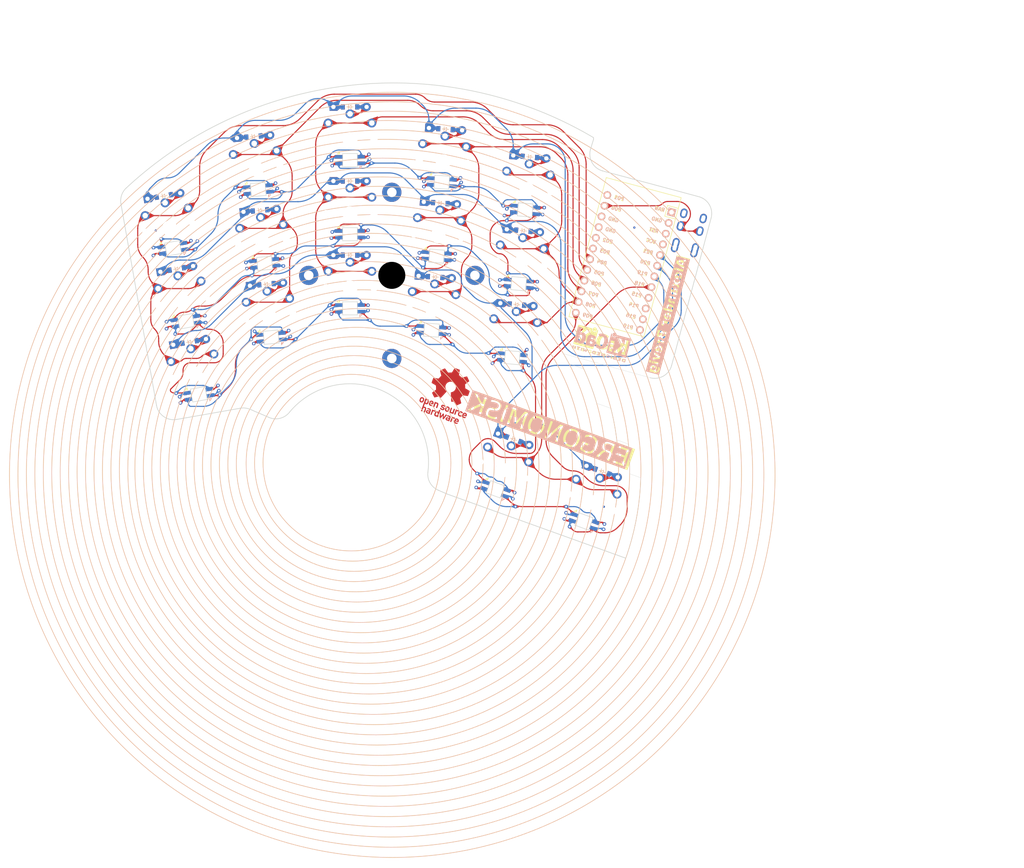
<source format=kicad_pcb>
(kicad_pcb (version 20221018) (generator pcbnew)
  (title_block (title "ergonomisk") (rev "v1.0.0") (company "Unknown"))
  (layers (0 "F.Cu" signal) (1 "In1.Cu" signal) (2 "In2.Cu" signal) (31 "B.Cu" signal) (34 "B.Paste" user) (35 "F.Paste" user) (36 "B.SilkS" user "B.Silkscreen") (37 "F.SilkS" user "F.Silkscreen") (38 "B.Mask" user) (39 "F.Mask" user) (44 "Edge.Cuts" user))
  (net 0 "")
  (net 1 "P4")
  (net 2 "pinky_bottom")
  (net 3 "pinky_home")
  (net 4 "pinky_top")
  (net 5 "P5")
  (net 6 "ring_bottom")
  (net 7 "ring_home")
  (net 8 "ring_top")
  (net 9 "P6")
  (net 10 "middle_bottom")
  (net 11 "middle_home")
  (net 12 "middle_top")
  (net 13 "P7")
  (net 14 "index_bottom")
  (net 15 "index_home")
  (net 16 "index_top")
  (net 17 "P8")
  (net 18 "far_bottom")
  (net 19 "far_home")
  (net 20 "far_top")
  (net 21 "P9")
  (net 22 "inner_keys")
  (net 23 "outer_keys")
  (net 24 "bot_ring_dout")
  (net 25 "bot_pinky_dout")
  (net 26 "VCC")
  (net 27 "GND")
  (net 28 "home_pinky_dout")
  (net 29 "top_ring_dout")
  (net 30 "end_of_leds")
  (net 31 "bot_middle_dout")
  (net 32 "home_ring_dout")
  (net 33 "top_middle_dout")
  (net 34 "bot_index_dout")
  (net 35 "home_middle_dout")
  (net 36 "top_index_dout")
  (net 37 "bot_far_dout")
  (net 38 "home_index_dout")
  (net 39 "top_far_dout")
  (net 40 "thumb_near_dout")
  (net 41 "home_far_dout")
  (net 42 "thumb_outer_dout")
  (net 43 "P18")
  (net 44 "P21")
  (net 45 "P20")
  (net 46 "P19")
  (net 47 "RAW")
  (net 48 "RST")
  (net 49 "P15")
  (net 50 "P14")
  (net 51 "P16")
  (net 52 "P10")
  (net 53 "P1")
  (net 54 "P0")
  (net 55 "P2")
  (net 56 "P3")
  (footprint "PG1350" (layer "F.Cu") (at 135.466786 63.215675)
    (fp_text reference "S8" hide)
    (fp_text value "" hide)
  )
  (footprint "ComboDiode" (layer "F.Cu") (at 175.207036 67.122098 -5)
    (fp_text reference "D14" hide)
    (fp_text value "" hide)
  )
  (footprint "SK6812MINIE" (layer "F.Cu") (at 115.90285 74.599412 5)
    (fp_text reference "LED5" hide)
    (fp_text value "" hide)
    (fp_line (start -1.7 -1.5) (end 1.7 -1.5) (stroke (width 0.12)) (layer "Edge.Cuts"))
    (fp_line (start -1.7 1.5) (end -1.7 -1.5) (stroke (width 0.12)) (layer "Edge.Cuts"))
    (fp_line (start 1.7 -1.5) (end 1.7 1.5) (stroke (width 0.12)) (layer "Edge.Cuts"))
    (fp_line (start 1.7 1.5) (end -1.7 1.5) (stroke (width 0.12)) (layer "Edge.Cuts"))
  )
  (footprint "PG1350" (layer "F.Cu") (at 190.702116 129.400061 -20)
    (fp_text reference "S17" hide)
    (fp_text value "" hide)
  )
  (footprint "Fiducial:Fiducial_0.5mm_Mask1.5mm" (layer "F.Cu") (at 200.65 66.39)
    (fp_text reference "REF**" hide)
    (fp_text value "Fiducial_0.5mm_Mask1.5mm")
  )
  (footprint "ComboDiode" (layer "F.Cu") (at 193.267267 122.352366 -20)
    (fp_text reference "D17" hide)
    (fp_text value "" hide)
  )
  (footprint "PG1350" (layer "F.Cu") (at 170.404755 122.012426 -20)
    (fp_text reference "S16" hide)
    (fp_text value "" hide)
  )
  (footprint "SK6812MINIE" (layer "F.Cu") (at 117.384498 91.534722 5)
    (fp_text reference "LED4" hide)
    (fp_text value "" hide)
    (fp_line (start -1.7 -1.5) (end 1.7 -1.5) (stroke (width 0.12)) (layer "Edge.Cuts"))
    (fp_line (start -1.7 1.5) (end -1.7 -1.5) (stroke (width 0.12)) (layer "Edge.Cuts"))
    (fp_line (start 1.7 -1.5) (end 1.7 1.5) (stroke (width 0.12)) (layer "Edge.Cuts"))
    (fp_line (start 1.7 1.5) (end -1.7 1.5) (stroke (width 0.12)) (layer "Edge.Cuts"))
  )
  (footprint "ComboDiode" (layer "F.Cu") (at 172.969906 114.964731 -20)
    (fp_text reference "D16" hide)
    (fp_text value "" hide)
  )
  (footprint "PG1350" (layer "F.Cu") (at 174.553368 74.593558 -5)
    (fp_text reference "S14" hide)
    (fp_text value "" hide)
  )
  (footprint "Fiducial:Fiducial_0.5mm_Mask1.5mm" (layer "F.Cu") (at 90.96 67.06)
    (fp_text reference "REF**" hide)
    (fp_text value "Fiducial_0.5mm_Mask1.5mm")
  )
  (footprint "ComboDiode" (layer "F.Cu") (at 116.321197 79.381147 5)
    (fp_text reference "D4" hide)
    (fp_text value "" hide)
  )
  (footprint "SK6812MINIE" (layer "F.Cu") (at 97.864127 87.886865 10)
    (fp_text reference "LED2" hide)
    (fp_text value "" hide)
    (fp_line (start -1.7 -1.5) (end 1.7 -1.5) (stroke (width 0.12)) (layer "Edge.Cuts"))
    (fp_line (start -1.7 1.5) (end -1.7 -1.5) (stroke (width 0.12)) (layer "Edge.Cuts"))
    (fp_line (start 1.7 -1.5) (end 1.7 1.5) (stroke (width 0.12)) (layer "Edge.Cuts"))
    (fp_line (start 1.7 1.5) (end -1.7 1.5) (stroke (width 0.12)) (layer "Edge.Cuts"))
  )
  (footprint "SK6812MINIE" (layer "F.Cu") (at 189.094621 133.816616 -20)
    (fp_text reference "LED17" hide)
    (fp_text value "" hide)
    (fp_line (start -1.7 -1.5) (end 1.7 -1.5) (stroke (width 0.12)) (layer "Edge.Cuts"))
    (fp_line (start -1.7 1.5) (end -1.7 -1.5) (stroke (width 0.12)) (layer "Edge.Cuts"))
    (fp_line (start 1.7 -1.5) (end 1.7 1.5) (stroke (width 0.12)) (layer "Edge.Cuts"))
    (fp_line (start 1.7 1.5) (end -1.7 1.5) (stroke (width 0.12)) (layer "Edge.Cuts"))
  )
  (footprint "SK6812MINIE" (layer "F.Cu") (at 135.466786 50.915675)
    (fp_text reference "LED9" hide)
    (fp_text value "" hide)
    (fp_line (start -1.7 -1.5) (end 1.7 -1.5) (stroke (width 0.12)) (layer "Edge.Cuts"))
    (fp_line (start -1.7 1.5) (end -1.7 -1.5) (stroke (width 0.12)) (layer "Edge.Cuts"))
    (fp_line (start 1.7 -1.5) (end 1.7 1.5) (stroke (width 0.12)) (layer "Edge.Cuts"))
    (fp_line (start 1.7 1.5) (end -1.7 1.5) (stroke (width 0.12)) (layer "Edge.Cuts"))
  )
  (footprint "ComboDiode" (layer "F.Cu") (at 114.83955 62.445837 5)
    (fp_text reference "D5" hide)
    (fp_text value "" hide)
  )
  (footprint "Symbol:KiCad-Logo2_5mm_SilkScreen" (layer "F.Cu") (at 193.2 92.8 -15)
    (fp_text reference "REF**" hide)
    (fp_text value "KiCad-Logo2_5mm_SilkScreen" hide)
  )
  (footprint "SK6812MINIE" (layer "F.Cu") (at 135.466786 67.915675)
    (fp_text reference "LED8" hide)
    (fp_text value "" hide)
    (fp_line (start -1.7 -1.5) (end 1.7 -1.5) (stroke (width 0.12)) (layer "Edge.Cuts"))
    (fp_line (start -1.7 1.5) (end -1.7 -1.5) (stroke (width 0.12)) (layer "Edge.Cuts"))
    (fp_line (start 1.7 -1.5) (end 1.7 1.5) (stroke (width 0.12)) (layer "Edge.Cuts"))
    (fp_line (start 1.7 1.5) (end -1.7 1.5) (stroke (width 0.12)) (layer "Edge.Cuts"))
  )
  (footprint "ComboDiode" (layer "F.Cu") (at 173.725389 84.057408 -5)
    (fp_text reference "D13" hide)
    (fp_text value "" hide)
  )
  (footprint "PG1350" (layer "F.Cu") (at 94.095962 66.516536 10)
    (fp_text reference "S3" hide)
    (fp_text value "" hide)
  )
  (footprint "PG1350" (layer "F.Cu") (at 97.047981 83.258268 10)
    (fp_text reference "S2" hide)
    (fp_text value "" hide)
  )
  (footprint "PG1350" (layer "F.Cu") (at 176.035016 57.658248 -5)
    (fp_text reference "S15" hide)
    (fp_text value "" hide)
  )
  (footprint "ComboDiode" (layer "F.Cu") (at 135.466786 72.715675)
    (fp_text reference "D7" hide)
    (fp_text value "" hide)
  )
  (footprint "SK6812MINIE" (layer "F.Cu") (at 174.143736 79.275673 -5)
    (fp_text reference "LED14" hide)
    (fp_text value "" hide)
    (fp_line (start -1.7 -1.5) (end 1.7 -1.5) (stroke (width 0.12)) (layer "Edge.Cuts"))
    (fp_line (start -1.7 1.5) (end -1.7 -1.5) (stroke (width 0.12)) (layer "Edge.Cuts"))
    (fp_line (start 1.7 -1.5) (end 1.7 1.5) (stroke (width 0.12)) (layer "Edge.Cuts"))
    (fp_line (start 1.7 1.5) (end -1.7 1.5) (stroke (width 0.12)) (layer "Edge.Cuts"))
  )
  (footprint "SK6812MINIE" (layer "F.Cu") (at 168.79726 126.428981 -20)
    (fp_text reference "LED16" hide)
    (fp_text value "" hide)
    (fp_line (start -1.7 -1.5) (end 1.7 -1.5) (stroke (width 0.12)) (layer "Edge.Cuts"))
    (fp_line (start -1.7 1.5) (end -1.7 -1.5) (stroke (width 0.12)) (layer "Edge.Cuts"))
    (fp_line (start 1.7 -1.5) (end 1.7 1.5) (stroke (width 0.12)) (layer "Edge.Cuts"))
    (fp_line (start 1.7 1.5) (end -1.7 1.5) (stroke (width 0.12)) (layer "Edge.Cuts"))
  )
  (footprint "PG1350" (layer "F.Cu") (at 173.071721 91.528868 -5)
    (fp_text reference "S13" hide)
    (fp_text value "" hide)
  )
  (footprint "ComboDiode" (layer "F.Cu") (at 95.74562 75.87221 10)
    (fp_text reference "D2" hide)
    (fp_text value "" hide)
  )
  (footprint "SK6812MINIE" (layer "F.Cu") (at 94.912108 71.145133 10)
    (fp_text reference "LED3" hide)
    (fp_text value "" hide)
    (fp_line (start -1.7 -1.5) (end 1.7 -1.5) (stroke (width 0.12)) (layer "Edge.Cuts"))
    (fp_line (start -1.7 1.5) (end -1.7 -1.5) (stroke (width 0.12)) (layer "Edge.Cuts"))
    (fp_line (start 1.7 -1.5) (end 1.7 1.5) (stroke (width 0.12)) (layer "Edge.Cuts"))
    (fp_line (start 1.7 1.5) (end -1.7 1.5) (stroke (width 0.12)) (layer "Edge.Cuts"))
  )
  (footprint "SK6812MINIE" (layer "F.Cu") (at 100.816146 104.628596 10)
    (fp_text reference "LED1" hide)
    (fp_text value "" hide)
    (fp_line (start -1.7 -1.5) (end 1.7 -1.5) (stroke (width 0.12)) (layer "Edge.Cuts"))
    (fp_line (start -1.7 1.5) (end -1.7 -1.5) (stroke (width 0.12)) (layer "Edge.Cuts"))
    (fp_line (start 1.7 -1.5) (end 1.7 1.5) (stroke (width 0.12)) (layer "Edge.Cuts"))
    (fp_line (start 1.7 1.5) (end -1.7 1.5) (stroke (width 0.12)) (layer "Edge.Cuts"))
  )
  (footprint "ComboDiode" (layer "F.Cu") (at 98.697639 92.613942 10)
    (fp_text reference "D1" hide)
    (fp_text value "" hide)
  )
  (footprint "PG1350" (layer "F.Cu") (at 155.652646 68.257086 -4)
    (fp_text reference "S11" hide)
    (fp_text value "" hide)
  )
  (footprint "ComboDiode" (layer "F.Cu") (at 176.688684 50.186788 -5)
    (fp_text reference "D15" hide)
    (fp_text value "" hide)
  )
  (footprint "ComboDiode" (layer "F.Cu") (at 113.357902 45.510527 5)
    (fp_text reference "D6" hide)
    (fp_text value "" hide)
  )
  (footprint "PG1350" (layer "F.Cu") (at 154.466786 85.215674 -4)
    (fp_text reference "S10" hide)
    (fp_text value "" hide)
  )
  (footprint "PG1350" (layer "F.Cu") (at 114.01157 52.981987 5)
    (fp_text reference "S6" hide)
    (fp_text value "" hide)
  )
  (footprint "SK6812MINIE" (layer "F.Cu") (at 172.662089 96.210983 -5)
    (fp_text reference "LED13" hide)
    (fp_text value "" hide)
    (fp_line (start -1.7 -1.5) (end 1.7 -1.5) (stroke (width 0.12)) (layer "Edge.Cuts"))
    (fp_line (start -1.7 1.5) (end -1.7 -1.5) (stroke (width 0.12)) (layer "Edge.Cuts"))
    (fp_line (start 1.7 -1.5) (end 1.7 1.5) (stroke (width 0.12)) (layer "Edge.Cuts"))
    (fp_line (start 1.7 1.5) (end -1.7 1.5) (stroke (width 0.12)) (layer "Edge.Cuts"))
  )
  (footprint "SK6812MINIE" (layer "F.Cu") (at 114.421202 57.664102 5)
    (fp_text reference "LED6" hide)
    (fp_text value "" hide)
    (fp_line (start -1.7 -1.5) (end 1.7 -1.5) (stroke (width 0.12)) (layer "Edge.Cuts"))
    (fp_line (start -1.7 1.5) (end -1.7 -1.5) (stroke (width 0.12)) (layer "Edge.Cuts"))
    (fp_line (start 1.7 -1.5) (end 1.7 1.5) (stroke (width 0.12)) (layer "Edge.Cuts"))
    (fp_line (start 1.7 1.5) (end -1.7 1.5) (stroke (width 0.12)) (layer "Edge.Cuts"))
  )
  (footprint "PG1350" (layer "F.Cu") (at 116.974866 86.852607 5)
    (fp_text reference "S4" hide)
    (fp_text value "" hide)
  )
  (footprint "PG1350" (layer "F.Cu") (at 135.466786 80.215675)
    (fp_text reference "S7" hide)
    (fp_text value "" hide)
  )
  (footprint "ComboDiode" (layer "F.Cu") (at 92.793601 59.130478 10)
    (fp_text reference "D3" hide)
    (fp_text value "" hide)
  )
  (footprint "ComboDiode" (layer "F.Cu") (at 156.17582 60.775355 -4)
    (fp_text reference "D11" hide)
    (fp_text value "" hide)
  )
  (footprint "ComboDiode" (layer "F.Cu") (at 157.36168 43.816766 -4)
    (fp_text reference "D12" hide)
    (fp_text value "" hide)
  )
  (footprint "PG1350" (layer "F.Cu") (at 100 100 10)
    (fp_text reference "S1" hide)
    (fp_text value "" hide)
  )
  (footprint "Fiducial:Fiducial_0.5mm_Mask1.5mm" (layer "F.Cu") (at 193.67 130.42)
    (fp_text reference "REF**" hide)
    (fp_text value "Fiducial_0.5mm_Mask1.5mm")
  )
  (footprint "SK6812MINIE" (layer "F.Cu") (at 155.324791 72.945637 -4)
    (fp_text reference "LED11" hide)
    (fp_text value "" hide)
    (fp_line (start -1.7 -1.5) (end 1.7 -1.5) (stroke (width 0.12)) (layer "Edge.Cuts"))
    (fp_line (start -1.7 1.5) (end -1.7 -1.5) (stroke (width 0.12)) (layer "Edge.Cuts"))
    (fp_line (start 1.7 -1.5) (end 1.7 1.5) (stroke (width 0.12)) (layer "Edge.Cuts"))
    (fp_line (start 1.7 1.5) (end -1.7 1.5) (stroke (width 0.12)) (layer "Edge.Cuts"))
  )
  (footprint "PG1350" (layer "F.Cu") (at 115.493218 69.917297 5)
    (fp_text reference "S5" hide)
    (fp_text value "" hide)
  )
  (footprint "ProMicro" (layer "F.Cu") (at 198.2 74.4 -105)
    (fp_text reference "MCU1" hide)
    (fp_text value "" hide)
  )
  (footprint "SK6812MINIE" (layer "F.Cu") (at 154.138931 89.904225 -4)
    (fp_text reference "LED10" hide)
    (fp_text value "" hide)
    (fp_line (start -1.7 -1.5) (end 1.7 -1.5) (stroke (width 0.12)) (layer "Edge.Cuts"))
    (fp_line (start -1.7 1.5) (end -1.7 -1.5) (stroke (width 0.12)) (layer "Edge.Cuts"))
    (fp_line (start 1.7 -1.5) (end 1.7 1.5) (stroke (width 0.12)) (layer "Edge.Cuts"))
    (fp_line (start 1.7 1.5) (end -1.7 1.5) (stroke (width 0.12)) (layer "Edge.Cuts"))
  )
  (footprint "Symbol:OSHW-Logo_11.4x12mm_Copper" (layer "F.Cu") (at 158 104.4 -20)
    (fp_text reference "REF**" hide)
    (fp_text value "OSHW-Logo_11.4x12mm_Copper" hide)
  )
  (footprint "ComboDiode" (layer "F.Cu") (at 135.466786 38.715675)
    (fp_text reference "D9" hide)
    (fp_text value "" hide)
  )
  (footprint "SK6812MINIE" (layer "F.Cu") (at 135.466786 84.915675)
    (fp_text reference "LED7" hide)
    (fp_text value "" hide)
    (fp_line (start -1.7 -1.5) (end 1.7 -1.5) (stroke (width 0.12)) (layer "Edge.Cuts"))
    (fp_line (start -1.7 1.5) (end -1.7 -1.5) (stroke (width 0.12)) (layer "Edge.Cuts"))
    (fp_line (start 1.7 -1.5) (end 1.7 1.5) (stroke (width 0.12)) (layer "Edge.Cuts"))
    (fp_line (start 1.7 1.5) (end -1.7 1.5) (stroke (width 0.12)) (layer "Edge.Cuts"))
  )
  (footprint "TENTINGPUCK" (layer "F.Cu") (at 145.05 77.35)
    (fp_text reference "REF**")
    (fp_text value "Tenting Puck")
  )
  (footprint "ComboDiode" (layer "F.Cu") (at 135.466786 55.715675)
    (fp_text reference "D8" hide)
    (fp_text value "" hide)
  )
  (footprint "PG1350" (layer "F.Cu") (at 135.466786 46.215675)
    (fp_text reference "S9" hide)
    (fp_text value "" hide)
  )
  (footprint "PG1350" (layer "F.Cu") (at 156.838506 51.298497 -4)
    (fp_text reference "S12" hide)
    (fp_text value "" hide)
  )
  (footprint "SK6812MINIE" (layer "F.Cu") (at 156.510651 55.987048 -4)
    (fp_text reference "LED12" hide)
    (fp_text value "" hide)
    (fp_line (start -1.7 -1.5) (end 1.7 -1.5) (stroke (width 0.12)) (layer "Edge.Cuts"))
    (fp_line (start -1.7 1.5) (end -1.7 -1.5) (stroke (width 0.12)) (layer "Edge.Cuts"))
    (fp_line (start 1.7 -1.5) (end 1.7 1.5) (stroke (width 0.12)) (layer "Edge.Cuts"))
    (fp_line (start 1.7 1.5) (end -1.7 1.5) (stroke (width 0.12)) (layer "Edge.Cuts"))
  )
  (footprint "SK6812MINIE" (layer "F.Cu") (at 175.625384 62.340363 -5)
    (fp_text reference "LED15" hide)
    (fp_text value "" hide)
    (fp_line (start -1.7 -1.5) (end 1.7 -1.5) (stroke (width 0.12)) (layer "Edge.Cuts"))
    (fp_line (start -1.7 1.5) (end -1.7 -1.5) (stroke (width 0.12)) (layer "Edge.Cuts"))
    (fp_line (start 1.7 -1.5) (end 1.7 1.5) (stroke (width 0.12)) (layer "Edge.Cuts"))
    (fp_line (start 1.7 1.5) (end -1.7 1.5) (stroke (width 0.12)) (layer "Edge.Cuts"))
  )
  (footprint "TRRS-PJ-320A-dual" (layer "F.Cu") (at 217.266786 61.215675 -15)
    (fp_text reference "TRRS1")
    (fp_text value "TRRS-PJ-320A-dual")
  )
  (footprint "ComboDiode" (layer "F.Cu") (at 154.98996 77.733944 -4)
    (fp_text reference "D10" hide)
    (fp_text value "" hide)
  )
  (footprint "Fiducial:Fiducial_0.5mm_Mask1.5mm" (layer "B.Cu") (at 90.96 67.06 180)
    (fp_text reference "REF**" hide)
    (fp_text value "Fiducial_0.5mm_Mask1.5mm")
  )
  (footprint "Fiducial:Fiducial_0.5mm_Mask1.5mm" (layer "B.Cu") (at 193.67 130.42 180)
    (fp_text reference "REF**" hide)
    (fp_text value "Fiducial_0.5mm_Mask1.5mm")
  )
  (footprint "Fiducial:Fiducial_0.5mm_Mask1.5mm" (layer "B.Cu") (at 200.65 66.39 180)
    (fp_text reference "REF**" hide)
    (fp_text value "Fiducial_0.5mm_Mask1.5mm")
  )
  (footprint "Symbol:KiCad-Logo2_5mm_SilkScreen" (layer "B.Cu") (at 193.2 92.8 165)
    (fp_text reference "REF**" hide)
    (fp_text value "KiCad-Logo2_5mm_SilkScreen" hide)
  )
  (gr_circle (center 143.279286 122.559425) (end 217.529286 122.559425) (stroke (width 0.12)) (fill none) (layer "B.SilkS"))
  (gr_circle (center 137.341786 120.871925) (end 171.091786 120.871925) (stroke (width 0.12)) (fill none) (layer "B.SilkS"))
  (gr_circle (center 142.341786 122.278175) (end 209.841786 122.278175) (stroke (width 0.12)) (fill none) (layer "B.SilkS"))
  (gr_circle (center 140.154286 121.715675) (end 194.154286 121.715675) (stroke (width 0.12)) (fill none) (layer "B.SilkS"))
  (gr_circle (center 142.654286 122.371925) (end 212.404286 122.371925) (stroke (width 0.12)) (fill none) (layer "B.SilkS"))
  (gr_circle (center 144.841786 123.028175) (end 230.341786 123.028175) (stroke (width 0.12)) (fill none) (layer "B.SilkS"))
  (gr_circle (center 142.029286 122.184425) (end 207.279286 122.184425) (stroke (width 0.12)) (fill none) (layer "B.SilkS"))
  (gr_circle (center 136.091786 120.403175) (end 158.591786 120.403175) (stroke (width 0.12)) (fill none) (layer "B.SilkS"))
  (gr_circle (center 137.654286 120.965675) (end 173.654286 120.965675) (stroke (width 0.12)) (fill none) (layer "B.SilkS"))
  (gr_circle (center 139.529286 121.528175) (end 189.029286 121.528175) (stroke (width 0.12)) (fill none) (layer "B.SilkS"))
  (gr_circle (center 143.904286 122.746925) (end 222.654286 122.746925) (stroke (width 0.12)) (fill none) (layer "B.SilkS"))
  (gr_circle (center 140.779286 121.809425) (end 197.029286 121.809425) (stroke (width 0.12)) (fill none) (layer "B.SilkS"))
  (gr_circle (center 143.591786 122.653175) (end 220.091786 122.653175) (stroke (width 0.12)) (fill none) (layer "B.SilkS"))
  (gr_circle (center 136.404286 120.590675) (end 163.404286 120.590675) (stroke (width 0.12)) (fill none) (layer "B.SilkS"))
  (gr_circle (center 136.404286 120.496925) (end 161.154286 120.496925) (stroke (width 0.12)) (fill none) (layer "B.SilkS"))
  (gr_circle (center 136.716786 120.684425) (end 165.966786 120.684425) (stroke (width 0.12)) (fill none) (layer "B.SilkS"))
  (gr_circle (center 138.279286 121.153175) (end 178.779286 121.153175) (stroke (width 0.12)) (fill none) (layer "B.SilkS"))
  (gr_circle (center 138.904286 121.340675) (end 183.904286 121.340675) (stroke (width 0.12)) (fill none) (layer "B.SilkS"))
  (gr_circle (center 138.591786 121.246925) (end 181.341786 121.246925) (stroke (width 0.12)) (fill none) (layer "B.SilkS"))
  (gr_circle (center 137.029286 120.778175) (end 168.529286 120.778175) (stroke (width 0.12)) (fill none) (layer "B.SilkS"))
  (gr_circle (center 139.841786 121.621925) (end 191.591786 121.621925) (stroke (width 0.12)) (fill none) (layer "B.SilkS"))
  (gr_circle (center 144.216786 122.840675) (end 225.216786 122.840675) (stroke (width 0.12)) (fill none) (layer "B.SilkS"))
  (gr_circle (center 145.154286 123.121925) (end 232.904286 123.121925) (stroke (width 0.12)) (fill none) (layer "B.SilkS"))
  (gr_circle (center 139.216786 121.434425) (end 186.466786 121.434425) (stroke (width 0.12)) (fill none) (layer "B.SilkS"))
  (gr_circle (center 137.966786 121.059425) (end 176.216786 121.059425) (stroke (width 0.12)) (fill none) (layer "B.SilkS"))
  (gr_circle (center 141.716786 122.090675) (end 204.716786 122.090675) (stroke (width 0.12)) (fill none) (layer "B.SilkS"))
  (gr_circle (center 141.091786 121.903175) (end 199.591786 121.903175) (stroke (width 0.12)) (fill none) (layer "B.SilkS"))
  (gr_circle (center 144.529286 122.934425) (end 227.779286 122.934425) (stroke (width 0.12)) (fill none) (layer "B.SilkS"))
  (gr_circle (center 135.779286 120.309425) (end 156.029286 120.309425) (stroke (width 0.12)) (fill none) (layer "B.SilkS"))
  (gr_circle (center 141.404286 121.996925) (end 202.154286 121.996925) (stroke (width 0.12)) (fill none) (layer "B.SilkS"))
  (gr_circle (center 142.966786 122.465675) (end 214.966786 122.465675) (stroke (width 0.12)) (fill none) (layer "B.SilkS"))
  (gr_circle (center 138.591786 121.246925) (end 181.341786 121.246925) (stroke (width 0.12)) (fill none) (layer "F.SilkS"))
  (gr_circle (center 145.154286 123.121925) (end 232.904286 123.121925) (stroke (width 0.12)) (fill none) (layer "F.SilkS"))
  (gr_circle (center 136.716786 120.684425) (end 165.966786 120.684425) (stroke (width 0.12)) (fill none) (layer "F.SilkS"))
  (gr_circle (center 144.216786 122.840675) (end 225.216786 122.840675) (stroke (width 0.12)) (fill none) (layer "F.SilkS"))
  (gr_circle (center 142.029286 122.184425) (end 207.279286 122.184425) (stroke (width 0.12)) (fill none) (layer "F.SilkS"))
  (gr_circle (center 137.654286 120.965675) (end 173.654286 120.965675) (stroke (width 0.12)) (fill none) (layer "F.SilkS"))
  (gr_circle (center 140.154286 121.715675) (end 194.154286 121.715675) (stroke (width 0.12)) (fill none) (layer "F.SilkS"))
  (gr_circle (center 139.841786 121.621925) (end 191.591786 121.621925) (stroke (width 0.12)) (fill none) (layer "F.SilkS"))
  (gr_circle (center 135.779286 120.309425) (end 156.029286 120.309425) (stroke (width 0.12)) (fill none) (layer "F.SilkS"))
  (gr_circle (center 142.966786 122.465675) (end 214.966786 122.465675) (stroke (width 0.12)) (fill none) (layer "F.SilkS"))
  (gr_circle (center 136.091786 120.403175) (end 158.591786 120.403175) (stroke (width 0.12)) (fill none) (layer "F.SilkS"))
  (gr_circle (center 139.216786 121.434425) (end 186.466786 121.434425) (stroke (width 0.12)) (fill none) (layer "F.SilkS"))
  (gr_circle (center 137.966786 121.059425) (end 176.216786 121.059425) (stroke (width 0.12)) (fill none) (layer "F.SilkS"))
  (gr_circle (center 139.529286 121.528175) (end 189.029286 121.528175) (stroke (width 0.12)) (fill none) (layer "F.SilkS"))
  (gr_circle (center 138.279286 121.153175) (end 178.779286 121.153175) (stroke (width 0.12)) (fill none) (layer "F.SilkS"))
  (gr_circle (center 142.654286 122.371925) (end 212.404286 122.371925) (stroke (width 0.12)) (fill none) (layer "F.SilkS"))
  (gr_circle (center 143.591786 122.653175) (end 220.091786 122.653175) (stroke (width 0.12)) (fill none) (layer "F.SilkS"))
  (gr_circle (center 137.341786 120.871925) (end 171.091786 120.871925) (stroke (width 0.12)) (fill none) (layer "F.SilkS"))
  (gr_circle (center 141.404286 121.996925) (end 202.154286 121.996925) (stroke (width 0.12)) (fill none) (layer "F.SilkS"))
  (gr_circle (center 136.404286 120.496925) (end 161.154286 120.496925) (stroke (width 0.12)) (fill none) (layer "F.SilkS"))
  (gr_circle (center 143.904286 122.746925) (end 222.654286 122.746925) (stroke (width 0.12)) (fill none) (layer "F.SilkS"))
  (gr_circle (center 144.841786 123.028175) (end 230.341786 123.028175) (stroke (width 0.12)) (fill none) (layer "F.SilkS"))
  (gr_circle (center 140.779286 121.809425) (end 197.029286 121.809425) (stroke (width 0.12)) (fill none) (layer "F.SilkS"))
  (gr_circle (center 142.341786 122.278175) (end 209.841786 122.278175) (stroke (width 0.12)) (fill none) (layer "F.SilkS"))
  (gr_circle (center 143.279286 122.559425) (end 217.529286 122.559425) (stroke (width 0.12)) (fill none) (layer "F.SilkS"))
  (gr_circle (center 138.904286 121.340675) (end 183.904286 121.340675) (stroke (width 0.12)) (fill none) (layer "F.SilkS"))
  (gr_circle (center 137.029286 120.778175) (end 168.529286 120.778175) (stroke (width 0.12)) (fill none) (layer "F.SilkS"))
  (gr_circle (center 136.404286 120.590675) (end 163.404286 120.590675) (stroke (width 0.12)) (fill none) (layer "F.SilkS"))
  (gr_circle (center 144.529286 122.934425) (end 227.779286 122.934425) (stroke (width 0.12)) (fill none) (layer "F.SilkS"))
  (gr_circle (center 141.716786 122.090675) (end 204.716786 122.090675) (stroke (width 0.12)) (fill none) (layer "F.SilkS"))
  (gr_circle (center 141.091786 121.903175) (end 199.591786 121.903175) (stroke (width 0.12)) (fill none) (layer "F.SilkS"))
  (gr_line (start 112.595789 108.091543) (end 116.87932 109.934195) (stroke (width 0.15)) (layer "Edge.Cuts"))
  (gr_arc (start 82.957921 60.937273) (mid 83.104687 58.970984) (end 84.172983 57.313704) (stroke (width 0.15)) (layer "Edge.Cuts"))
  (gr_line (start 195.276512 107.858093) (end 192.019999 106.69) (stroke (width 0.05)) (layer "Edge.Cuts"))
  (gr_arc (start 84.172983 57.313704) (mid 135.791014 33.7373) (end 191.255783 45.734272) (stroke (width 0.15)) (layer "Edge.Cuts"))
  (gr_arc (start 190.605888 48.42767) (mid 190.951895 47.265226) (end 191.313535 46.10755) (stroke (width 0.15)) (layer "Edge.Cuts"))
  (gr_arc (start 193.411985 53.406654) (mid 190.962581 51.506876) (end 190.605888 48.42767) (stroke (width 0.15)) (layer "Edge.Cuts"))
  (gr_line (start 209.193451 98.011056) (end 218.252117 64.203652) (stroke (width 0.15)) (layer "Edge.Cuts"))
  (gr_line (start 189.056636 98.816258) (end 185.679999 97.600001) (stroke (width 0.05)) (layer "Edge.Cuts"))
  (gr_line (start 95.740811 110.397563) (end 110.320555 107.826761) (stroke (width 0.15)) (layer "Edge.Cuts"))
  (gr_line (start 204.294471 100.839484) (end 184.419516 95.334654) (stroke (width 0.05)) (layer "Edge.Cuts"))
  (gr_line (start 191.313535 46.10755) (end 191.255783 45.734272) (stroke (width 0.15)) (layer "Edge.Cuts"))
  (gr_arc (start 155.713657 126.639613) (mid 153.822276 124.951382) (end 153.32566 122.465257) (stroke (width 0.15)) (layer "Edge.Cuts"))
  (gr_line (start 155.713657 126.639612) (end 157.758637 127.519304) (stroke (width 0.15)) (layer "Edge.Cuts"))
  (gr_arc (start 202.122486 123.781536) (mid 201.117998 133.139515) (end 198.68 142.23) (stroke (width 0.05)) (layer "Edge.Cuts"))
  (gr_arc (start 209.193451 98.011056) (mid 207.329748 100.439882) (end 204.294471 100.839484) (stroke (width 0.15)) (layer "Edge.Cuts"))
  (gr_line (start 82.957921 60.937273) (end 91.106987 107.152924) (stroke (width 0.15)) (layer "Edge.Cuts"))
  (gr_line (start 199.287588 116.058271) (end 196.629999 115.08) (stroke (width 0.05)) (layer "Edge.Cuts"))
  (gr_arc (start 184.419516 95.334654) (mid 185.063945 96.459433) (end 185.679999 97.600001) (stroke (width 0.05)) (layer "Edge.Cuts"))
  (gr_arc (start 199.287588 116.058271) (mid 199.522611 119.460184) (end 199.56 122.87) (stroke (width 0.05)) (layer "Edge.Cuts"))
  (gr_arc (start 189.056636 98.816258) (mid 190.691892 102.69533) (end 192.019999 106.69) (stroke (width 0.05)) (layer "Edge.Cuts"))
  (gr_line (start 157.758637 127.519304) (end 198.68 142.23) (stroke (width 0.15)) (layer "Edge.Cuts"))
  (gr_line (start 215.42369 59.304673) (end 193.411985 53.406654) (stroke (width 0.15)) (layer "Edge.Cuts"))
  (gr_arc (start 195.276512 107.858093) (mid 196.071292 111.446925) (end 196.629999 115.08) (stroke (width 0.05)) (layer "Edge.Cuts"))
  (gr_arc (start 121.552111 108.797189) (mid 142.579676 103.680657) (end 153.32566 122.465257) (stroke (width 0.15)) (layer "Edge.Cuts"))
  (gr_arc (start 121.552112 108.797188) (mid 119.405668 110.146344) (end 116.87932 109.934195) (stroke (width 0.15)) (layer "Edge.Cuts"))
  (gr_arc (start 95.740811 110.397563) (mid 92.751912 109.73494) (end 91.106987 107.152925) (stroke (width 0.15)) (layer "Edge.Cuts"))
  (gr_line (start 202.122486 123.781536) (end 199.56 122.87) (stroke (width 0.05)) (layer "Edge.Cuts"))
  (gr_arc (start 215.42369 59.304673) (mid 217.852515 61.168376) (end 218.252117 64.203652) (stroke (width 0.15)) (layer "Edge.Cuts"))
  (gr_arc (start 110.320554 107.82676) (mid 111.47753 107.792806) (end 112.595789 108.091543) (stroke (width 0.15)) (layer "Edge.Cuts"))
  (gr_text "Alexander Brevig" (at 212.87 73.83 75) (layer "B.SilkS" knockout) (effects (font (size 2 2)) (justify left bottom mirror)))
  (gr_text "ERGONOMISK" (at 181.2 113.2 340) (layer "B.SilkS" knockout) (effects (font (size 4 4)) (justify mirror)))
  (gr_text "ERGONOMISK" (at 181.2 113.2 340) (layer "F.SilkS" knockout) (effects (font (size 4 4))))
  (gr_text "Alexander Brevig" (at 205.94 99.67 75) (layer "F.SilkS" knockout) (effects (font (size 2 2)) (justify left bottom)))
  (segment (start 99.846986 60.753012) (end 98.812002 61.787997) (width 0.25) (layer "F.Cu") (net 1))
  (segment (start 90.632039 81.216278) (end 91.464079 80.384239) (width 0.25) (layer "F.Cu") (net 1))
  (segment (start 100.443916 79.515998) (end 101.312157 78.647758) (width 0.25) (layer "F.Cu") (net 1))
  (segment (start 123.993792 41.406207) (end 128.006207 37.393792) (width 0.25) (layer "F.Cu") (net 1))
  (segment (start 95.395779 63.642507) (end 89.722669 63.642507) (width 0.25) (layer "F.Cu") (net 1))
  (segment (start 91.6 92.454936) (end 91.6 91.872792) (width 0.25) (layer "F.Cu") (net 1))
  (segment (start 184.393792 44.393792) (end 188.006207 48.006207) (width 0.25) (layer "F.Cu") (net 1))
  (segment (start 189.6 72.099444) (end 189.6 51.853963) (width 0.25) (layer "F.Cu") (net 1))
  (segment (start 150.527207 35.8) (end 131.853963 35.8) (width 0.25) (layer "F.Cu") (net 1))
  (segment (start 91.464079 80.384239) (end 98.347798 80.384239) (width 0.25) (layer "F.Cu") (net 1))
  (segment (start 91.464079 80.384239) (end 90.332039 79.252199) (width 0.25) (layer "F.Cu") (net 1))
  (segment (start 163.146036 37.6) (end 154.872792 37.6) (width 0.25) (layer "F.Cu") (net 1))
  (segment (start 180.546036 42.8) (end 172.853963 42.8) (width 0.25) (layer "F.Cu") (net 1))
  (segment (start 190.055472 73.199052) (end 190.510945 73.654525) (width 0.25) (layer "F.Cu") (net 1))
  (segment (start 102.725048 95.38949) (end 104.264176 95.38949) (width 0.25) (layer "F.Cu") (net 1))
  (segment (start 100.285461 96.4) (end 97.913339 96.4) (width 0.25) (layer "F.Cu") (net 1))
  (segment (start 106.606207 44.593792) (end 102.593792 48.606207) (width 0.25) (layer "F.Cu") (net 1))
  (segment (start 101 57.969393) (end 101 52.453963) (width 0.25) (layer "F.Cu") (net 1))
  (segment (start 86.8 70.302943) (end 86.8 66.565176) (width 0.25) (layer "F.Cu") (net 1))
  (segment (start 89.2 76.519214) (end 89.2 76.097056) (width 0.25) (layer "F.Cu") (net 1))
  (segment (start 120.146036 43) (end 110.453963 43) (width 0.25) (layer "F.Cu") (net 1))
  (segment (start 97.491897 62.774266) (end 98.242109 62.024054) (width 0.25) (layer "F.Cu") (net 1))
  (segment (start 94.416098 97.125971) (end 96.160689 97.125971) (width 0.25) (layer "F.Cu") (net 1))
  (segment (start 166.993792 39.193792) (end 169.006207 41.206207) (width 0.25) (layer "F.Cu") (net 1))
  (segment (start 92.911638 95.621511) (end 94.416098 97.125971) (width 0.25) (layer "F.Cu") (net 1))
  (segment (start 89.8 83.224999) (end 89.8 87.527207) (width 0.25) (layer "F.Cu") (net 1))
  (arc (start 131.853963 35.8) (mid 129.771572 36.214213) (end 128.006207 37.393792) (width 0.25) (layer "F.Cu") (net 1))
  (arc (start 101.505255 95.894745) (mid 100.945608 96.268688) (end 100.285461 96.4) (width 0.25) (layer "F.Cu") (net 1))
  (arc (start 88 73.2) (mid 88.88813 74.52918) (end 89.2 76.097056) (width 0.25) (layer "F.Cu") (net 1))
  (arc (start 97.913339 96.4) (mid 97.439075 96.494336) (end 97.037014 96.762985) (width 0.25) (layer "F.Cu") (net 1))
  (arc (start 89.2 76.519214) (mid 89.494207 77.998295) (end 90.332039 79.252199) (width 0.25) (layer "F.Cu") (net 1))
  (arc (start 97.037014 96.762985) (mid 96.634953 97.031634) (end 96.160689 97.125971) (width 0.25) (layer "F.Cu") (net 1))
  (arc (start 91.6 92.454936) (mid 91.940883 94.168674) (end 92.911638 95.621511) (width 0.25) (layer "F.Cu") (net 1))
  (arc (start 97.491897 62.774266) (mid 96.53019 63.416858) (end 95.395779 63.642507) (width 0.25) (layer "F.Cu") (net 1))
  (arc (start 87.65603 64.498537) (mid 87.022474 65.446719) (end 86.8 66.565176) (width 0.25) (layer "F.Cu") (net 1))
  (arc (start 98.812002 61.787997) (mid 98.681267 61.875351) (end 98.527056 61.906026) (width 0.25) (layer "F.Cu") (net 1))
  (arc (start 101 57.969393) (mid 100.700341 59.475877) (end 99.846986 60.753012) (width 0.25) (layer "F.Cu") (net 1))
  (arc (start 152.7 36.7) (mid 151.703114 36.033902) (end 150.527207 35.8) (width 0.25) (layer "F.Cu") (net 1))
  (arc (start 102.725048 95.38949) (mid 102.0649 95.520801) (end 101.505255 95.894745) (width 0.25) (layer "F.Cu") (net 1))
  (arc (start 169.006207 41.206207) (mid 170.771572 42.385786) (end 172.853963 42.8) (width 0.25) (layer "F.Cu") (net 1))
  (arc (start 89.8 87.527207) (mid 90.033902 88.703114) (end 90.7 89.7) (width 0.25) (layer "F.Cu") (net 1))
  (arc (start 110.453963 43) (mid 108.371572 43.414213) (end 106.606207 44.593792) (width 0.25) (layer "F.Cu") (net 1))
  (arc (start 89.722669 63.642507) (mid 88.604212 63.864981) (end 87.65603 64.498537) (width 0.25) (layer "F.Cu") (net 1))
  (arc (start 166.993792 39.193792) (mid 165.228426 38.014213) (end 163.146036 37.6) (width 0.25) (layer "F.Cu") (net 1))
  (arc (start 98.527056 61.906026) (mid 98.372843 61.9367) (end 98.242109 62.024054) (width 0.25) (layer "F.Cu") (net 1))
  (arc (start 100.443916 79.515998) (mid 99.482209 80.15859) (end 98.347798 80.384239) (width 0.25) (layer "F.Cu") (net 1))
  (arc (start 90.632039 81.216278) (mid 90.016239 82.137887) (end 89.8 83.224999) (width 0.25) (layer "F.Cu") (net 1))
  (arc (start 184.393792 44.393792) (mid 182.628426 43.214213) (end 180.546036 42.8) (width 0.25) (layer "F.Cu") (net 1))
  (arc (start 152.7 36.7) (mid 153.696885 37.366097) (end 154.872792 37.6) (width 0.25) (layer "F.Cu") (net 1))
  (arc (start 102.593792 48.606207) (mid 101.414213 50.371572) (end 101 52.453963) (width 0.25) (layer "F.Cu") (net 1))
  (arc (start 86.8 70.302943) (mid 87.111869 71.870819) (end 88 73.2) (width 0.25) (layer "F.Cu") (net 1))
  (arc (start 189.6 72.099444) (mid 189.718373 72.694547) (end 190.055472 73.199052) (width 0.25) (layer "F.Cu") (net 1))
  (arc (start 123.993792 41.406207) (mid 122.228426 42.585786) (end 120.146036 43) (width 0.25) (layer "F.Cu") (net 1))
  (arc (start 90.7 89.7) (mid 91.366097 90.696885) (end 91.6 91.872792) (width 0.25) (layer "F.Cu") (net 1))
  (arc (start 188.006207 48.006207) (mid 189.185786 49.771572) (end 189.6 51.853963) (width 0.25) (layer "F.Cu") (net 1))
  (segment (start 100.510112 92.139882) (end 100.322572 92.327423) (width 0.25) (layer "F.Cu") (net 2))
  (segment (start 102.449757 91.952342) (end 100.962875 91.952342) (width 0.25) (layer "F.Cu") (net 2))
  (segment (start 99.59397 94.189634) (end 98.975476 94.189634) (width 0.25) (layer "F.Cu") (net 2))
  (segment (start 102.449757 91.952342) (end 100.649806 93.752292) (width 0.25) (layer "F.Cu") (net 2))
  (arc (start 100.962875 91.952342) (mid 100.717841 92.001082) (end 100.510112 92.139882) (width 0.25) (layer "F.Cu") (net 2))
  (arc (start 100.649806 93.752292) (mid 100.165384 94.075972) (end 99.59397 94.189634) (width 0.25) (layer "F.Cu") (net 2))
  (segment (start 102.262216 92.139882) (end 102.449757 91.952342) (width 0.25) (layer "B.Cu") (net 2))
  (segment (start 101.809453 92.327423) (end 100.322572 92.327423) (width 0.25) (layer "B.Cu") (net 2))
  (arc (start 102.262216 92.139882) (mid 102.054486 92.278682) (end 101.809453 92.327423) (width 0.25) (layer "B.Cu") (net 2))
  (segment (start 96.641951 77.447902) (end 96.023457 77.447902) (width 0.25) (layer "F.Cu") (net 3))
  (segment (start 99.497738 75.21061) (end 97.697787 77.01056) (width 0.25) (layer "F.Cu") (net 3))
  (segment (start 98.010856 75.21061) (end 99.497738 75.21061) (width 0.25) (layer "F.Cu") (net 3))
  (segment (start 97.558093 75.39815) (end 97.370553 75.585691) (width 0.25) (layer "F.Cu") (net 3))
  (arc (start 97.697787 77.01056) (mid 97.213365 77.33424) (end 96.641951 77.447902) (width 0.25) (layer "F.Cu") (net 3))
  (arc (start 98.010856 75.21061) (mid 97.765822 75.25935) (end 97.558093 75.39815) (width 0.25) (layer "F.Cu") (net 3))
  (segment (start 99.310197 75.39815) (end 99.497738 75.21061) (width 0.25) (layer "B.Cu") (net 3))
  (segment (start 98.857434 75.585691) (end 97.370553 75.585691) (width 0.25) (layer "B.Cu") (net 3))
  (arc (start 99.310197 75.39815) (mid 99.102467 75.53695) (end 98.857434 75.585691) (width 0.25) (layer "B.Cu") (net 3))
  (segment (start 95.905415 58.843959) (end 94.418534 58.843959) (width 0.25) (layer "F.Cu") (net 4))
  (segment (start 96.358178 58.656418) (end 94.745768 60.268828) (width 0.25) (layer "F.Cu") (net 4))
  (segment (start 93.689932 60.70617) (end 93.071438 60.70617) (width 0.25) (layer "F.Cu") (net 4))
  (arc (start 94.745768 60.268828) (mid 94.261346 60.592508) (end 93.689932 60.70617) (width 0.25) (layer "F.Cu") (net 4))
  (arc (start 96.358178 58.656418) (mid 96.150448 58.795218) (end 95.905415 58.843959) (width 0.25) (layer "F.Cu") (net 4))
  (arc (start 96.358178 58.656418) (mid 96.358178 58.656417) (end 96.358178 58.656418) (width 0.25) (layer "F.Cu") (net 4))
  (segment (start 96.358178 58.656418) (end 96.545719 58.468878) (width 0.25) (layer "B.Cu") (net 4))
  (segment (start 95.905415 58.843959) (end 94.418534 58.843959) (width 0.25) (layer "B.Cu") (net 4))
  (arc (start 96.358178 58.656418) (mid 96.150448 58.795218) (end 95.905415 58.843959) (width 0.25) (layer "B.Cu") (net 4))
  (segment (start 188.926772 75.181203) (end 189.853545 76.107976) (width 0.25) (layer "F.Cu") (net 5))
  (segment (start 118.225573 49.196447) (end 119.09713 48.324888) (width 0.25) (layer "F.Cu") (net 5))
  (segment (start 186.406207 48.806207) (end 184.193792 46.593792) (width 0.25) (layer "F.Cu") (net 5))
  (segment (start 168.206207 43.406207) (end 165.993792 41.193792) (width 0.25) (layer "F.Cu") (net 5))
  (segment (start 123.4 69.944636) (end 123.4 69.287768) (width 0.25) (layer "F.Cu") (net 5))
  (segment (start 119.73536 66.103617) (end 119.707221 66.131757) (width 0.25) (layer "F.Cu") (net 5))
  (segment (start 117.173509 49.632226) (end 108.699405 49.632226) (width 0.25) (layer "F.Cu") (net 5))
  (segment (start 188 52.653963) (end 188 72.943776) (width 0.25) (layer "F.Cu") (net 5))
  (segment (start 120.143 65.119489) (end 120.143 63.111518) (width 0.25) (layer "F.Cu") (net 5))
  (segment (start 122.347989 66.747989) (end 121.703617 66.103617) (width 0.25) (layer "F.Cu") (net 5))
  (segment (start 148.702943 37.2) (end 132.475983 37.2) (width 0.25) (layer "F.Cu") (net 5))
  (segment (start 120.136805 83.502846) (end 111.662701 83.502846) (width 0.25) (layer "F.Cu") (net 5))
  (segment (start 118.655157 66.567536) (end 110.181053 66.567536) (width 0.25) (layer "F.Cu") (net 5))
  (segment (start 119.097131 49.196447) (end 120.606207 50.705523) (width 0.25) (layer "F.Cu") (net 5))
  (segment (start 172.053963 45) (end 180.346036 45) (width 0.25) (layer "F.Cu") (net 5))
  (segment (start 162.146036 39.6) (end 154.497056 39.6) (width 0.25) (layer "F.Cu") (net 5))
  (segment (start 122.2 58.145481) (end 122.2 54.553279) (width 0.25) (layer "F.Cu") (net 5))
  (segment (start 121.624648 74.230715) (end 121.624648 82.015003) (width 0.25) (layer "F.Cu") (net 5))
  (segment (start 119.09713 48.324888) (end 128.628227 38.793792) (width 0.25) (layer "F.Cu") (net 5))
  (arc (start 184.193792 46.593792) (mid 182.428426 45.414213) (end 180.346036 45) (width 0.25) (layer "F.Cu") (net 5))
  (arc (start 165.993792 41.193792) (mid 164.228426 40.014213) (end 162.146036 39.6) (width 0.25) (layer "F.Cu") (net 5))
  (arc (start 119.097131 49.196447) (mid 118.661352 49.015941) (end 118.225573 49.196447) (width 0.25) (layer "F.Cu") (net 5))
  (arc (start 151.6 38.4) (mid 150.270819 37.511869) (end 148.702943 37.2) (width 0.25) (layer "F.Cu") (net 5))
  (arc (start 121.624648 82.015003) (mid 121.511392 82.584376) (end 121.188869 83.067067) (width 0.25) (layer "F.Cu") (net 5))
  (arc (start 168.206207 43.406207) (mid 169.971572 44.585786) (end 172.053963 45) (width 0.25) (layer "F.Cu") (net 5))
  (arc (start 151.6 38.4) (mid 152.92918 39.28813) (end 154.497056 39.6) (width 0.25) (layer "F.Cu") (net 5))
  (arc (start 119.73536 66.103617) (mid 120.037057 65.652095) (end 120.143 65.119489) (width 0.25) (layer "F.Cu") (net 5))
  (arc (start 120.719489 65.695978) (mid 120.186882 65.801919) (end 119.73536 66.103617) (width 0.25) (layer "F.Cu") (net 5))
  (arc (start 120.606207 50.705523) (mid 121.785786 52.470888) (end 122.2 54.553279) (width 0.25) (layer "F.Cu") (net 5))
  (arc (start 186.406207 48.806207) (mid 187.585786 50.571572) (end 188 52.653963) (width 0.25) (layer "F.Cu") (net 5))
  (arc (start 132.475983 37.2) (mid 130.393592 37.614213) (end 128.628227 38.793792) (width 0.25) (layer "F.Cu") (net 5))
  (arc (start 119.707221 66.131757) (mid 119.22453 66.45428) (end 118.655157 66.567536) (width 0.25) (layer "F.Cu") (net 5))
  (arc (start 121.1715 60.6285) (mid 120.410298 61.767718) (end 120.143 63.111518) (width 0.25) (layer "F.Cu") (net 5))
  (arc (start 188 72.943776) (mid 188.24086 74.154663) (end 188.926772 75.181203) (width 0.25) (layer "F.Cu") (net 5))
  (arc (start 119.09713 48.324888) (mid 118.916625 48.760667) (end 119.097131 49.196447) (width 0.25) (layer "F.Cu") (net 5))
  (arc (start 121.703617 66.103617) (mid 121.252095 65.801919) (end 120.719489 65.695978) (width 0.25) (layer "F.Cu") (net 5))
  (arc (start 118.225573 49.196447) (mid 117.742882 49.51897) (end 117.173509 49.632226) (width 0.25) (layer "F.Cu") (net 5))
  (arc (start 122.2 58.145481) (mid 121.932701 59.489281) (end 121.1715 60.6285) (width 0.25) (layer "F.Cu") (net 5))
  (arc (start 120.143 65.119489) (mid 120.311849 65.527128) (end 120.719489 65.695978) (width 0.25) (layer "F.Cu") (net 5))
  (arc (start 122.347989 66.747989) (mid 123.126591 67.913249) (end 123.4 69.287768) (width 0.25) (layer "F.Cu") (net 5))
  (arc (start 122.512324 72.087676) (mid 121.855347 73.07091) (end 121.624648 74.230715) (width 0.25) (layer "F.Cu") (net 5))
  (arc (start 123.4 69.944636) (mid 123.1693 71.104441) (end 122.512324 72.087676) (width 0.25) (layer "F.Cu") (net 5))
  (arc (start 121.188869 83.067067) (mid 120.706178 83.38959) (end 120.136805 83.502846) (width 0.25) (layer "F.Cu") (net 5))
  (segment (start 120.116699 79.049084) (end 118.802399 80.363383) (width 0.25) (layer "F.Cu") (net 6))
  (segment (start 117.325686 80.975058) (end 116.460647 80.975058) (width 0.25) (layer "F.Cu") (net 6))
  (segment (start 118.059046 79.143212) (end 117.964918 79.23734) (width 0.25) (layer "F.Cu") (net 6))
  (segment (start 120.116699 79.049084) (end 118.286291 79.049084) (width 0.25) (layer "F.Cu") (net 6))
  (arc (start 118.802399 80.363383) (mid 118.124877 80.816088) (end 117.325686 80.975058) (width 0.25) (layer "F.Cu") (net 6))
  (arc (start 118.286291 79.049084) (mid 118.163306 79.073547) (end 118.059046 79.143212) (width 0.25) (layer "F.Cu") (net 6))
  (segment (start 120.022571 79.143212) (end 120.116699 79.049084) (width 0.25) (layer "B.Cu") (net 6))
  (segment (start 119.795325 79.23734) (end 117.964918 79.23734) (width 0.25) (layer "B.Cu") (net 6))
  (arc (start 120.022571 79.143212) (mid 119.918309 79.212876) (end 119.795325 79.23734) (width 0.25) (layer "B.Cu") (net 6))
  (segment (start 115.844038 64.039748) (end 114.978999 64.039748) (width 0.25) (layer "F.Cu") (net 7))
  (segment (start 118.540923 62.207901) (end 117.320753 63.428072) (width 0.25) (layer "F.Cu") (net 7))
  (segment (start 118.313678 62.30203) (end 116.483271 62.30203) (width 0.25) (layer "F.Cu") (net 7))
  (arc (start 117.320753 63.428072) (mid 116.64323 63.880778) (end 115.844038 64.039748) (width 0.25) (layer "F.Cu") (net 7))
  (arc (start 118.540924 62.207902) (mid 118.540923 62.207901) (end 118.540923 62.207901) (width 0.25) (layer "F.Cu") (net 7))
  (arc (start 118.540924 62.207902) (mid 118.436662 62.277566) (end 118.313678 62.30203) (width 0.25) (layer "F.Cu") (net 7))
  (segment (start 118.313678 62.30203) (end 116.483271 62.30203) (width 0.25) (layer "B.Cu") (net 7))
  (segment (start 118.540924 62.207902) (end 118.635052 62.113774) (width 0.25) (layer "B.Cu") (net 7))
  (arc (start 118.540924 62.207902) (mid 118.436662 62.277566) (end 118.313678 62.30203) (width 0.25) (layer "B.Cu") (net 7))
  (segment (start 114.36239 47.104438) (end 113.497351 47.104438) (width 0.25) (layer "F.Cu") (net 8))
  (segment (start 117.059275 45.272591) (end 115.839105 46.492762) (width 0.25) (layer "F.Cu") (net 8))
  (segment (start 116.83203 45.36672) (end 115.001623 45.36672) (width 0.25) (layer "F.Cu") (net 8))
  (arc (start 117.059276 45.272592) (mid 116.955014 45.342256) (end 116.83203 45.36672) (width 0.25) (layer "F.Cu") (net 8))
  (arc (start 115.839105 46.492762) (mid 115.161582 46.945468) (end 114.36239 47.104438) (width 0.25) (layer "F.Cu") (net 8))
  (arc (start 117.059276 45.272592) (mid 117.059275 45.272591) (end 117.059275 45.272591) (width 0.25) (layer "F.Cu") (net 8))
  (segment (start 116.83203 45.36672) (end 115.001623 45.36672) (width 0.25) (layer "B.Cu") (net 8))
  (segment (start 117.059276 45.272592) (end 117.153404 45.178464) (width 0.25) (layer "B.Cu") (net 8))
  (arc (start 117.059276 45.272592) (mid 116.955014 45.342256) (end 116.83203 45.36672) (width 0.25) (layer "B.Cu") (net 8))
  (segment (start 186.6 53.253963) (end 186.6 74.129532) (width 0.25) (layer "F.Cu") (net 9))
  (segment (start 130.466786 59.415675) (end 129.033393 60.849068) (width 0.25) (layer "F.Cu") (net 9))
  (segment (start 127.6 64.309584) (end 127.6 71.521765) (width 0.25) (layer "F.Cu") (net 9))
  (segment (start 127.6 47.309584) (end 127.6 54.521765) (width 0.25) (layer "F.Cu") (net 9))
  (segment (start 130.466786 42.415675) (end 129.033393 43.849068) (width 0.25) (layer "F.Cu") (net 9))
  (segment (start 130.466786 59.415675) (end 129.033393 57.982282) (width 0.25) (layer "F.Cu") (net 9))
  (segment (start 171.053963 46.2) (end 179.546036 46.2) (width 0.25) (layer "F.Cu") (net 9))
  (segment (start 167.206207 44.606207) (end 165.193792 42.593792) (width 0.25) (layer "F.Cu") (net 9))
  (segment (start 130.466786 76.415675) (end 140.466786 76.415675) (width 0.25) (layer "F.Cu") (net 9))
  (segment (start 187.898072 77.263356) (end 189.196144 78.561428) (width 0.25) (layer "F.Cu") (net 9))
  (segment (start 130.466786 42.415675) (end 139.465752 42.415675) (width 0.25) (layer "F.Cu") (net 9))
  (segment (start 183.393792 47.793792) (end 185.006207 49.406207) (width 0.25) (layer "F.Cu") (net 9))
  (segment (start 161.346036 41) (end 142.883494 41) (width 0.25) (layer "F.Cu") (net 9))
  (segment (start 130.466786 59.415675) (end 140.466786 59.415675) (width 0.25) (layer "F.Cu") (net 9))
  (segment (start 130.466786 76.415675) (end 129.033393 74.982282) (width 0.25) (layer "F.Cu") (net 9))
  (arc (start 185.006207 49.406207) (mid 186.185786 51.171572) (end 186.6 53.253963) (width 0.25) (layer "F.Cu") (net 9))
  (arc (start 186.6 74.129532) (mid 186.937357 75.825545) (end 187.898072 77.263356) (width 0.25) (layer "F.Cu") (net 9))
  (arc (start 141.174623 41.707837) (mid 140.390586 42.231713) (end 139.465752 42.415675) (width 0.25) (layer "F.Cu") (net 9))
  (arc (start 129.033393 60.849068) (mid 127.972526 62.436766) (end 127.6 64.309584) (width 0.25) (layer "F.Cu") (net 9))
  (arc (start 129.033393 43.849068) (mid 127.972526 45.436766) (end 127.6 47.309584) (width 0.25) (layer "F.Cu") (net 9))
  (arc (start 167.206207 44.606207) (mid 168.971572 45.785786) (end 171.053963 46.2) (width 0.25) (layer "F.Cu") (net 9))
  (arc (start 183.393792 47.793792) (mid 181.628426 46.614213) (end 179.546036 46.2) (width 0.25) (layer "F.Cu") (net 9))
  (arc (start 142.883494 41) (mid 141.958659 41.18396) (end 141.174623 41.707837) (width 0.25) (layer "F.Cu") (net 9))
  (arc (start 127.6 54.521765) (mid 127.972526 56.394583) (end 129.033393 57.982282) (width 0.25) (layer "F.Cu") (net 9))
  (arc (start 165.193792 42.593792) (mid 163.428426 41.414213) (end 161.346036 41) (width 0.25) (layer "F.Cu") (net 9))
  (arc (start 127.6 71.521765) (mid 127.972526 73.394583) (end 129.033393 74.982282) (width 0.25) (layer "F.Cu") (net 9))
  (segment (start 138.196786 72.715675) (end 137.116786 72.715675) (width 0.25) (layer "F.Cu") (net 10))
  (segment (start 138.51311 73.479349) (end 138.458138 73.534322) (width 0.25) (layer "F.Cu") (net 10))
  (segment (start 136.571786 74.315675) (end 135.466786 74.315675) (width 0.25) (layer "F.Cu") (net 10))
  (arc (start 138.51311 73.479349) (mid 138.610083 72.991831) (end 138.196786 72.715675) (width 0.25) (layer "F.Cu") (net 10))
  (arc (start 138.458138 73.534322) (mid 137.592672 74.112607) (end 136.571786 74.315675) (width 0.25) (layer "F.Cu") (net 10))
  (segment (start 137.116786 72.715675) (end 139.276786 72.715675) (width 0.25) (layer "B.Cu") (net 10))
  (segment (start 136.571786 57.315675) (end 135.466786 57.315675) (width 0.25) (layer "F.Cu") (net 11))
  (segment (start 138.51311 56.479349) (end 138.458138 56.534322) (width 0.25) (layer "F.Cu") (net 11))
  (segment (start 138.196786 55.715675) (end 137.116786 55.715675) (width 0.25) (layer "F.Cu") (net 11))
  (arc (start 138.51311 56.479349) (mid 138.610083 55.991831) (end 138.196786 55.715675) (width 0.25) (layer "F.Cu") (net 11))
  (arc (start 138.458138 56.534322) (mid 137.592672 57.112607) (end 136.571786 57.315675) (width 0.25) (layer "F.Cu") (net 11))
  (segment (start 137.116786 55.715675) (end 139.276786 55.715675) (width 0.25) (layer "B.Cu") (net 11))
  (segment (start 138.458138 39.534322) (end 139.276786 38.715675) (width 0.25) (layer "F.Cu") (net 12))
  (segment (start 136.571786 40.315675) (end 135.466786 40.315675) (width 0.25) (layer "F.Cu") (net 12))
  (segment (start 139.276786 38.715675) (end 137.116786 38.715675) (width 0.25) (layer "F.Cu") (net 12))
  (arc (start 138.458138 39.534322) (mid 137.592672 40.112607) (end 136.571786 40.315675) (width 0.25) (layer "F.Cu") (net 12))
  (segment (start 137.116786 38.715675) (end 139.276786 38.715675) (width 0.25) (layer "B.Cu") (net 12))
  (segment (start 183.806207 50.406207) (end 182.850328 49.450328) (width 0.25) (layer "F.Cu") (net 13))
  (segment (start 162.584653 47.856536) (end 179.002572 47.856536) (width 0.25) (layer "F.Cu") (net 13))
  (segment (start 161.254323 64.466342) (end 163.406207 62.314458) (width 0.25) (layer "F.Cu") (net 13))
  (segment (start 162.440183 48.205318) (end 161.742618 47.507753) (width 0.25) (layer "F.Cu") (net 13))
  (segment (start 160.35984 81.133553) (end 160.068463 81.42493) (width 0.25) (layer "F.Cu") (net 13))
  (segment (start 185.4 54.253963) (end 185.4 75.656707) (width 0.25) (layer "F.Cu") (net 13))
  (segment (start 158.528863 81.076148) (end 149.74404 81.076148) (width 0.25) (layer "F.Cu") (net 13))
  (segment (start 161.254323 65.163907) (end 160.556758 64.466342) (width 0.25) (layer "F.Cu") (net 13))
  (segment (start 165 58.466702) (end 165 52.821825) (width 0.25) (layer "F.Cu") (net 13))
  (segment (start 160.900583 47.158971) (end 152.11576 47.158971) (width 0.25) (layer "F.Cu") (net 13))
  (segment (start 162.15277 66.062354) (end 161.254323 65.163907) (width 0.25) (layer "F.Cu") (net 13))
  (segment (start 159.714723 64.11756) (end 150.9299 64.11756) (width 0.25) (layer "F.Cu") (net 13))
  (segment (start 186.969372 79.445507) (end 188.538744 81.014879) (width 0.25) (layer "F.Cu") (net 13))
  (segment (start 161 79.588071) (end 161 76.297056) (width 0.25) (layer "F.Cu") (net 13))
  (segment (start 163.4 69.073432) (end 163.4 70.502943) (width 0.25) (layer "F.Cu") (net 13))
  (segment (start 162.440183 48.205318) (end 163.5457 49.310835) (width 0.25) (layer "F.Cu") (net 13))
  (arc (start 161 79.588071) (mid 160.833627 80.42448) (end 160.35984 81.133553) (width 0.25) (layer "F.Cu") (net 13))
  (arc (start 182.850328 49.450328) (mid 181.084962 48.270749) (end 179.002572 47.856536) (width 0.25) (layer "F.Cu") (net 13))
  (arc (start 163.5457 49.310835) (mid 164.622039 50.921691) (end 165 52.821825) (width 0.25) (layer "F.Cu") (net 13))
  (arc (start 161.742618 47.507753) (mid 161.356289 47.249616) (end 160.900583 47.158971) (width 0.25) (layer "F.Cu") (net 13))
  (arc (start 183.806207 50.406207) (mid 184.985786 52.171572) (end 185.4 54.253963) (width 0.25) (layer "F.Cu") (net 13))
  (arc (start 159.370898 81.42493) (mid 159.71968 81.5694) (end 160.068463 81.42493) (width 0.25) (layer "F.Cu") (net 13))
  (arc (start 160.556758 64.466342) (mid 160.170429 64.208205) (end 159.714723 64.11756) (width 0.25) (layer "F.Cu") (net 13))
  (arc (start 159.370898 81.42493) (mid 158.984569 81.166793) (end 158.528863 81.076148) (width 0.25) (layer "F.Cu") (net 13))
  (arc (start 161.254323 64.466342) (mid 161.109852 64.815124) (end 161.254323 65.163907) (width 0.25) (layer "F.Cu") (net 13))
  (arc (start 165 58.466702) (mid 164.585786 60.549092) (end 163.406207 62.314458) (width 0.25) (layer "F.Cu") (net 13))
  (arc (start 163.4 70.502943) (mid 163.08813 72.070819) (end 162.2 73.4) (width 0.25) (layer "F.Cu") (net 13))
  (arc (start 160.556758 64.466342) (mid 160.90554 64.610812) (end 161.254323 64.466342) (width 0.25) (layer "F.Cu") (net 13))
  (arc (start 162.15277 66.062354) (mid 163.075855 67.443848) (end 163.4 69.073432) (width 0.25) (layer "F.Cu") (net 13))
  (arc (start 185.4 75.656707) (mid 185.807866 77.70719) (end 186.969372 79.445507) (width 0.25) (layer "F.Cu") (net 13))
  (arc (start 161.742618 47.507753) (mid 162.128947 47.76589) (end 162.584653 47.856536) (width 0.25) (layer "F.Cu") (net 13))
  (arc (start 162.2 73.4) (mid 161.311869 74.72918) (end 161 76.297056) (width 0.25) (layer "F.Cu") (net 13))
  (arc (start 162.584653 47.856536) (mid 162.395893 47.982661) (end 162.440183 48.205318) (width 0.25) (layer "F.Cu") (net 13))
  (segment (start 158.125514 78.664881) (end 158.715342 78.075053) (width 0.25) (layer "F.Cu") (net 14))
  (segment (start 156.519663 79.330046) (end 154.878349 79.330046) (width 0.25) (layer "F.Cu") (net 14))
  (segment (start 158.533462 77.849042) (end 156.635941 77.849042) (width 0.25) (layer "F.Cu") (net 14))
  (arc (start 158.125514 78.664881) (mid 157.388743 79.157175) (end 156.519663 79.330046) (width 0.25) (layer "F.Cu") (net 14))
  (arc (start 158.715342 77.924379) (mid 158.631894 77.868621) (end 158.533462 77.849042) (width 0.25) (layer "F.Cu") (net 14))
  (arc (start 158.715342 77.924379) (mid 158.746547 77.999716) (end 158.715342 78.075053) (width 0.25) (layer "F.Cu") (net 14))
  (segment (start 158.533462 77.849042) (end 156.635941 77.849042) (width 0.25) (layer "B.Cu") (net 14))
  (segment (start 158.715342 77.924379) (end 158.790679 77.999716) (width 0.25) (layer "B.Cu") (net 14))
  (arc (start 158.715342 77.924379) (mid 158.631894 77.868621) (end 158.533462 77.849042) (width 0.25) (layer "B.Cu") (net 14))
  (segment (start 157.705521 62.371458) (end 156.064209 62.371458) (width 0.25) (layer "F.Cu") (net 15))
  (segment (start 159.901201 61.116463) (end 159.311373 61.706292) (width 0.25) (layer "F.Cu") (net 15))
  (segment (start 159.719322 60.890453) (end 157.821801 60.890453) (width 0.25) (layer "F.Cu") (net 15))
  (arc (start 159.901202 60.96579) (mid 159.817754 60.910032) (end 159.719322 60.890453) (width 0.25) (layer "F.Cu") (net 15))
  (arc (start 159.901202 60.96579) (mid 159.932407 61.041126) (end 159.901201 61.116463) (width 0.25) (layer "F.Cu") (net 15))
  (arc (start 159.311373 61.706292) (mid 158.574602 62.198586) (end 157.705521 62.371458) (width 0.25) (layer "F.Cu") (net 15))
  (segment (start 159.719322 60.890453) (end 157.821801 60.890453) (width 0.25) (layer "B.Cu") (net 15))
  (segment (start 159.901202 60.96579) (end 159.976539 61.041127) (width 0.25) (layer "B.Cu") (net 15))
  (arc (start 159.901202 60.96579) (mid 159.817754 60.910032) (end 159.719322 60.890453) (width 0.25) (layer "B.Cu") (net 15))
  (segment (start 160.497233 44.747703) (end 161.162399 44.082538) (width 0.25) (layer "F.Cu") (net 16))
  (segment (start 158.891381 45.412869) (end 157.250069 45.412869) (width 0.25) (layer "F.Cu") (net 16))
  (segment (start 159.082998 44.007201) (end 159.007661 43.931864) (width 0.25) (layer "F.Cu") (net 16))
  (segment (start 159.264877 44.082538) (end 161.162399 44.082538) (width 0.25) (layer "F.Cu") (net 16))
  (arc (start 159.082998 44.007201) (mid 159.166444 44.062958) (end 159.264877 44.082538) (width 0.25) (layer "F.Cu") (net 16))
  (arc (start 160.497233 44.747703) (mid 159.760462 45.239997) (end 158.891381 45.412869) (width 0.25) (layer "F.Cu") (net 16))
  (segment (start 161.087062 44.007201) (end 161.162399 44.082538) (width 0.25) (layer "B.Cu") (net 16))
  (segment (start 160.905182 43.931864) (end 159.007661 43.931864) (width 0.25) (layer "B.Cu") (net 16))
  (arc (start 161.087062 44.007201) (mid 161.003614 43.951443) (end 160.905182 43.931864) (width 0.25) (layer "B.Cu") (net 16))
  (segment (start 169.909781 88.179107) (end 178.383886 88.179107) (width 0.25) (layer "F.Cu") (net 17))
  (segment (start 168.857718 87.743328) (end 168.421939 87.307549) (width 0.25) (layer "F.Cu") (net 17))
  (segment (start 179.865533 71.243797) (end 181.911991 73.290255) (width 0.25) (layer "F.Cu") (net 17))
  (segment (start 180.564333 88.179107) (end 178.383886 88.179107) (width 0.25) (layer "F.Cu") (net 17))
  (segment (start 186.606506 83.468331) (end 187.881344 83.468331) (width 0.25) (layer "F.Cu") (net 17))
  (segment (start 184 64.855366) (end 184 58.837132) (width 0.25) (layer "F.Cu") (net 17))
  (segment (start 170.339365 70.808018) (end 169.903586 70.372239) (width 0.25) (layer "F.Cu") (net 17))
  (segment (start 182.406207 68.703122) (end 179.865533 71.243797) (width 0.25) (layer "F.Cu") (net 17))
  (segment (start 172.873076 54.308487) (end 181.347181 54.308487) (width 0.25) (layer "F.Cu") (net 17))
  (segment (start 187.881344 83.468331) (end 184.888008 80.474995) (width 0.25) (layer "F.Cu") (net 17))
  (segment (start 179.865533 71.243797) (end 171.391428 71.243797) (width 0.25) (layer "F.Cu") (net 17))
  (segment (start 171.821013 53.872708) (end 171.385234 53.436929) (width 0.25) (layer "F.Cu") (net 17))
  (segment (start 182.67359 55.634896) (end 181.347181 54.308487) (width 0.25) (layer "F.Cu") (net 17))
  (segment (start 184.430222 84.369777) (end 180.610446 88.189553) (width 0.25) (layer "F.Cu") (net 17))
  (arc (start 183.4 76.882625) (mid 183.78672 78.826801) (end 184.888008 80.474995) (width 0.25) (layer "F.Cu") (net 17))
  (arc (start 181.911991 73.290255) (mid 183.013279 74.938448) (end 183.4 76.882625) (width 0.25) (layer "F.Cu") (net 17))
  (arc (start 168.857718 87.743328) (mid 169.340408 88.065851) (end 169.909781 88.179107) (width 0.25) (layer "F.Cu") (net 17))
  (arc (start 170.339365 70.808018) (mid 170.822055 71.130541) (end 171.391428 71.243797) (width 0.25) (layer "F.Cu") (net 17))
  (arc (start 171.821013 53.872708) (mid 172.303703 54.195231) (end 172.873076 54.308487) (width 0.25) (layer "F.Cu") (net 17))
  (arc (start 180.589553 88.189553) (mid 180.599999 88.19388) (end 180.610446 88.189553) (width 0.25) (layer "F.Cu") (net 17))
  (arc (start 180.589553 88.189553) (mid 180.577982 88.181821) (end 180.564333 88.179107) (width 0.25) (layer "F.Cu") (net 17))
  (arc (start 186.606506 83.468331) (mid 185.428709 83.702609) (end 184.430222 84.369777) (width 0.25) (layer "F.Cu") (net 17))
  (arc (start 184 64.855366) (mid 183.585786 66.937756) (end 182.406207 68.703122) (width 0.25) (layer "F.Cu") (net 17))
  (arc (start 182.67359 55.634896) (mid 183.655277 57.104094) (end 184 58.837132) (width 0.25) (layer "F.Cu") (net 17))
  (segment (start 175.690483 84.389471) (end 177.520891 84.389471) (width 0.25) (layer "F.Cu") (net 18))
  (segment (start 175.463238 84.295343) (end 175.36911 84.201215) (width 0.25) (layer "F.Cu") (net 18))
  (segment (start 175.366781 85.651319) (end 173.58594 85.651319) (width 0.25) (layer "F.Cu") (net 18))
  (segment (start 176.889967 85.020395) (end 177.520891 84.389471) (width 0.25) (layer "F.Cu") (net 18))
  (arc (start 176.889967 85.020395) (mid 176.191123 85.487347) (end 175.366781 85.651319) (width 0.25) (layer "F.Cu") (net 18))
  (arc (start 175.463238 84.295343) (mid 175.567498 84.365007) (end 175.690483 84.389471) (width 0.25) (layer "F.Cu") (net 18))
  (segment (start 175.690483 84.389471) (end 177.520891 84.389471) (width 0.25) (layer "B.Cu") (net 18))
  (segment (start 175.463238 84.295343) (end 175.36911 84.201215) (width 0.25) (layer "B.Cu") (net 18))
  (arc (start 175.463238 84.295343) (mid 175.567498 84.365007) (end 175.690483 84.389471) (width 0.25) (layer "B.Cu") (net 18))
  (segment (start 178.110276 67.454161) (end 177.17213 67.454161) (width 0.25) (layer "F.Cu") (net 19))
  (segment (start 176.944885 67.360033) (end 176.850757 67.265905) (width 0.25) (layer "F.Cu") (net 19))
  (segment (start 176.848428 68.716009) (end 175.067587 68.716009) (width 0.25) (layer "F.Cu") (net 19))
  (arc (start 178.371614 68.085085) (mid 177.67277 68.552037) (end 176.848428 68.716009) (width 0.25) (layer "F.Cu") (net 19))
  (arc (start 176.944885 67.360033) (mid 177.049145 67.429697) (end 177.17213 67.454161) (width 0.25) (layer "F.Cu") (net 19))
  (arc (start 178.371614 68.085085) (mid 178.45173 67.682313) (end 178.110276 67.454161) (width 0.25) (layer "F.Cu") (net 19))
  (segment (start 178.90841 67.360033) (end 179.002538 67.454161) (width 0.25) (layer "B.Cu") (net 19))
  (segment (start 178.681164 67.265905) (end 176.850757 67.265905) (width 0.25) (layer "B.Cu") (net 19))
  (arc (start 178.90841 67.360033) (mid 178.804148 67.290368) (end 178.681164 67.265905) (width 0.25) (layer "B.Cu") (net 19))
  (segment (start 178.330076 51.780699) (end 176.549235 51.780699) (width 0.25) (layer "F.Cu") (net 20))
  (segment (start 178.426533 50.424723) (end 178.332405 50.330595) (width 0.25) (layer "F.Cu") (net 20))
  (segment (start 179.591924 50.518851) (end 178.653778 50.518851) (width 0.25) (layer "F.Cu") (net 20))
  (arc (start 179.853262 51.149775) (mid 179.933378 50.747003) (end 179.591924 50.518851) (width 0.25) (layer "F.Cu") (net 20))
  (arc (start 179.853262 51.149775) (mid 179.154418 51.616727) (end 178.330076 51.780699) (width 0.25) (layer "F.Cu") (net 20))
  (arc (start 178.426533 50.424723) (mid 178.530793 50.494387) (end 178.653778 50.518851) (width 0.25) (layer "F.Cu") (net 20))
  (segment (start 180.390058 50.424723) (end 180.484186 50.518851) (width 0.25) (layer "B.Cu") (net 20))
  (segment (start 180.162812 50.330595) (end 178.332405 50.330595) (width 0.25) (layer "B.Cu") (net 20))
  (arc (start 180.390058 50.424723) (mid 180.285796 50.355058) (end 180.162812 50.330595) (width 0.25) (layer "B.Cu") (net 20))
  (segment (start 176.910894 120.659694) (end 175.894895 119.643695) (width 0.25) (layer "F.Cu") (net 21))
  (segment (start 180.993792 95.806207) (end 185.931962 90.868037) (width 0.25) (layer "F.Cu") (net 21))
  (segment (start 179.4 115.035316) (end 179.4 99.653963) (width 0.25) (layer "F.Cu") (net 21))
  (segment (start 178.776535 122.525335) (end 176.910894 120.659694) (width 0.25) (layer "F.Cu") (net 21))
  (segment (start 187.223943 87.74892) (end 187.223943 85.921783) (width 0.25) (layer "F.Cu") (net 21))
  (segment (start 194.965837 126.523331) (end 191.40756 126.523331) (width 0.25) (layer "F.Cu") (net 21))
  (segment (start 177.901447 118.653142) (end 176.910894 119.643695) (width 0.25) (layer "F.Cu") (net 21))
  (segment (start 171.110199 119.135696) (end 174.668476 119.135696) (width 0.25) (layer "F.Cu") (net 21))
  (segment (start 187.303329 124.119128) (end 188.50543 125.321229) (width 0.25) (layer "F.Cu") (net 21))
  (segment (start 196.192256 127.03133) (end 196.700256 127.53933) (width 0.25) (layer "F.Cu") (net 21))
  (segment (start 168.208069 117.933594) (end 167.005968 116.731493) (width 0.25) (layer "F.Cu") (net 21))
  (segment (start 182.624291 124.119128) (end 187.303329 124.119128) (width 0.25) (layer "F.Cu") (net 21))
  (arc (start 168.208069 117.933594) (mid 169.539577 118.823279) (end 171.110199 119.135696) (width 0.25) (layer "F.Cu") (net 21))
  (arc (start 178.776535 122.525335) (mid 180.5419 123.704914) (end 182.624291 124.119128) (width 0.25) (layer "F.Cu") (net 21))
  (arc (start 196.192256 127.03133) (mid 195.62957 126.655355) (end 194.965837 126.523331) (width 0.25) (layer "F.Cu") (net 21))
  (arc (start 188.50543 125.321229) (mid 189.836938 126.210914) (end 191.40756 126.523331) (width 0.25) (layer "F.Cu") (net 21))
  (arc (start 176.910894 119.643695) (mid 176.700473 120.151694) (end 176.910894 120.659694) (width 0.25) (layer "F.Cu") (net 21))
  (arc (start 187.223943 87.74892) (mid 186.888168 89.436974) (end 185.931962 90.868037) (width 0.25) (layer "F.Cu") (net 21))
  (arc (start 179.4 115.035316) (mid 179.010538 116.993269) (end 177.901447 118.653142) (width 0.25) (layer "F.Cu") (net 21))
  (arc (start 175.894895 119.643695) (mid 175.332209 119.26772) (end 174.668476 119.135696) (width 0.25) (layer "F.Cu") (net 21))
  (arc (start 180.993792 95.806207) (mid 179.814213 97.571572) (end 179.4 99.653963) (width 0.25) (layer "F.Cu") (net 21))
  (arc (start 175.894895 119.643695) (mid 176.402894 119.854115) (end 176.910894 119.643695) (width 0.25) (layer "F.Cu") (net 21))
  (segment (start 176.20801 116.46824) (end 172.422674 116.46824) (width 0.25) (layer "F.Cu") (net 22))
  (segment (start 175.781548 116.267828) (end 176.408422 116.267828) (width 0.25) (layer "F.Cu") (net 22))
  (segment (start 174.889781 115.898446) (end 174.520399 115.529064) (width 0.25) (layer "F.Cu") (net 22))
  (arc (start 176.449929 116.368034) (mid 176.462653 116.304064) (end 176.408422 116.267828) (width 0.25) (layer "F.Cu") (net 22))
  (arc (start 176.449929 116.368034) (mid 176.338935 116.442197) (end 176.20801 116.46824) (width 0.25) (layer "F.Cu") (net 22))
  (arc (start 174.889781 115.898446) (mid 175.298927 116.171828) (end 175.781548 116.267828) (width 0.25) (layer "F.Cu") (net 22))
  (segment (start 175.288985 115.529064) (end 174.520399 115.529064) (width 0.25) (layer "B.Cu") (net 22))
  (segment (start 176.180753 115.898446) (end 176.550135 116.267828) (width 0.25) (layer "B.Cu") (net 22))
  (arc (start 176.180753 115.898446) (mid 175.771606 115.625063) (end 175.288985 115.529064) (width 0.25) (layer "B.Cu") (net 22))
  (segment (start 193.299309 123.855875) (end 192.720035 123.855875) (width 0.25) (layer "F.Cu") (net 23))
  (segment (start 196.505371 123.855875) (end 192.720035 123.855875) (width 0.25) (layer "F.Cu") (net 23))
  (segment (start 194.288192 123.446266) (end 194.81776 122.916699) (width 0.25) (layer "F.Cu") (net 23))
  (segment (start 196.74729 123.755669) (end 196.847496 123.655463) (width 0.25) (layer "F.Cu") (net 23))
  (arc (start 194.288192 123.446266) (mid 193.834488 123.749421) (end 193.299309 123.855875) (width 0.25) (layer "F.Cu") (net 23))
  (arc (start 196.74729 123.755669) (mid 196.636296 123.829832) (end 196.505371 123.855875) (width 0.25) (layer "F.Cu") (net 23))
  (segment (start 195.586346 122.916699) (end 194.81776 122.916699) (width 0.25) (layer "B.Cu") (net 23))
  (segment (start 196.478114 123.286081) (end 196.847496 123.655463) (width 0.25) (layer "B.Cu") (net 23))
  (arc (start 196.478114 123.286081) (mid 196.068967 123.012698) (end 195.586346 122.916699) (width 0.25) (layer "B.Cu") (net 23))
  (segment (start 110.793792 94.006206) (end 113.440633 91.359366) (width 0.25) (layer "F.Cu") (net 24))
  (segment (start 107.606206 102.993792) (end 106.459767 104.140232) (width 0.25) (layer "F.Cu") (net 24))
  (segment (start 104.566621 104.924399) (end 103.457642 104.924399) (width 0.25) (layer "F.Cu") (net 24))
  (segment (start 109.2 97.853963) (end 109.2 99.146036) (width 0.25) (layer "F.Cu") (net 24))
  (segment (start 114.284506 91.009823) (end 114.778835 91.009823) (width 0.25) (layer "F.Cu") (net 24))
  (via (at 105.6 104.8) (size 0.8) (drill 0.4) (layers "F.Cu" "B.Cu") (net 24))
  (via (at 112.8 92) (size 0.8) (drill 0.4) (layers "F.Cu" "B.Cu") (net 24))
  (arc (start 109.2 99.146036) (mid 108.785786 101.228426) (end 107.606206 102.993792) (width 0.25) (layer "F.Cu") (net 24))
  (arc (start 114.284506 91.009823) (mid 113.827805 91.100666) (end 113.440633 91.359366) (width 0.25) (layer "F.Cu") (net 24))
  (arc (start 106.459767 104.140232) (mid 105.591184 104.7206) (end 104.566621 104.924399) (width 0.25) (layer "F.Cu") (net 24))
  (arc (start 110.793792 94.006206) (mid 109.614213 95.771572) (end 109.2 97.853963) (width 0.25) (layer "F.Cu") (net 24))
  (segment (start 105.458578 105.341421) (end 104.5 106.3) (width 0.25) (layer "B.Cu") (net 24))
  (segment (start 113.1 89.5) (end 112.9 89.7) (width 0.25) (layer "B.Cu") (net 24))
  (segment (start 98.682439 107.282439) (end 98.7 107.3) (width 0.25) (layer "B.Cu") (net 24))
  (segment (start 98.517561 107.117561) (end 98.682439 107.282439) (width 0.25) (layer "B.Cu") (net 24))
  (segment (start 105.6 105) (end 105.6 104.8) (width 0.25) (layer "B.Cu") (net 24))
  (segment (start 109.4 97.653963) (end 109.4 98.746036) (width 0.25) (layer "B.Cu") (net 24))
  (segment (start 101.844365 107.4) (end 98.941421 107.4) (width 0.25) (layer "B.Cu") (net 24))
  (segment (start 112.8 89.941421) (end 112.8 92) (width 0.25) (layer "B.Cu") (net 24))
  (segment (start 113.682842 89.2) (end 119.416556 89.2) (width 0.25) (layer "B.Cu") (net 24))
  (segment (start 105.6 104.8) (end 107.806207 102.593792) (width 0.25) (layer "B.Cu") (net 24))
  (segment (start 110.993792 93.806207) (end 112.8 92) (width 0.25) (layer "B.Cu") (net 24))
  (segment (start 113.2 89.4) (end 113.1 89.5) (width 0.25) (layer "B.Cu") (net 24))
  (segment (start 98.435122 106.918535) (end 98.435122 105.810005) (width 0.25) (layer "B.Cu") (net 24))
  (segment (start 119.859428 89.642871) (end 119.859428 90.565329) (width 0.25) (layer "B.Cu") (net 24))
  (arc (start 113.682842 89.2) (mid 113.421529 89.251978) (end 113.2 89.4) (width 0.25) (layer "B.Cu") (net 24))
  (arc (start 119.729714 89.329714) (mid 119.825716 89.473391) (end 119.859428 89.642871) (width 0.25) (layer "B.Cu") (net 24))
  (arc (start 112.9 89.7) (mid 112.825989 89.810764) (end 112.8 89.941421) (width 0.25) (layer "B.Cu") (net 24))
  (arc (start 105.6 105) (mid 105.563245 105.184775) (end 105.458578 105.341421) (width 0.25) (layer "B.Cu") (net 24))
  (arc (start 119.729714 89.329714) (mid 119.586036 89.233711) (end 119.416556 89.2) (width 0.25) (layer "B.Cu") (net 24))
  (arc (start 109.4 98.746036) (mid 108.985786 100.828426) (end 107.806207 102.593792) (width 0.25) (layer "B.Cu") (net 24))
  (arc (start 98.7 107.3) (mid 98.810764 107.37401) (end 98.941421 107.4) (width 0.25) (layer "B.Cu") (net 24))
  (arc (start 98.435122 106.918535) (mid 98.456547 107.026247) (end 98.517561 107.117561) (width 0.25) (layer "B.Cu") (net 24))
  (arc (start 110.993792 93.806207) (mid 109.814213 95.571572) (end 109.4 97.653963) (width 0.25) (layer "B.Cu") (net 24))
  (arc (start 104.5 106.3) (mid 103.281584 107.114119) (end 101.844365 107.4) (width 0.25) (layer "B.Cu") (net 24))
  (segment (start 100.674708 88.351753) (end 101.269289 88.946334) (width 0.25) (layer "F.Cu") (net 25))
  (segment (start 104.351471 97.4) (end 98.907106 97.4) (width 0.25) (layer "F.Cu") (net 25))
  (segment (start 95.180245 104.332793) (end 98.17465 104.332793) (width 0.25) (layer "F.Cu") (net 25))
  (segment (start 105.455 90.655) (end 105.385767 90.585767) (width 0.25) (layer "F.Cu") (net 25))
  (segment (start 95.4 90.8) (end 96.883268 90.8) (width 0.25) (layer "F.Cu") (net 25))
  (segment (start 106.4 92.936431) (end 106.4 95.351471) (width 0.25) (layer "F.Cu") (net 25))
  (segment (start 97.2 99.5) (end 97.2 99.107106) (width 0.25) (layer "F.Cu") (net 25))
  (segment (start 96.422182 101.377817) (end 94.416396 103.383603) (width 0.25) (layer "F.Cu") (net 25))
  (segment (start 99.415365 89.75117) (end 100.336537 88.829999) (width 0.25) (layer "F.Cu") (net 25))
  (segment (start 103.271477 89.71) (end 103.112941 89.71) (width 0.25) (layer "F.Cu") (net 25))
  (via (at 95.4 90.8) (size 0.8) (drill 0.4) (layers "F.Cu" "B.Cu") (net 25))
  (via (at 95.6 104.4) (size 0.8) (drill 0.4) (layers "F.Cu" "B.Cu") (net 25))
  (arc (start 98.907106 97.4) (mid 98.253825 97.529945) (end 97.7 97.9) (width 0.25) (layer "F.Cu") (net 25))
  (arc (start 99.415365 89.75117) (mid 98.253629 90.527417) (end 96.883268 90.8) (width 0.25) (layer "F.Cu") (net 25))
  (arc (start 105.8 96.8) (mid 105.135409 97.244065) (end 104.351471 97.4) (width 0.25) (layer "F.Cu") (net 25))
  (arc (start 94.416396 103.383603) (mid 94.28534 103.699999) (end 94.416396 104.016396) (width 0.25) (layer "F.Cu") (net 25))
  (arc (start 106.4 95.351471) (mid 106.244065 96.135409) (end 105.8 96.8) (width 0.25) (layer "F.Cu") (net 25))
  (arc (start 100.674708 88.351753) (mid 100.566766 88.330282) (end 100.505623 88.421791) (width 0.25) (layer "F.Cu") (net 25))
  (arc (start 100.505623 88.421791) (mid 100.461678 88.642711) (end 100.336537 88.829999) (width 0.25) (layer "F.Cu") (net 25))
  (arc (start 97.7 97.9) (mid 97.329945 98.453825) (end 97.2 99.107106) (width 0.25) (layer "F.Cu") (net 25))
  (arc (start 97.2 99.5) (mid 96.997851 100.516267) (end 96.422182 101.377817) (width 0.25) (layer "F.Cu") (net 25))
  (arc (start 105.455 90.655) (mid 106.154402 91.701729) (end 106.4 92.936431) (width 0.25) (layer "F.Cu") (net 25))
  (arc (start 94.416396 104.016396) (mid 94.766853 104.250564) (end 95.180245 104.332793) (width 0.25) (layer "F.Cu") (net 25))
  (arc (start 101.269289 88.946334) (mid 102.115163 89.511529) (end 103.112941 89.71) (width 0.25) (layer "F.Cu") (net 25))
  (arc (start 105.385767 90.585767) (mid 104.415722 89.937604) (end 103.271477 89.71) (width 0.25) (layer "F.Cu") (net 25))
  (segment (start 95.483103 90.658134) (end 95.483103 89.068274) (width 0.25) (layer "B.Cu") (net 25))
  (segment (start 95.6 104.4) (end 96.5 103.5) (width 0.25) (layer "B.Cu") (net 25))
  (segment (start 95.4 90.8) (end 95.441551 90.758448) (width 0.25) (layer "B.Cu") (net 25))
  (segment (start 101.750931 102.6) (end 98.672792 102.6) (width 0.25) (layer "B.Cu") (net 25))
  (segment (start 102.773576 103.023593) (end 103.19717 103.447187) (width 0.25) (layer "B.Cu") (net 25))
  (arc (start 98.672792 102.6) (mid 97.496885 102.833902) (end 96.5 103.5) (width 0.25) (layer "B.Cu") (net 25))
  (arc (start 102.773576 103.023593) (mid 102.304382 102.710088) (end 101.750931 102.6) (width 0.25) (layer "B.Cu") (net 25))
  (arc (start 95.483103 90.658134) (mid 95.472303 90.712423) (end 95.441551 90.758448) (width 0.25) (layer "B.Cu") (net 25))
  (segment (start 99 69.4) (end 98.718138 69.681862) (width 0.25) (layer "F.Cu") (net 27))
  (segment (start 193.08984 133.983998) (end 191.747352 133.983998) (width 0.25) (layer "F.Cu") (net 27))
  (segment (start 102.2 86.6) (end 102.147272 86.652728) (width 0.25) (layer "F.Cu") (net 27))
  (segment (start 138.834332 50.165675) (end 138.016786 50.165675) (width 0.25) (layer "F.Cu") (net 27))
  (segment (start 160.8 55) (end 160.591623 55.208377) (width 0.25) (layer "F.Cu") (net 27))
  (segment (start 176 94.4) (end 175.463562 94.936437) (width 0.25) (layer "F.Cu") (net 27))
  (segment (start 117.555478 56.694709) (end 116.896132 56.694709) (width 0.25) (layer "F.Cu") (net 27))
  (segment (start 98.037662 69.963724) (end 97.293132 69.963724) (width 0.25) (layer "F.Cu") (net 27))
  (segment (start 119.88499 73.515009) (end 120 73.4) (width 0.25) (layer "F.Cu") (net 27))
  (segment (start 139.317175 67.165675) (end 138.016786 67.165675) (width 0.25) (layer "F.Cu") (net 27))
  (segment (start 178.315965 78.750774) (end 176.749399 78.750774) (width 0.25) (layer "F.Cu") (net 27))
  (segment (start 193.591999 134.191999) (end 193.8 134.4) (width 0.25) (layer "F.Cu") (net 27))
  (segment (start 159.557907 72.375343) (end 157.920897 72.375343) (width 0.25) (layer "F.Cu") (net 27))
  (segment (start 172.898181 126.898181) (end 173.2 127.2) (width 0.25) (layer "F.Cu") (net 27))
  (segment (start 139.6 67) (end 139.517162 67.082837) (width 0.25) (layer "F.Cu") (net 27))
  (segment (start 119.607333 73.630019) (end 118.37778 73.630019) (width 0.25) (layer "F.Cu") (net 27))
  (segment (start 139.8 49.6) (end 139.517162 49.882837) (width 0.25) (layer "F.Cu") (net 27))
  (segment (start 172.169527 126.596363) (end 171.449991 126.596363) (width 0.25) (layer "F.Cu") (net 27))
  (segment (start 118.152645 56.447354) (end 118.4 56.2) (width 0.25) (layer "F.Cu") (net 27))
  (segment (start 139.541403 84.165675) (end 138.016786 84.165675) (width 0.25) (layer "F.Cu") (net 27))
  (segment (start 103.774991 103.447187) (end 103.19717 103.447187) (width 0.25) (layer "F.Cu") (net 27))
  (segment (start 139.582837 84.182837) (end 139.6 84.2) (width 0.25) (layer "F.Cu") (net 27))
  (segment (start 175.267752 95.409166) (end 175.267752 95.686084) (width 0.25) (layer "F.Cu") (net 27))
  (segment (start 120.434923 90.565329) (end 119.859428 90.565329) (width 0.25) (layer "F.Cu") (net 27))
  (segment (start 102.019975 86.705456) (end 100.245151 86.705456) (width 0.25) (layer "F.Cu") (net 27))
  (segment (start 158.143146 89.373348) (end 158.182564 89.412766) (width 0.25) (layer "F.Cu") (net 27))
  (segment (start 105.2 102.6) (end 104.761394 103.038605) (width 0.25) (layer "F.Cu") (net 27))
  (segment (start 180 61.8) (end 179.992268 61.807732) (width 0.25) (layer "F.Cu") (net 27))
  (segment (start 178.375387 78.775387) (end 178.4 78.8) (width 0.25) (layer "F.Cu") (net 27))
  (segment (start 179.973601 61.815464) (end 178.231047 61.815464) (width 0.25) (layer "F.Cu") (net 27))
  (segment (start 159.6 72.4) (end 159.587671 72.387671) (width 0.25) (layer "F.Cu") (net 27))
  (segment (start 121.4 90) (end 121.117335 90.282664) (width 0.25) (layer "F.Cu") (net 27))
  (segment (start 160.088556 55.416754) (end 159.106757 55.416754) (width 0.25) (layer "F.Cu") (net 27))
  (segment (start 158.047984 89.333931) (end 156.735037 89.333931) (width 0.25) (layer "F.Cu") (net 27))
  (via (at 180 61.8) (size 0.8) (drill 0.4) (layers "F.Cu" "B.Cu") (net 27))
  (via (at 131.2 85.2) (size 0.8) (drill 0.4) (layers "F.Cu" "B.Cu") (net 27))
  (via (at 102.2 86.6) (size 0.8) (drill 0.4) (layers "F.Cu" "B.Cu") (net 27))
  (via (at 150 89.8) (size 0.8) (drill 0.4) (layers "F.Cu" "B.Cu") (net 27))
  (via (at 113.57924 90.166692) (size 0.8) (drill 0.4) (layers "F.Cu" "B.Cu") (net 27))
  (via (at 93.4 88) (size 0.8) (drill 0.4) (layers "F.Cu" "B.Cu") (net 27))
  (via (at 96.4 105.2) (size 0.8) (drill 0.4) (layers "F.Cu" "B.Cu") (net 27))
  (via (at 139.6 84.2) (size 0.8) (drill 0.4) (layers "F.Cu" "B.Cu") (net 27))
  (via (at 118.4 56.2) (size 0.8) (drill 0.4) (layers "F.Cu" "B.Cu") (net 27))
  (via (at 105.2 102.6) (size 0.8) (drill 0.4) (layers "F.Cu" "B.Cu") (net 27))
  (via (at 158.182564 89.412766) (size 0.8) (drill 0.4) (layers "F.Cu" "B.Cu") (net 27))
  (via (at 90.4 71) (size 0.8) (drill 0.4) (layers "F.Cu" "B.Cu") (net 27))
  (via (at 164.8 124.6) (size 0.8) (drill 0.4) (layers "F.Cu" "B.Cu") (net 27))
  (via (at 176 94.4) (size 0.8) (drill 0.4) (layers "F.Cu" "B.Cu") (net 27))
  (via (at 139.8 49.6) (size 0.8) (drill 0.4) (layers "F.Cu" "B.Cu") (net 27))
  (via (at 121.4 90) (size 0.8) (drill 0.4) (layers "F.Cu" "B.Cu") (net 27))
  (via (at 171.4 62.09547) (size 0.8) (drill 0.4) (layers "F.Cu" "B.Cu") (net 27))
  (via (at 178.4 78.8) (size 0.8) (drill 0.4) (layers "F.Cu" "B.Cu") (net 27))
  (via (at 120 73.4) (size 0.8) (drill 0.4) (layers "F.Cu" "B.Cu") (net 27))
  (via (at 139.6 67) (size 0.8) (drill 0.4) (layers "F.Cu" "B.Cu") (net 27))
  (via (at 159.6 72.4) (size 0.8) (drill 0.4) (layers "F.Cu" "B.Cu") (net 27))
  (via (at 173.2 127.2) (size 0.8) (drill 0.4) (layers "F.Cu" "B.Cu") (net 27))
  (via (at 131.2 51) (size 0.8) (drill 0.4) (layers "F.Cu" "B.Cu") (net 27))
  (via (at 152.4 55.8) (size 0.8) (drill 0.4) (layers "F.Cu" "B.Cu") (net 27))
  (via (at 99 69.4) (size 0.8) (drill 0.4) (layers "F.Cu" "B.Cu") (net 27))
  (via (at 110 58.2) (size 0.8) (drill 0.4) (layers "F.Cu" "B.Cu") (net 27))
  (via (at 151.368095 72.19384) (size 0.8) (drill 0.4) (layers "F.Cu" "B.Cu") (net 27))
  (via (at 111.6 74.4) (size 0.8) (drill 0.4) (layers "F.Cu" "B.Cu") (net 27))
  (via (at 131.4 67.4) (size 0.8) (drill 0.4) (layers "F.Cu" "B.Cu") (net 27))
  (via (at 169.8 78.4) (size 0.8) (drill 0.4) (layers "F.Cu" "B.Cu") (net 27))
  (via (at 168.4 95.96609) (size 0.8) (drill 0.4) (layers "F.Cu" "B.Cu") (net 27))
  (via (at 160.8 55) (size 0.8) (drill 0.4) (layers "F.Cu" "B.Cu") (net 27))
  (via (at 193.8 134.4) (size 0.8) (drill 0.4) (layers "F.Cu" "B.Cu") (net 27))
  (via (at 185 131.8) (size 0.8) (drill 0.4) (layers "F.Cu" "B.Cu") (net 27))
  (arc (start 178.375387 78.775387) (mid 178.348124 78.75717) (end 178.315965 78.750774) (width 0.25) (layer "F.Cu") (net 27))
  (arc (start 98.718138 69.681862) (mid 98.405933 69.89047) (end 98.037662 69.963724) (width 0.25) (layer "F.Cu") (net 27))
  (arc (start 119.88499 73.515009) (mid 119.7576 73.600128) (end 119.607333 73.630019) (width 0.25) (layer "F.Cu") (net 27))
  (arc (start 160.591623 55.208377) (mid 160.360813 55.362598) (end 160.088556 55.416754) (width 0.25) (layer "F.Cu") (net 27))
  (arc (start 121.117335 90.282664) (mid 120.804241 90.491866) (end 120.434923 90.565329) (width 0.25) (layer "F.Cu") (net 27))
  (arc (start 139.517162 67.082837) (mid 139.425407 67.144146) (end 139.317175 67.165675) (width 0.25) (layer "F.Cu") (net 27))
  (arc (start 118.152645 56.447354) (mid 117.878662 56.630423) (end 117.555478 56.694709) (width 0.25) (layer "F.Cu") (net 27))
  (arc (start 104.761394 103.038605) (mid 104.308828 103.340999) (end 103.774991 103.447187) (width 0.25) (layer "F.Cu") (net 27))
  (arc (start 193.591999 134.191999) (mid 193.361606 134.038055) (end 193.08984 133.983998) (width 0.25) (layer "F.Cu") (net 27))
  (arc (start 175.463562 94.936437) (mid 175.318641 95.153327) (end 175.267752 95.409166) (width 0.25) (layer "F.Cu") (net 27))
  (arc (start 139.582837 84.182837) (mid 139.563827 84.170135) (end 139.541403 84.165675) (width 0.25) (layer "F.Cu") (net 27))
  (arc (start 158.143146 89.373348) (mid 158.099485 89.344175) (end 158.047984 89.333931) (width 0.25) (layer "F.Cu") (net 27))
  (arc (start 179.992268 61.807732) (mid 179.983703 61.813454) (end 179.973601 61.815464) (width 0.25) (layer "F.Cu") (net 27))
  (arc (start 172.898181 126.898181) (mid 172.563871 126.674802) (end 172.169527 126.596363) (width 0.25) (layer "F.Cu") (net 27))
  (arc (start 102.147272 86.652728) (mid 102.088867 86.691752) (end 102.019975 86.705456) (width 0.25) (layer "F.Cu") (net 27))
  (arc (start 159.587671 72.387671) (mid 159.574015 72.378546) (end 159.557907 72.375343) (width 0.25) (layer "F.Cu") (net 27))
  (arc (start 139.517162 49.882837) (mid 139.203877 50.092167) (end 138.834332 50.165675) (width 0.25) (layer "F.Cu") (net 27))
  (segment (start 96.4 105.2) (end 96.946377 104.653622) (width 0.25) (layer "B.Cu") (net 27))
  (segment (start 114.600603 91.009823) (end 114.778835 91.009823) (width 0.25) (layer "B.Cu") (net 27))
  (segment (start 132.575555 84.165675) (end 132.916786 84.165675) (width 0.25) (layer "B.Cu") (net 27))
  (segment (start 90.475335 70.924665) (end 90.4 71) (width 0.25) (layer "B.Cu") (net 27))
  (segment (start 169.8 78.4) (end 169.84686 78.35314) (width 0.25) (layer "B.Cu") (net 27))
  (segment (start 153.579092 55.060996) (end 154.01918 55.060996) (width 0.25) (layer "B.Cu") (net 27))
  (segment (start 151.665566 72.019585) (end 152.83332 72.019585) (width 0.25) (layer "B.Cu") (net 27))
  (segment (start 185 131.8) (end 185.219847 132.019847) (width 0.25) (layer "B.Cu") (net 27))
  (segment (start 151.234643 88.978173) (end 151.64746 88.978173) (width 0.25) (layer "B.Cu") (net 27))
  (segment (start 172.636798 61.37097) (end 173.150454 61.37097) (width 0.25) (layer "B.Cu") (net 27))
  (segment (start 112.155641 74.074513) (end 113.297187 74.074513) (width 0.25) (layer "B.Cu") (net 27))
  (segment (start 165.230293 124.85206) (end 166.657559 124.85206) (width 0.25) (layer "B.Cu") (net 27))
  (segment (start 111.438168 57.139203) (end 111.815539 57.139203) (width 0.25) (layer "B.Cu") (net 27))
  (segment (start 93.4 88) (end 93.604469 87.795531) (width 0.25) (layer "B.Cu") (net 27))
  (segment (start 131.4 67.4) (end 131.517162 67.282837) (width 0.25) (layer "B.Cu") (net 27))
  (segment (start 97.720928 104.332793) (end 98.17465 104.332793) (width 0.25) (layer "B.Cu") (net 27))
  (segment (start 113.57924 90.166692) (end 114.296341 90.883793) (width 0.25) (layer "B.Cu") (net 27))
  (segment (start 111.762743 74.237256) (end 111.6 74.4) (width 0.25) (layer "B.Cu") (net 27))
  (segment (start 131.800017 67.165675) (end 132.916786 67.165675) (width 0.25) (layer "B.Cu") (net 27))
  (segment (start 169.636798 95.24159) (end 170.187159 95.24159) (width 0.25) (layer "B.Cu") (net 27))
  (segment (start 169.95999 78.30628) (end 171.668806 78.30628) (width 0.25) (layer "B.Cu") (net 27))
  (segment (start 171.4 62.09547) (end 171.76225 61.73322) (width 0.25) (layer "B.Cu") (net 27))
  (segment (start 151.455222 72.106712) (end 151.368095 72.19384) (width 0.25) (layer "B.Cu") (net 27))
  (segment (start 168.76225 95.60384) (end 168.4 95.96609) (width 0.25) (layer "B.Cu") (net 27))
  (segment (start 131.722327 50.477672) (end 131.2 51) (width 0.25) (layer "B.Cu") (net 27))
  (segment (start 131.993038 84.406961) (end 131.2 85.2) (width 0.25) (layer "B.Cu") (net 27))
  (segment (start 150.529921 89.270078) (end 150 89.8) (width 0.25) (layer "B.Cu") (net 27))
  (segment (start 164.92603 124.72603) (end 164.8 124.6) (width 0.25) (layer "B.Cu") (net 27))
  (segment (start 94.0981 87.591062) (end 95.222631 87.591062) (width 0.25) (layer "B.Cu") (net 27))
  (segment (start 110 58.2) (end 110.793955 57.406044) (width 0.25) (layer "B.Cu") (net 27))
  (segment (start 90.657209 70.84933) (end 92.270612 70.84933) (width 0.25) (layer "B.Cu") (net 27))
  (segment (start 152.4 55.8) (end 152.827814 55.372185) (width 0.25) (layer "B.Cu") (net 27))
  (segment (start 185.750606 132.239695) (end 186.95492 132.239695) (width 0.25) (layer "B.Cu") (net 27))
  (segment (start 132.475555 50.165675) (end 132.916786 50.165675) (width 0.25) (layer "B.Cu") (net 27))
  (arc (start 97.720928 104.332793) (mid 97.301744 104.416173) (end 96.946377 104.653622) (width 0.25) (layer "B.Cu") (net 27))
  (arc (start 164.92603 124.72603) (mid 165.065627 124.819305) (end 165.230293 124.85206) (width 0.25) (layer "B.Cu") (net 27))
  (arc (start 172.636798 61.37097) (mid 172.163496 61.465115) (end 171.76225 61.73322) (width 0.25) (layer "B.Cu") (net 27))
  (arc (start 114.296341 90.883793) (mid 114.435937 90.977068) (end 114.600603 91.009823) (width 0.25) (layer "B.Cu") (net 27))
  (arc (start 185.219847 132.019847) (mid 185.463361 132.182558) (end 185.750606 132.239695) (width 0.25) (layer "B.Cu") (net 27))
  (arc (start 169.636798 95.24159) (mid 169.163496 95.335735) (end 168.76225 95.60384) (width 0.25) (layer "B.Cu") (net 27))
  (arc (start 151.665566 72.019585) (mid 151.551728 72.042228) (end 151.455222 72.106712) (width 0.25) (layer "B.Cu") (net 27))
  (arc (start 90.657209 70.84933) (mid 90.558779 70.868908) (end 90.475335 70.924665) (width 0.25) (layer "B.Cu") (net 27))
  (arc (start 131.800017 67.165675) (mid 131.646937 67.196124) (end 131.517162 67.282837) (width 0.25) (layer "B.Cu") (net 27))
  (arc (start 169.95999 78.30628) (mid 169.898764 78.318458) (end 169.84686 78.35314) (width 0.25) (layer "B.Cu") (net 27))
  (arc (start 94.0981 87.591062) (mid 93.830948 87.644201) (end 93.604469 87.795531) (width 0.25) (layer "B.Cu") (net 27))
  (arc (start 151.234643 88.978173) (mid 150.85325 89.054036) (end 150.529921 89.270078) (width 0.25) (layer "B.Cu") (net 27))
  (arc (start 132.575555 84.165675) (mid 132.260299 84.228383) (end 131.993038 84.406961) (width 0.25) (layer "B.Cu") (net 27))
  (arc (start 132.475555 50.165675) (mid 132.067911 50.24676) (end 131.722327 50.477672) (width 0.25) (layer "B.Cu") (net 27))
  (arc (start 153.579092 55.060996) (mid 153.172503 55.141871) (end 152.827814 55.372185) (width 0.25) (layer "B.Cu") (net 27))
  (arc (start 111.438168 57.139203) (mid 111.089522 57.208552) (end 110.793955 57.406044) (width 0.25) (layer "B.Cu") (net 27))
  (arc (start 112.155641 74.074513) (mid 111.943006 74.116808) (end 111.762743 74.237256) (width 0.25) (layer "B.Cu") (net 27))
  (segment (start 100.989949 84.4) (end 102.2 84.4) (width 0.25) (layer "F.Cu") (net 28))
  (segment (start 113.653963 77.4) (end 115.1901 77.4) (width 0.25) (layer "F.Cu") (net 28))
  (segment (start 95.222631 87.351939) (end 95.222631 87.591062) (width 0.25) (layer "F.Cu") (net 28))
  (segment (start 109.806207 78.993792) (end 105.955634 82.844365) (width 0.25) (layer "F.Cu") (net 28))
  (segment (start 117.536572 76.428059) (end 118.391201 75.57343) (width 0.25) (layer "F.Cu") (net 28))
  (segment (start 97.61005 85.8) (end 97.463748 85.8) (width 0.25) (layer "F.Cu") (net 28))
  (segment (start 118.508513 75.290215) (end 118.508513 75.124311) (width 0.25) (layer "F.Cu") (net 28))
  (segment (start 95.879038 86.456407) (end 95.391716 86.94373) (width 0.25) (layer "F.Cu") (net 28))
  (via (at 99.4 85.2) (size 0.8) (drill 0.4) (layers "F.Cu" "B.Cu") (net 28))
  (via (at 113 77.4) (size 0.8) (drill 0.4) (layers "F.Cu" "B.Cu") (net 28))
  (arc (start 99.3 85.1) (mid 98.524644 85.618075) (end 97.61005 85.8) (width 0.25) (layer "F.Cu") (net 28))
  (arc (start 97.463748 85.8) (mid 96.606109 85.970594) (end 95.879038 86.456407) (width 0.25) (layer "F.Cu") (net 28))
  (arc (start 100.989949 84.4) (mid 100.075355 84.581924) (end 99.3 85.1) (width 0.25) (layer "F.Cu") (net 28))
  (arc (start 113.653963 77.4) (mid 111.571572 77.814213) (end 109.806207 78.993792) (width 0.25) (layer "F.Cu") (net 28))
  (arc (start 118.508513 75.290215) (mid 118.478024 75.44349) (end 118.391201 75.57343) (width 0.25) (layer "F.Cu") (net 28))
  (arc (start 95.391716 86.94373) (mid 95.266574 87.131018) (end 95.222631 87.351939) (width 0.25) (layer "F.Cu") (net 28))
  (arc (start 117.536572 76.428059) (mid 116.460001 77.1474) (end 115.1901 77.4) (width 0.25) (layer "F.Cu") (net 28))
  (arc (start 105.955634 82.844365) (mid 104.232534 83.995703) (end 102.2 84.4) (width 0.25) (layer "F.Cu") (net 28))
  (segment (start 113 77.4) (end 113.21396 77.18604) (width 0.25) (layer "B.Cu") (net 28))
  (segment (start 99.4 85.2) (end 101.3 85.2) (width 0.25) (layer "B.Cu") (net 28))
  (segment (start 99.4 85.2) (end 100.011697 85.811697) (width 0.25) (layer "B.Cu") (net 28))
  (segment (start 110.292893 78.107106) (end 104.543502 83.856497) (width 0.25) (layer "B.Cu") (net 28))
  (segment (start 113.42792 76.669494) (end 113.42792 75.568805) (width 0.25) (layer "B.Cu") (net 28))
  (segment (start 112 77.4) (end 113 77.4) (width 0.25) (layer "B.Cu") (net 28))
  (segment (start 100.245151 86.375303) (end 100.245151 86.705456) (width 0.25) (layer "B.Cu") (net 28))
  (arc (start 113.42792 76.669494) (mid 113.372313 76.949046) (end 113.21396 77.18604) (width 0.25) (layer "B.Cu") (net 28))
  (arc (start 112 77.4) (mid 111.07612 77.58377) (end 110.292893 78.107106) (width 0.25) (layer "B.Cu") (net 28))
  (arc (start 104.543502 83.856497) (mid 103.05537 84.850834) (end 101.3 85.2) (width 0.25) (layer "B.Cu") (net 28))
  (arc (start 100.011697 85.811697) (mid 100.184478 86.070281) (end 100.245151 86.375303) (width 0.25) (layer "B.Cu") (net 28))
  (segment (start 100 71.4) (end 99.979532 71.420468) (width 0.25) (layer "F.Cu") (net 29))
  (segment (start 109.303786 57.139203) (end 111.815539 57.139203) (width 0.25) (layer "F.Cu") (net 29))
  (segment (start 109.230398 57.169601) (end 109.2 57.2) (width 0.25) (layer "F.Cu") (net 29))
  (segment (start 99.930117 71.440936) (end 97.553604 71.440936) (width 0.25) (layer "F.Cu") (net 29))
  (via (at 100 71.4) (size 0.8) (drill 0.4) (layers "F.Cu" "B.Cu") (net 29))
  (via (at 109.2 57.2) (size 0.8) (drill 0.4) (layers "F.Cu" "B.Cu") (net 29))
  (arc (start 109.303786 57.139203) (mid 109.264069 57.147103) (end 109.230398 57.169601) (width 0.25) (layer "F.Cu") (net 29))
  (arc (start 99.979532 71.420468) (mid 99.95686 71.435616) (end 99.930117 71.440936) (width 0.25) (layer "F.Cu") (net 29))
  (segment (start 111.90448 55.615752) (end 115.756824 55.615752) (width 0.25) (layer "B.Cu") (net 29))
  (segment (start 100 71.4) (end 103.606207 67.793792) (width 0.25) (layer "B.Cu") (net 29))
  (segment (start 92.93226 72.727718) (end 92.531084 72.326542) (width 0.25) (layer "B.Cu") (net 29))
  (segment (start 99.135552 72.264447) (end 100 71.4) (width 0.25) (layer "B.Cu") (net 29))
  (segment (start 109.2 57.2) (end 109.992124 56.407876) (width 0.25) (layer "B.Cu") (net 29))
  (segment (start 116.896132 56.488926) (end 116.896132 56.694709) (width 0.25) (layer "B.Cu") (net 29))
  (segment (start 105.2 63.453963) (end 105.2 63.946036) (width 0.25) (layer "B.Cu") (net 29))
  (segment (start 106.793792 59.606207) (end 109.2 57.2) (width 0.25) (layer "B.Cu") (net 29))
  (segment (start 116.750621 56.137632) (end 116.562436 55.949447) (width 0.25) (layer "B.Cu") (net 29))
  (segment (start 97.048591 73.128895) (end 93.900786 73.128895) (width 0.25) (layer "B.Cu") (net 29))
  (arc (start 99.135552 72.264447) (mid 98.178046 72.904232) (end 97.048591 73.128895) (width 0.25) (layer "B.Cu") (net 29))
  (arc (start 106.793792 59.606207) (mid 105.614213 61.371572) (end 105.2 63.453963) (width 0.25) (layer "B.Cu") (net 29))
  (arc (start 111.90448 55.615752) (mid 110.86952 55.821618) (end 109.992124 56.407876) (width 0.25) (layer "B.Cu") (net 29))
  (arc (start 116.562436 55.949447) (mid 116.192818 55.702476) (end 115.756824 55.615752) (width 0.25) (layer "B.Cu") (net 29))
  (arc (start 116.750621 56.137632) (mid 116.858314 56.298807) (end 116.896132 56.488926) (width 0.25) (layer "B.Cu") (net 29))
  (arc (start 105.2 63.946036) (mid 104.785786 66.028426) (end 103.606207 67.793792) (width 0.25) (layer "B.Cu") (net 29))
  (arc (start 92.93226 72.727718) (mid 93.376623 73.024632) (end 93.900786 73.128895) (width 0.25) (layer "B.Cu") (net 29))
  (segment (start 92.235306 70.814024) (end 92.270612 70.84933) (width 0.25) (layer "F.Cu") (net 30))
  (segment (start 92.2 70.728787) (end 92.2 69) (width 0.25) (layer "F.Cu") (net 30))
  (via (at 92.2 69) (size 0.8) (drill 0.4) (layers "F.Cu" "B.Cu") (net 30))
  (arc (start 92.2 70.728787) (mid 92.209175 70.774917) (end 92.235306 70.814024) (width 0.25) (layer "F.Cu") (net 30))
  (segment (start 96.81127 69.481862) (end 97.293132 69.963724) (width 0.25) (layer "B.Cu") (net 30))
  (segment (start 92.2 69) (end 95.647952 69) (width 0.25) (layer "B.Cu") (net 30))
  (arc (start 96.81127 69.481862) (mid 96.277535 69.125231) (end 95.647952 69) (width 0.25) (layer "B.Cu") (net 30))
  (segment (start 123 92) (end 122.970189 92.02981) (width 0.25) (layer "F.Cu") (net 31))
  (segment (start 122.89822 92.059621) (end 119.990161 92.059621) (width 0.25) (layer "F.Cu") (net 31))
  (segment (start 132.858189 84.2) (end 130.8 84.2) (width 0.25) (layer "F.Cu") (net 31))
  (segment (start 132.899623 84.182837) (end 132.916786 84.165675) (width 0.25) (layer "F.Cu") (net 31))
  (via (at 130.8 84.2) (size 0.8) (drill 0.4) (layers "F.Cu" "B.Cu") (net 31))
  (via (at 123 92) (size 0.8) (drill 0.4) (layers "F.Cu" "B.Cu") (net 31))
  (arc (start 132.899623 84.182837) (mid 132.880613 84.195539) (end 132.858189 84.2) (width 0.25) (layer "F.Cu") (net 31))
  (arc (start 122.970189 92.02981) (mid 122.937169 92.051873) (end 122.89822 92.059621) (width 0.25) (layer "F.Cu") (net 31))
  (segment (start 114.909568 92.806841) (end 114.909568 92.504115) (width 0.25) (layer "B.Cu") (net 31))
  (segment (start 123 92) (end 122 93) (width 0.25) (layer "B.Cu") (net 31))
  (segment (start 131.6 83.4) (end 130.8 84.2) (width 0.25) (layer "B.Cu") (net 31))
  (segment (start 138.016786 83.652919) (end 138.016786 84.165675) (width 0.25) (layer "B.Cu") (net 31))
  (segment (start 115.123627 93.323627) (end 115.354784 93.554784) (width 0.25) (layer "B.Cu") (net 31))
  (segment (start 116.42963 94) (end 119.585786 94) (width 0.25) (layer "B.Cu") (net 31))
  (segment (start 123 92) (end 130.8 84.2) (width 0.25) (layer "B.Cu") (net 31))
  (segment (start 136.963866 82.6) (end 133.53137 82.6) (width 0.25) (layer "B.Cu") (net 31))
  (arc (start 137.708393 82.908393) (mid 137.366801 82.680148) (end 136.963866 82.6) (width 0.25) (layer "B.Cu") (net 31))
  (arc (start 122 93) (mid 120.892349 93.740108) (end 119.585786 94) (width 0.25) (layer "B.Cu") (net 31))
  (arc (start 137.708393 82.908393) (mid 137.936637 83.249984) (end 138.016786 83.652919) (width 0.25) (layer "B.Cu") (net 31))
  (arc (start 115.354784 93.554784) (mid 115.847927 93.884292) (end 116.42963 94) (width 0.25) (layer "B.Cu") (net 31))
  (arc (start 114.909568 92.806841) (mid 114.9652 93.086523) (end 115.123627 93.323627) (width 0.25) (layer "B.Cu") (net 31))
  (arc (start 133.53137 82.6) (mid 132.48612 82.807913) (end 131.6 83.4) (width 0.25) (layer "B.Cu") (net 31))
  (segment (start 113.297187 73.588663) (end 113.297187 74.074513) (width 0.25) (layer "F.Cu") (net 32))
  (segment (start 114.496963 72.4) (end 118.4 72.4) (width 0.25) (layer "F.Cu") (net 32))
  (segment (start 135.841377 70.6) (end 131.6 70.6) (width 0.25) (layer "F.Cu") (net 32))
  (segment (start 113.640734 72.759264) (end 113.648593 72.751406) (width 0.25) (layer "F.Cu") (net 32))
  (segment (start 138.016786 68.995675) (end 138.016786 68.665675) (width 0.25) (layer "F.Cu") (net 32))
  (segment (start 137.379623 69.962837) (end 137.78344 69.55902) (width 0.25) (layer "F.Cu") (net 32))
  (via (at 131.6 70.6) (size 0.8) (drill 0.4) (layers "F.Cu" "B.Cu") (net 32))
  (via (at 118.4 72.4) (size 0.8) (drill 0.4) (layers "F.Cu" "B.Cu") (net 32))
  (arc (start 113.640734 72.759264) (mid 113.386471 73.139795) (end 113.297187 73.588663) (width 0.25) (layer "F.Cu") (net 32))
  (arc (start 137.379623 69.962837) (mid 136.673869 70.434406) (end 135.841377 70.6) (width 0.25) (layer "F.Cu") (net 32))
  (arc (start 138.016786 68.995675) (mid 137.956141 69.300555) (end 137.78344 69.55902) (width 0.25) (layer "F.Cu") (net 32))
  (arc (start 114.496963 72.4) (mid 114.037828 72.491327) (end 113.648593 72.751406) (width 0.25) (layer "F.Cu") (net 32))
  (segment (start 131.6 70.6) (end 132.698452 69.501547) (width 0.25) (layer "B.Cu") (net 32))
  (segment (start 132.916786 68.974444) (end 132.916786 68.665675) (width 0.25) (layer "B.Cu") (net 32))
  (segment (start 125.472792 70.6) (end 131.6 70.6) (width 0.25) (layer "B.Cu") (net 32))
  (segment (start 118.4 72.4) (end 118.38889 72.41111) (width 0.25) (layer "B.Cu") (net 32))
  (segment (start 118.37778 72.437931) (end 118.37778 73.630019) (width 0.25) (layer "B.Cu") (net 32))
  (segment (start 118.4 72.4) (end 121.127207 72.4) (width 0.25) (layer "B.Cu") (net 32))
  (arc (start 132.916786 68.974444) (mid 132.860042 69.25971) (end 132.698452 69.501547) (width 0.25) (layer "B.Cu") (net 32))
  (arc (start 123.3 71.5) (mid 122.303114 72.166097) (end 121.127207 72.4) (width 0.25) (layer "B.Cu") (net 32))
  (arc (start 118.38889 72.41111) (mid 118.380667 72.423415) (end 118.37778 72.437931) (width 0.25) (layer "B.Cu") (net 32))
  (arc (start 125.472792 70.6) (mid 124.296885 70.833902) (end 123.3 71.5) (width 0.25) (layer "B.Cu") (net 32))
  (segment (start 130.658596 50.165675) (end 132.916786 50.165675) (width 0.25) (layer "F.Cu") (net 33))
  (segment (start 130.617162 50.182837) (end 130.6 50.2) (width 0.25) (layer "F.Cu") (net 33))
  (segment (start 119.7945 58.1945) (end 119.8 58.2) (width 0.25) (layer "F.Cu") (net 33))
  (segment (start 119.781223 58.189001) (end 117.026865 58.189001) (width 0.25) (layer "F.Cu") (net 33))
  (via (at 130.6 50.2) (size 0.8) (drill 0.4) (layers "F.Cu" "B.Cu") (net 33))
  (via (at 119.8 58.2) (size 0.8) (drill 0.4) (layers "F.Cu" "B.Cu") (net 33))
  (arc (start 130.658596 50.165675) (mid 130.636172 50.170135) (end 130.617162 50.182837) (width 0.25) (layer "F.Cu") (net 33))
  (arc (start 119.7945 58.1945) (mid 119.788408 58.19043) (end 119.781223 58.189001) (width 0.25) (layer "F.Cu") (net 33))
  (segment (start 138.016786 49.652919) (end 138.016786 50.165675) (width 0.25) (layer "B.Cu") (net 33))
  (segment (start 123.589949 57.21005) (end 130.6 50.2) (width 0.25) (layer "B.Cu") (net 33))
  (segment (start 136.963866 48.6) (end 132.989949 48.6) (width 0.25) (layer "B.Cu") (net 33))
  (segment (start 121.2 58.2) (end 119.8 58.2) (width 0.25) (layer "B.Cu") (net 33))
  (segment (start 111.946272 59.166859) (end 111.946272 58.633495) (width 0.25) (layer "B.Cu") (net 33))
  (segment (start 119.8 58.6) (end 119.8 58.2) (width 0.25) (layer "B.Cu") (net 33))
  (segment (start 118.434314 59.8) (end 112.541421 59.8) (width 0.25) (layer "B.Cu") (net 33))
  (segment (start 112.1 59.5) (end 112.073136 59.473136) (width 0.25) (layer "B.Cu") (net 33))
  (segment (start 130.6 50.1) (end 130.6 50.2) (width 0.25) (layer "B.Cu") (net 33))
  (segment (start 130.67071 49.929289) (end 131.3 49.3) (width 0.25) (layer "B.Cu") (net 33))
  (segment (start 119.399999 59.399999) (end 119.517157 59.282842) (width 0.25) (layer "B.Cu") (net 33))
  (segment (start 112.1 59.5) (end 112.3 59.7) (width 0.25) (layer "B.Cu") (net 33))
  (arc (start 123.589949 57.21005) (mid 122.493431 57.94272) (end 121.2 58.2) (width 0.25) (layer "B.Cu") (net 33))
  (arc (start 130.67071 49.929289) (mid 130.618376 50.007611) (end 130.6 50.1) (width 0.25) (layer "B.Cu") (net 33))
  (arc (start 137.708393 48.908393) (mid 137.936637 49.249984) (end 138.016786 49.652919) (width 0.25) (layer "B.Cu") (net 33))
  (arc (start 119.399999 59.399999) (mid 118.956939 59.696043) (end 118.434314 59.8) (width 0.25) (layer "B.Cu") (net 33))
  (arc (start 119.8 58.6) (mid 119.726491 58.969551) (end 119.517157 59.282842) (width 0.25) (layer "B.Cu") (net 33))
  (arc (start 137.708393 48.908393) (mid 137.366801 48.680148) (end 136.963866 48.6) (width 0.25) (layer "B.Cu") (net 33))
  (arc (start 132.989949 48.6) (mid 132.075355 48.781924) (end 131.3 49.3) (width 0.25) (layer "B.Cu") (net 33))
  (arc (start 112.3 59.7) (mid 112.410764 59.77401) (end 112.541421 59.8) (width 0.25) (layer "B.Cu") (net 33))
  (arc (start 111.946272 59.166859) (mid 111.979242 59.332614) (end 112.073136 59.473136) (width 0.25) (layer "B.Cu") (net 33))
  (segment (start 138.04123 85.665675) (end 138.016786 85.665675) (width 0.25) (layer "F.Cu") (net 34))
  (segment (start 148.437261 88.978173) (end 151.64746 88.978173) (width 0.25) (layer "F.Cu") (net 34))
  (segment (start 148.410913 88.989086) (end 148.4 89) (width 0.25) (layer "F.Cu") (net 34))
  (segment (start 140 87.6) (end 138.082959 85.682959) (width 0.25) (layer "F.Cu") (net 34))
  (via (at 148.4 89) (size 0.8) (drill 0.4) (layers "F.Cu" "B.Cu") (net 34))
  (via (at 140 87.6) (size 0.8) (drill 0.4) (layers "F.Cu" "B.Cu") (net 34))
  (arc (start 138.082959 85.682959) (mid 138.063813 85.670166) (end 138.04123 85.665675) (width 0.25) (layer "F.Cu") (net 34))
  (arc (start 148.437261 88.978173) (mid 148.423001 88.981009) (end 148.410913 88.989086) (width 0.25) (layer "F.Cu") (net 34))
  (segment (start 149.1 88.3) (end 148.4 89) (width 0.25) (layer "B.Cu") (net 34))
  (segment (start 133.5 87.3) (end 133.258393 87.058393) (width 0.25) (layer "B.Cu") (net 34))
  (segment (start 133.5 87.3) (end 133.7 87.5) (width 0.25) (layer "B.Cu") (net 34))
  (segment (start 142.389949 89) (end 148.4 89) (width 0.25) (layer "B.Cu") (net 34))
  (segment (start 140 87.6) (end 133.941421 87.6) (width 0.25) (layer "B.Cu") (net 34))
  (segment (start 132.916786 86.23368) (end 132.916786 85.665675) (width 0.25) (layer "B.Cu") (net 34))
  (segment (start 156.735037 88.171943) (end 156.735037 89.333931) (width 0.25) (layer "B.Cu") (net 34))
  (segment (start 156.163093 87.6) (end 150.789949 87.6) (width 0.25) (layer "B.Cu") (net 34))
  (segment (start 140 87.6) (end 140.7 88.3) (width 0.25) (layer "B.Cu") (net 34))
  (arc (start 156.567518 87.767518) (mid 156.381966 87.643536) (end 156.163093 87.6) (width 0.25) (layer "B.Cu") (net 34))
  (arc (start 156.567518 87.767518) (mid 156.6915 87.95307) (end 156.735037 88.171943) (width 0.25) (layer "B.Cu") (net 34))
  (arc (start 132.916786 86.23368) (mid 133.005566 86.680011) (end 133.258393 87.058393) (width 0.25) (layer "B.Cu") (net 34))
  (arc (start 150.789949 87.6) (mid 149.875355 87.781924) (end 149.1 88.3) (width 0.25) (layer "B.Cu") (net 34))
  (arc (start 133.7 87.5) (mid 133.810764 87.57401) (end 133.941421 87.6) (width 0.25) (layer "B.Cu") (net 34))
  (arc (start 140.7 88.3) (mid 141.475355 88.818075) (end 142.389949 89) (width 0.25) (layer "B.Cu") (net 34))
  (segment (start 134.083105 65.6) (end 137.658578 65.6) (width 0.25) (layer "F.Cu") (net 35))
  (segment (start 133.258392 65.941606) (end 133.228783 65.971216) (width 0.25) (layer "F.Cu") (net 35))
  (segment (start 138 65.8) (end 137.9 65.7) (width 0.25) (layer "F.Cu") (net 35))
  (segment (start 155.226051 75.8) (end 152.541421 75.8) (width 0.25) (layer "F.Cu") (net 35))
  (segment (start 132.916786 66.724444) (end 132.916786 67.165675) (width 0.25) (layer "F.Cu") (net 35))
  (segment (start 152.3 75.7) (end 152.2 75.6) (width 0.25) (layer "F.Cu") (net 35))
  (segment (start 157.670951 74.428) (end 157.057607 75.041345) (width 0.25) (layer "F.Cu") (net 35))
  (segment (start 157.816262 74.077189) (end 157.816262 73.871689) (width 0.25) (layer "F.Cu") (net 35))
  (via (at 152.2 75.6) (size 0.8) (drill 0.4) (layers "F.Cu" "B.Cu") (net 35))
  (via (at 138 65.8) (size 0.8) (drill 0.4) (layers "F.Cu" "B.Cu") (net 35))
  (arc (start 134.083105 65.6) (mid 133.636773 65.68878) (end 133.258392 65.941606) (width 0.25) (layer "F.Cu") (net 35))
  (arc (start 137.9 65.7) (mid 137.789234 65.625989) (end 137.658578 65.6) (width 0.25) (layer "F.Cu") (net 35))
  (arc (start 157.057607 75.041345) (mid 156.217282 75.602831) (end 155.226051 75.8) (width 0.25) (layer "F.Cu") (net 35))
  (arc (start 157.816262 74.077189) (mid 157.778496 74.267046) (end 157.670951 74.428) (width 0.25) (layer "F.Cu") (net 35))
  (arc (start 133.228783 65.971216) (mid 132.997871 66.3168) (end 132.916786 66.724444) (width 0.25) (layer "F.Cu") (net 35))
  (arc (start 152.3 75.7) (mid 152.410764 75.77401) (end 152.541421 75.8) (width 0.25) (layer "F.Cu") (net 35))
  (segment (start 138 65.8) (end 140.2 65.8) (width 0.25) (layer "B.Cu") (net 35))
  (segment (start 152.728685 74.697478) (end 152.728685 73.515931) (width 0.25) (layer "B.Cu") (net 35))
  (segment (start 138.016786 65.828655) (end 138.016786 67.165675) (width 0.25) (layer "B.Cu") (net 35))
  (segment (start 138.008393 65.808393) (end 138 65.8) (width 0.25) (layer "B.Cu") (net 35))
  (segment (start 152.2 75.6) (end 152.464342 75.335657) (width 0.25) (layer "B.Cu") (net 35))
  (segment (start 152.2 75.6) (end 143.955634 67.355634) (width 0.25) (layer "B.Cu") (net 35))
  (arc (start 152.728685 74.697478) (mid 152.659984 75.042858) (end 152.464342 75.335657) (width 0.25) (layer "B.Cu") (net 35))
  (arc (start 143.955634 67.355634) (mid 142.232534 66.204296) (end 140.2 65.8) (width 0.25) (layer "B.Cu") (net 35))
  (arc (start 138.008393 65.808393) (mid 138.014604 65.817689) (end 138.016786 65.828655) (width 0.25) (layer "B.Cu") (net 35))
  (segment (start 151.4 55) (end 151.430498 55.030498) (width 0.25) (layer "F.Cu") (net 36))
  (segment (start 140.287885 51.665675) (end 138.016786 51.665675) (width 0.25) (layer "F.Cu") (net 36))
  (segment (start 140.4 51.6) (end 140.367162 51.632837) (width 0.25) (layer "F.Cu") (net 36))
  (segment (start 151.504126 55.060996) (end 154.01918 55.060996) (width 0.25) (layer "F.Cu") (net 36))
  (via (at 151.4 55) (size 0.8) (drill 0.4) (layers "F.Cu" "B.Cu") (net 36))
  (via (at 140.4 51.6) (size 0.8) (drill 0.4) (layers "F.Cu" "B.Cu") (net 36))
  (arc (start 151.430498 55.030498) (mid 151.464278 55.053069) (end 151.504126 55.060996) (width 0.25) (layer "F.Cu") (net 36))
  (arc (start 140.367162 51.632837) (mid 140.330789 51.65714) (end 140.287885 51.665675) (width 0.25) (layer "F.Cu") (net 36))
  (segment (start 139.8 52.2) (end 140.4 51.6) (width 0.25) (layer "B.Cu") (net 36))
  (segment (start 152 54.4) (end 151.4 55) (width 0.25) (layer "B.Cu") (net 36))
  (segment (start 140.4 51.6) (end 145.746036 51.6) (width 0.25) (layer "B.Cu") (net 36))
  (segment (start 158.926445 54.726445) (end 158.553378 54.353378) (width 0.25) (layer "B.Cu") (net 36))
  (segment (start 159.106757 55.161755) (end 159.106757 55.416754) (width 0.25) (layer "B.Cu") (net 36))
  (segment (start 151.4 55) (end 149.593792 53.193792) (width 0.25) (layer "B.Cu") (net 36))
  (segment (start 153.448528 53.8) (end 157.217404 53.8) (width 0.25) (layer "B.Cu") (net 36))
  (segment (start 138.351471 52.8) (end 133.400262 52.8) (width 0.25) (layer "B.Cu") (net 36))
  (segment (start 132.916786 52.316523) (end 132.916786 51.665675) (width 0.25) (layer "B.Cu") (net 36))
  (arc (start 132.916786 52.316523) (mid 132.953588 52.501541) (end 133.058393 52.658393) (width 0.25) (layer "B.Cu") (net 36))
  (arc (start 139.8 52.2) (mid 139.135409 52.644065) (end 138.351471 52.8) (width 0.25) (layer "B.Cu") (net 36))
  (arc (start 149.593792 53.193792) (mid 147.828426 52.014213) (end 145.746036 51.6) (width 0.25) (layer "B.Cu") (net 36))
  (arc (start 158.926445 54.726445) (mid 159.059895 54.926167) (end 159.106757 55.161755) (width 0.25) (layer "B.Cu") (net 36))
  (arc (start 158.553378 54.353378) (mid 157.940428 53.943818) (end 157.217404 53.8) (width 0.25) (layer "B.Cu") (net 36))
  (arc (start 153.448528 53.8) (mid 152.66459 53.955934) (end 152 54.4) (width 0.25) (layer "B.Cu") (net 36))
  (arc (start 133.058393 52.658393) (mid 133.215243 52.763197) (end 133.400262 52.8) (width 0.25) (layer "B.Cu") (net 36))
  (segment (start 167.270998 95.24159) (end 170.187159 95.24159) (width 0.25) (layer "F.Cu") (net 37))
  (segment (start 158.999955 93.19983) (end 156.630402 90.830277) (width 0.25) (layer "F.Cu") (net 37))
  (segment (start 167.220795 95.220795) (end 167.2 95.2) (width 0.25) (layer "F.Cu") (net 37))
  (segment (start 159 93.2) (end 159 93.199937) (width 0.25) (layer "F.Cu") (net 37))
  (via (at 167.2 95.2) (size 0.8) (drill 0.4) (layers "F.Cu" "B.Cu") (net 37))
  (via (at 159 93.2) (size 0.8) (drill 0.4) (layers "F.Cu" "B.Cu") (net 37))
  (arc (start 167.220795 95.220795) (mid 167.243828 95.236185) (end 167.270998 95.24159) (width 0.25) (layer "F.Cu") (net 37))
  (arc (start 158.999955 93.19983) (mid 158.999988 93.199879) (end 159 93.199937) (width 0.25) (layer "F.Cu") (net 37))
  (segment (start 169.5 93.8) (end 168.9 93.8) (width 0.25) (layer "B.Cu") (net 37))
  (segment (start 151.542825 91.008672) (end 151.542825 90.474519) (width 0.25) (layer "B.Cu") (net 37))
  (segment (start 167.2 95.2) (end 168.387867 94.012132) (width 0.25) (layer "B.Cu") (net 37))
  (segment (start 167.2 95.2) (end 162.414213 95.2) (width 0.25) (layer "B.Cu") (net 37))
  (segment (start 175.122241 95.129007) (end 174.530493 94.537259) (width 0.25) (layer "B.Cu") (net 37))
  (segment (start 160 94.2) (end 159 93.2) (width 0.25) (layer "B.Cu") (net 37))
  (segment (start 175.267752 95.480301) (end 175.267752 95.686084) (width 0.25) (layer "B.Cu") (net 37))
  (segment (start 172.750592 93.8) (end 169.5 93.8) (width 0.25) (layer "B.Cu") (net 37))
  (segment (start 153.765685 93.2) (end 159 93.2) (width 0.25) (layer "B.Cu") (net 37))
  (segment (start 152 92) (end 152.8 92.8) (width 0.25) (layer "B.Cu") (net 37))
  (segment (start 151.920528 91.920528) (end 152 92) (width 0.25) (layer "B.Cu") (net 37))
  (arc (start 174.530493 94.537259) (mid 173.713867 93.991607) (end 172.750592 93.8) (width 0.25) (layer "B.Cu") (net 37))
  (arc (start 160 94.2) (mid 161.10765 94.940108) (end 162.414213 95.2) (width 0.25) (layer "B.Cu") (net 37))
  (arc (start 168.9 93.8) (mid 168.622835 93.855131) (end 168.387867 94.012132) (width 0.25) (layer "B.Cu") (net 37))
  (arc (start 175.122241 95.129007) (mid 175.229934 95.290182) (end 175.267752 95.480301) (width 0.25) (layer "B.Cu") (net 37))
  (arc (start 152.8 92.8) (mid 153.24306 93.096043) (end 153.765685 93.2) (width 0.25) (layer "B.Cu") (net 37))
  (arc (start 151.542825 91.008672) (mid 151.640986 91.502164) (end 151.920528 91.920528) (width 0.25) (layer "B.Cu") (net 37))
  (segment (start 175.903958 82) (end 171.941421 82) (width 0.25) (layer "F.Cu") (net 38))
  (segment (start 153.064156 71.135843) (end 153.21666 70.98334) (width 0.25) (layer "F.Cu") (net 38))
  (segment (start 176.618666 81.285292) (end 176.618666 80.245066) (width 0.25) (layer "F.Cu") (net 38))
  (segment (start 158.2 70.6) (end 154.142124 70.6) (width 0.25) (layer "F.Cu") (net 38))
  (segment (start 152.83332 71.693132) (end 152.83332 72.019585) (width 0.25) (layer "F.Cu") (net 38))
  (segment (start 171.6 81.8) (end 171.7 81.9) (width 0.25) (layer "F.Cu") (net 38))
  (via (at 171.6 81.8) (size 0.8) (drill 0.4) (layers "F.Cu" "B.Cu") (net 38))
  (via (at 158.2 70.6) (size 0.8) (drill 0.4) (layers "F.Cu" "B.Cu") (net 38))
  (arc (start 176.618666 81.285292) (mid 176.564262 81.558799) (end 176.409333 81.790667) (width 0.25) (layer "F.Cu") (net 38))
  (arc (start 176.409333 81.790667) (mid 176.177465 81.945596) (end 175.903958 82) (width 0.25) (layer "F.Cu") (net 38))
  (arc (start 153.064156 71.135843) (mid 152.893312 71.391529) (end 152.83332 71.693132) (width 0.25) (layer "F.Cu") (net 38))
  (arc (start 154.142124 70.6) (mid 153.641266 70.699626) (end 153.21666 70.98334) (width 0.25) (layer "F.Cu") (net 38))
  (arc (start 171.7 81.9) (mid 171.810764 81.97401) (end 171.941421 82) (width 0.25) (layer "F.Cu") (net 38))
  (segment (start 171.538073 81.694283) (end 171.538073 79.800572) (width 0.25) (layer "B.Cu") (net 38))
  (segment (start 171.6 81.8) (end 171.569036 81.769036) (width 0.25) (layer "B.Cu") (net 38))
  (segment (start 157.920897 71.076458) (end 157.920897 72.375343) (width 0.25) (layer "B.Cu") (net 38))
  (segment (start 168.4 80.8) (end 168.622182 81.022182) (width 0.25) (layer "B.Cu") (net 38))
  (segment (start 165.985786 74.385786) (end 163.614213 72.014213) (width 0.25) (layer "B.Cu") (net 38))
  (segment (start 158.2 70.6) (end 160.2 70.6) (width 0.25) (layer "B.Cu") (net 38))
  (segment (start 170.5 81.8) (end 171.6 81.8) (width 0.25) (layer "B.Cu") (net 38))
  (segment (start 158.2 70.6) (end 158.060448 70.739551) (width 0.25) (layer "B.Cu") (net 38))
  (segment (start 167.4 78.385786) (end 167.4 77.8) (width 0.25) (layer "B.Cu") (net 38))
  (arc (start 163.614213 72.014213) (mid 162.047758 70.967541) (end 160.2 70.6) (width 0.25) (layer "B.Cu") (net 38))
  (arc (start 167.4 78.385786) (mid 167.659891 79.692349) (end 168.4 80.8) (width 0.25) (layer "B.Cu") (net 38))
  (arc (start 158.060448 70.739551) (mid 157.957165 70.894125) (end 157.920897 71.076458) (width 0.25) (layer "B.Cu") (net 38))
  (arc (start 168.622182 81.022182) (mid 169.483732 81.597851) (end 170.5 81.8) (width 0.25) (layer "B.Cu") (net 38))
  (arc (start 171.538073 81.694283) (mid 171.54612 81.734739) (end 171.569036 81.769036) (width 0.25) (layer "B.Cu") (net 38))
  (arc (start 165.985786 74.385786) (mid 167.032457 75.95224) (end 167.4 77.8) (width 0.25) (layer "B.Cu") (net 38))
  (segment (start 170.649557 61.37097) (end 173.150454 61.37097) (width 0.25) (layer "F.Cu") (net 39))
  (segment (start 161.15655 56.95655) (end 161.2 57) (width 0.25) (layer "F.Cu") (net 39))
  (segment (start 161.051652 56.9131) (end 159.002122 56.9131) (width 0.25) (layer "F.Cu") (net 39))
  (segment (start 170.614515 61.385485) (end 170.6 61.4) (width 0.25) (layer "F.Cu") (net 39))
  (via (at 170.6 61.4) (size 0.8) (drill 0.4) (layers "F.Cu" "B.Cu") (net 39))
  (via (at 161.2 57) (size 0.8) (drill 0.4) (layers "F.Cu" "B.Cu") (net 39))
  (arc (start 161.15655 56.95655) (mid 161.108422 56.924392) (end 161.051652 56.9131) (width 0.25) (layer "F.Cu") (net 39))
  (arc (start 170.649557 61.37097) (mid 170.630592 61.374742) (end 170.614515 61.385485) (width 0.25) (layer "F.Cu") (net 39))
  (segment (start 154.927181 57.980979) (end 154.059855 57.113653) (width 0.25) (layer "B.Cu") (net 39))
  (segment (start 177.5 60.3) (end 177.953713 60.753713) (width 0.25) (layer "B.Cu") (net 39))
  (segment (start 170.899999 60.299999) (end 170.882842 60.317157) (width 0.25) (layer "B.Cu") (net 39))
  (segment (start 160.7 57.5) (end 161.2 57) (width 0.25) (layer "B.Cu") (net 39))
  (segment (start 170.6 61.4) (end 167.793792 58.593792) (width 0.25) (layer "B.Cu") (net 39))
  (segment (start 170.6 61.4) (end 170.6 61) (width 0.25) (layer "B.Cu") (net 39))
  (segment (start 178.231047 61.423255) (end 178.231047 61.815464) (width 0.25) (layer "B.Cu") (net 39))
  (segment (start 161.2 57) (end 163.946036 57) (width 0.25) (layer "B.Cu") (net 39))
  (segment (start 177.3 60.1) (end 177.5 60.3) (width 0.25) (layer "B.Cu") (net 39))
  (segment (start 155.026899 58) (end 154.973101 58) (width 0.25) (layer "B.Cu") (net 39))
  (segment (start 159.492893 58) (end 155.026899 58) (width 0.25) (layer "B.Cu") (net 39))
  (segment (start 177.058578 60) (end 171.624264 60) (width 0.25) (layer "B.Cu") (net 39))
  (segment (start 153.914545 56.762842) (end 153.914545 56.557342) (width 0.25) (layer "B.Cu") (net 39))
  (arc (start 171.624264 60) (mid 171.232294 60.077967) (end 170.899999 60.299999) (width 0.25) (layer "B.Cu") (net 39))
  (arc (start 154.927181 57.980979) (mid 154.948249 57.995056) (end 154.973101 58) (width 0.25) (layer "B.Cu") (net 39))
  (arc (start 153.914545 56.762842) (mid 153.952309 56.952699) (end 154.059855 57.113653) (width 0.25) (layer "B.Cu") (net 39))
  (arc (start 177.3 60.1) (mid 177.189234 60.025989) (end 177.058578 60) (width 0.25) (layer "B.Cu") (net 39))
  (arc (start 177.953713 60.753713) (mid 178.15897 61.060901) (end 178.231047 61.423255) (width 0.25) (layer "B.Cu") (net 39))
  (arc (start 170.882842 60.317157) (mid 170.673508 60.630448) (end 170.6 61) (width 0.25) (layer "B.Cu") (net 39))
  (arc (start 167.793792 58.593792) (mid 166.028426 57.414213) (end 163.946036 57) (width 0.25) (layer "B.Cu") (net 39))
  (arc (start 160.7 57.5) (mid 160.146174 57.870054) (end 159.492893 58) (width 0.25) (layer "B.Cu") (net 39))
  (segment (start 173.653963 118.2) (end 176.634314 118.2) (width 0.25) (layer "F.Cu") (net 40))
  (segment (start 175.137019 99.092484) (end 175.137019 97.180376) (width 0.25) (layer "F.Cu") (net 40))
  (segment (start 163.788005 121.982506) (end 166.657559 124.85206) (width 0.25) (layer "F.Cu") (net 40))
  (segment (start 163.788005 117.211994) (end 165.563603 115.436396) (width 0.25) (layer "F.Cu") (net 40))
  (segment (start 175.2 99.2) (end 176.6 100.6) (width 0.25) (layer "F.Cu") (net 40))
  (segment (start 175.168509 99.168509) (end 175.2 99.2) (width 0.25) (layer "F.Cu") (net 40))
  (segment (start 168.636396 115.436396) (end 169.806207 116.606207) (width 0.25) (layer "F.Cu") (net 40))
  (segment (start 178 116.834314) (end 178 103.979898) (width 0.25) (layer "F.Cu") (net 40))
  (via (at 175.2 99.2) (size 0.8) (drill 0.4) (layers "F.Cu" "B.Cu") (net 40))
  (via (at 164.6 122.8) (size 0.8) (drill 0.4) (layers "F.Cu" "B.Cu") (net 40))
  (arc (start 176.6 100.6) (mid 177.636151 102.15071) (end 178 103.979898) (width 0.25) (layer "F.Cu") (net 40))
  (arc (start 178 116.834314) (mid 177.896043 117.356939) (end 177.6 117.8) (width 0.25) (layer "F.Cu") (net 40))
  (arc (start 169.806207 116.606207) (mid 171.571572 117.785786) (end 173.653963 118.2) (width 0.25) (layer "F.Cu") (net 40))
  (arc (start 175.137019 99.092484) (mid 175.145202 99.133628) (end 175.168509 99.168509) (width 0.25) (layer "F.Cu") (net 40))
  (arc (start 162.8 119.59725) (mid 163.056774 120.888141) (end 163.788005 121.982506) (width 0.25) (layer "F.Cu") (net 40))
  (arc (start 168.636396 115.436396) (mid 167.931491 114.965393) (end 167.1 114.8) (width 0.25) (layer "F.Cu") (net 40))
  (arc (start 163.788005 117.211994) (mid 163.056774 118.306359) (end 162.8 119.59725) (width 0.25) (layer "F.Cu") (net 40))
  (arc (start 167.1 114.8) (mid 166.268508 114.965393) (end 165.563603 115.436396) (width 0.25) (layer "F.Cu") (net 40))
  (arc (start 177.6 117.8) (mid 177.156939 118.096043) (end 176.634314 118.2) (width 0.25) (layer "F.Cu") (net 40))
  (segment (start 170.056426 97.330639) (end 170.056426 96.735882) (width 0.25) (layer "B.Cu") (net 40))
  (segment (start 170.5 98.3) (end 170.428213 98.228213) (width 0.25) (layer "B.Cu") (net 40))
  (segment (start 171.449991 126.216803) (end 171.449991 126.596363) (width 0.25) (layer "B.Cu") (net 40))
  (segment (start 165.834314 122.8) (end 164.6 122.8) (width 0.25) (layer "B.Cu") (net 40))
  (segment (start 171.824264 99.2) (end 175.2 99.2) (width 0.25) (layer "B.Cu") (net 40))
  (segment (start 166.8 123.2) (end 166.846446 123.246446) (width 0.25) (layer "B.Cu") (net 40))
  (segment (start 170.5 98.3) (end 171.1 98.9) (width 0.25) (layer "B.Cu") (net 40))
  (segment (start 171.181601 125.568853) (end 170.570808 124.95806) (width 0.25) (layer "B.Cu") (net 40))
  (segment (start 168.841939 124.241939) (end 168.553553 123.953553) (width 0.25) (layer "B.Cu") (net 40))
  (arc (start 171.181601 125.568853) (mid 171.380238 125.866135) (end 171.449991 126.216803) (width 0.25) (layer "B.Cu") (net 40))
  (arc (start 170.056426 97.330639) (mid 170.15305 97.816402) (end 170.428213 98.228213) (width 0.25) (layer "B.Cu") (net 40))
  (arc (start 166.8 123.2) (mid 166.356939 122.903956) (end 165.834314 122.8) (width 0.25) (layer "B.Cu") (net 40))
  (arc (start 168.841939 124.241939) (mid 169.238545 124.506942) (end 169.706374 124.6) (width 0.25) (layer "B.Cu") (net 40))
  (arc (start 166.846446 123.246446) (mid 167.23806 123.508114) (end 167.7 123.6) (width 0.25) (layer "B.Cu") (net 40))
  (arc (start 168.553553 123.953553) (mid 168.161939 123.691885) (end 167.7 123.6) (width 0.25) (layer "B.Cu") (net 40))
  (arc (start 171.1 98.9) (mid 171.432295 99.122032) (end 171.824264 99.2) (width 0.25) (layer "B.Cu") (net 40))
  (arc (start 170.570808 124.95806) (mid 170.174202 124.693056) (end 169.706374 124.6) (width 0.25) (layer "B.Cu") (net 40))
  (segment (start 177.381646 64.081332) (end 178.081607 63.381371) (width 0.25) (layer "F.Cu") (net 41))
  (segment (start 170.824264 72.824264) (end 171.034403 73.034403) (width 0.25) (layer "F.Cu") (net 41))
  (segment (start 167.6 67.872792) (end 167.6 69.668629) (width 0.25) (layer "F.Cu") (net 41))
  (segment (start 171.668806 74.565987) (end 171.668806 78.30628) (width 0.25) (layer "F.Cu") (net 41))
  (segment (start 178.100314 63.33621) (end 178.100314 63.309756) (width 0.25) (layer "F.Cu") (net 41))
  (segment (start 168.4 71.6) (end 168.775735 71.975735) (width 0.25) (layer "F.Cu") (net 41))
  (segment (start 170.672792 64.8) (end 175.646629 64.8) (width 0.25) (layer "F.Cu") (net 41))
  (via (at 171.6 76.8) (size 0.8) (drill 0.4) (layers "F.Cu" "B.Cu") (net 41))
  (via (at 171.4 64.8) (size 0.8) (drill 0.4) (layers "F.Cu" "B.Cu") (net 41))
  (arc (start 167.6 69.668629) (mid 167.807913 70.713879) (end 168.4 71.6) (width 0.25) (layer "F.Cu") (net 41))
  (arc (start 170.824264 72.824264) (mid 170.354327 72.510262) (end 169.8 72.4) (width 0.25) (layer "F.Cu") (net 41))
  (arc (start 168.775735 71.975735) (mid 169.245672 72.289737) (end 169.8 72.4) (width 0.25) (layer "F.Cu") (net 41))
  (arc (start 171.034403 73.034403) (mid 171.50393 73.737099) (end 171.668806 74.565987) (width 0.25) (layer "F.Cu") (net 41))
  (arc (start 178.100314 63.33621) (mid 178.095452 63.360651) (end 178.081607 63.381371) (width 0.25) (layer "F.Cu") (net 41))
  (arc (start 168.5 65.7) (mid 167.833902 66.696885) (end 167.6 67.872792) (width 0.25) (layer "F.Cu") (net 41))
  (arc (start 170.672792 64.8) (mid 169.496885 65.033902) (end 168.5 65.7) (width 0.25) (layer "F.Cu") (net 41))
  (arc (start 177.381646 64.081332) (mid 176.585613 64.613224) (end 175.646629 64.8) (width 0.25) (layer "F.Cu") (net 41))
  (segment (start 175.128673 77) (end 171.941421 77) (width 0.25) (layer "B.Cu") (net 41))
  (segment (start 176.274699 77.474699) (end 176.46607 77.66607) (width 0.25) (layer "B.Cu") (net 41))
  (segment (start 171.4 64.8) (end 171.4 64.642491) (width 0.25) (layer "B.Cu") (net 41))
  (segment (start 176.749399 78.350086) (end 176.749399 78.750774) (width 0.25) (layer "B.Cu") (net 41))
  (segment (start 171.6 76.8) (end 171.7 76.9) (width 0.25) (layer "B.Cu") (net 41))
  (segment (start 171.511375 64.373607) (end 173.019721 62.865262) (width 0.25) (layer "B.Cu") (net 41))
  (arc (start 171.511375 64.373607) (mid 171.428945 64.496972) (end 171.4 64.642491) (width 0.25) (layer "B.Cu") (net 41))
  (arc (start 176.274699 77.474699) (mid 175.748898 77.12337) (end 175.128673 77) (width 0.25) (layer "B.Cu") (net 41))
  (arc (start 176.46607 77.66607) (mid 176.675764 77.979899) (end 176.749399 78.350086) (width 0.25) (layer "B.Cu") (net 41))
  (arc (start 171.7 76.9) (mid 171.810764 76.97401) (end 171.941421 77) (width 0.25) (layer "B.Cu") (net 41))
  (segment (start 172.13401 129.202951) (end 170.936961 128.005902) (width 0.25) (layer "F.Cu") (net 42))
  (segment (start 186.035072 131.319847) (end 186.95492 132.239695) (width 0.25) (layer "F.Cu") (net 42))
  (segment (start 183.814364 130.4) (end 175.023941 130.4) (width 0.25) (layer "F.Cu") (net 42))
  (via (at 185 130.4) (size 0.8) (drill 0.4) (layers "F.Cu" "B.Cu") (net 42))
  (via (at 173.4 130.4) (size 0.8) (drill 0.4) (layers "F.Cu" "B.Cu") (net 42))
  (arc (start 172.13401 129.202951) (mid 173.459921 130.088897) (end 175.023941 130.4) (width 0.25) (layer "F.Cu") (net 42))
  (arc (start 186.035072 131.319847) (mid 185.016202 130.63906) (end 183.814364 130.4) (width 0.25) (layer "F.Cu") (net 42))
  (segment (start 166.144529 126.641159) (end 166.144529 126.261599) (width 0.25) (layer "B.Cu") (net 42))
  (segment (start 190.7 131.9) (end 190.9 132.1) (width 0.25) (layer "B.Cu") (net 42))
  (segment (start 186.81005 130.4) (end 185 130.4) (width 0.25) (layer "B.Cu") (net 42))
  (segment (start 188.705025 131.305025) (end 188.5 131.1) (width 0.25) (layer "B.Cu") (net 42))
  (segment (start 191.747352 133.465675) (end 191.747352 133.983998) (width 0.25) (layer "B.Cu") (net 42))
  (segment (start 166.412918 127.289108) (end 168.153369 129.029559) (width 0.25) (layer "B.Cu") (net 42))
  (segment (start 190.9 132.1) (end 191.380842 132.580842) (width 0.25) (layer "B.Cu") (net 42))
  (segment (start 189.9 131.8) (end 190.458578 131.8) (width 0.25) (layer "B.Cu") (net 42))
  (segment (start 173.4 130.4) (end 171.461905 130.4) (width 0.25) (layer "B.Cu") (net 42))
  (arc (start 191.380842 132.580842) (mid 191.652099 132.986806) (end 191.747352 133.465675) (width 0.25) (layer "B.Cu") (net 42))
  (arc (start 166.144529 126.641159) (mid 166.214281 126.991826) (end 166.412918 127.289108) (width 0.25) (layer "B.Cu") (net 42))
  (arc (start 168.153369 129.029559) (mid 169.671338 130.043833) (end 171.461905 130.4) (width 0.25) (layer "B.Cu") (net 42))
  (arc (start 190.7 131.9) (mid 190.589234 131.825989) (end 190.458578 131.8) (width 0.25) (layer "B.Cu") (net 42))
  (arc (start 188.5 131.1) (mid 187.724644 130.581924) (end 186.81005 130.4) (width 0.25) (layer "B.Cu") (net 42))
  (arc (start 188.705025 131.305025) (mid 189.253284 131.67136) (end 189.9 131.8) (width 0.25) (layer "B.Cu") (net 42))
  (segment (start 196.787661 135.212337) (end 197.406207 134.593792) (width 0.25) (layer "F.Cu") (net 43))
  (segment (start 191.637553 135.796768) (end 191.737553 135.896768) (width 0.25) (layer "F.Cu") (net 43))
  (segment (start 185.8 135) (end 186.505025 135.705025) (width 0.25) (layer "F.Cu") (net 43))
  (segment (start 181.993792 96.406207) (end 196.753828 81.646171) (width 0.25) (layer "F.Cu") (net 43))
  (segment (start 189.1 136.2) (end 187.7 136.2) (width 0.25) (layer "F.Cu") (net 43))
  (segment (start 180.4 115.146036) (end 180.4 100.253963) (width 0.25) (layer "F.Cu") (net 43))
  (segment (start 188.989949 123.189949) (end 189.806207 124.006207) (width 0.25) (layer "F.Cu") (net 43))
  (segment (start 189.857603 136.2) (end 189.1 136.2) (width 0.25) (layer "F.Cu") (net 43))
  (segment (start 199 128.33137) (end 199 130.746036) (width 0.25) (layer "F.Cu") (net 43))
  (segment (start 196.268629 125.6) (end 193.653963 125.6) (width 0.25) (layer "F.Cu") (net 43))
  (segment (start 193.920392 136.4) (end 192.952461 136.4) (width 0.25) (layer "F.Cu") (net 43))
  (segment (start 184.21005 121.21005) (end 181.993792 118.993792) (width 0.25) (layer "F.Cu") (net 43))
  (segment (start 200.601584 80.052379) (end 204.574254 80.052379) (width 0.25) (layer "F.Cu") (net 43))
  (via (at 185.8 135) (size 0.8) (drill 0.4) (layers "F.Cu" "B.Cu") (net 43))
  (arc (start 200.601584 80.052379) (mid 198.519193 80.466592) (end 196.753828 81.646171) (width 0.25) (layer "F.Cu") (net 43))
  (arc (start 190.83109 135.796768) (mid 190.38445 136.095203) (end 189.857603 136.2) (width 0.25) (layer "F.Cu") (net 43))
  (arc (start 189.806207 124.006207) (mid 191.571572 125.185786) (end 193.653963 125.6) (width 0.25) (layer "F.Cu") (net 43))
  (arc (start 199 130.746036) (mid 198.585786 132.828426) (end 197.406207 134.593792) (width 0.25) (layer "F.Cu") (net 43))
  (arc (start 198.2 126.4) (mid 197.313879 125.807913) (end 196.268629 125.6) (width 0.25) (layer "F.Cu") (net 43))
  (arc (start 180.4 115.146036) (mid 180.814213 117.228426) (end 181.993792 118.993792) (width 0.25) (layer "F.Cu") (net 43))
  (arc (start 186.505025 135.705025) (mid 187.053284 136.07136) (end 187.7 136.2) (width 0.25) (layer "F.Cu") (net 43))
  (arc (start 191.637553 135.796768) (mid 191.234321 135.629744) (end 190.83109 135.796768) (width 0.25) (layer "F.Cu") (net 43))
  (arc (start 181.993792 96.406207) (mid 180.814213 98.171572) (end 180.4 100.253963) (width 0.25) (layer "F.Cu") (net 43))
  (arc (start 184.21005 121.21005) (mid 185.306568 121.94272) (end 186.6 122.2) (width 0.25) (layer "F.Cu") (net 43))
  (arc (start 188.989949 123.189949) (mid 187.893431 122.457279) (end 186.6 122.2) (width 0.25) (layer "F.Cu") (net 43))
  (arc (start 198.2 126.4) (mid 198.792086 127.28612) (end 199 128.33137) (width 0.25) (layer "F.Cu") (net 43))
  (arc (start 196.787661 135.212337) (mid 195.472147 136.091336) (end 193.920392 136.4) (width 0.25) (layer "F.Cu") (net 43))
  (arc (start 191.737553 135.896768) (mid 192.294957 136.269214) (end 192.952461 136.4) (width 0.25) (layer "F.Cu") (net 43))
  (segment (start 186.050625 134.040498) (end 186.44189 133.649234) (width 0.25) (layer "B.Cu") (net 43))
  (segment (start 185.8 134.645562) (end 185.8 135) (width 0.25) (layer "B.Cu") (net 43))
  (arc (start 186.050625 134.040498) (mid 185.865135 134.318103) (end 185.8 134.645562) (width 0.25) (layer "B.Cu") (net 43))
  (segment (start 151.446457 77.618846) (end 153.343979 77.618846) (width 0.25) (layer "F.Cu") (net 44))
  (segment (start 151.264578 77.543509) (end 151.189241 77.468172) (width 0.25) (layer "F.Cu") (net 44))
  (segment (start 96.432402 93.275542) (end 94.945521 93.275542) (width 0.25) (layer "F.Cu") (net 44))
  (segment (start 190.05642 121.418651) (end 189.687038 121.049269) (width 0.25) (layer "F.Cu") (net 44))
  (segment (start 170.024015 83.819473) (end 169.929887 83.725345) (width 0.25) (layer "F.Cu") (net 44))
  (segment (start 112.847068 79.524954) (end 114.677476 79.524954) (width 0.25) (layer "F.Cu") (net 44))
  (segment (start 96.885165 93.088001) (end 97.072706 92.900461) (width 0.25) (layer "F.Cu") (net 44))
  (segment (start 170.25126 83.913601) (end 172.081668 83.913601) (width 0.25) (layer "F.Cu") (net 44))
  (segment (start 170.158263 113.661634) (end 169.389677 113.661634) (width 0.25) (layer "F.Cu") (net 44))
  (segment (start 171.050031 114.031016) (end 171.419413 114.400398) (width 0.25) (layer "F.Cu") (net 44))
  (segment (start 190.948187 121.788033) (end 191.716774 121.788033) (width 0.25) (layer "F.Cu") (net 44))
  (segment (start 112.619823 79.619082) (end 112.525695 79.71321) (width 0.25) (layer "F.Cu") (net 44))
  (segment (start 133.816786 72.715675) (end 131.656786 72.715675) (width 0.25) (layer "F.Cu") (net 44))
  (arc (start 112.847068 79.524954) (mid 112.724083 79.549417) (end 112.619823 79.619082) (width 0.25) (layer "F.Cu") (net 44))
  (arc (start 170.024015 83.819473) (mid 170.128275 83.889137) (end 170.25126 83.913601) (width 0.25) (layer "F.Cu") (net 44))
  (arc (start 96.885165 93.088001) (mid 96.677435 93.226801) (end 96.432402 93.275542) (width 0.25) (layer "F.Cu") (net 44))
  (arc (start 190.05642 121.418651) (mid 190.465566 121.692033) (end 190.948187 121.788033) (width 0.25) (layer "F.Cu") (net 44))
  (arc (start 171.050031 114.031016) (mid 170.640884 113.757633) (end 170.158263 113.661634) (width 0.25) (layer "F.Cu") (net 44))
  (arc (start 151.264578 77.543509) (mid 151.348024 77.599266) (end 151.446457 77.618846) (width 0.25) (layer "F.Cu") (net 44))
  (segment (start 182.853963 98) (end 192.656856 98) (width 0.25) (layer "B.Cu") (net 44))
  (segment (start 170.650826 114.400398) (end 171.419413 114.400398) (width 0.25) (layer "B.Cu") (net 44))
  (segment (start 112.847068 79.524954) (end 114.677476 79.524954) (width 0.25) (layer "B.Cu") (net 44))
  (segment (start 169.483689 83.725345) (end 170.376085 83.725345) (width 0.25) (layer "B.Cu") (net 44))
  (segment (start 151.189241 76.928706) (end 151.189241 77.361629) (width 0.25) (layer "B.Cu") (net 44))
  (segment (start 112.619823 79.619082) (end 113.8823 78.356605) (width 0.25) (layer "B.Cu") (net 44))
  (segment (start 202.593792 96.406207) (end 209.806207 89.193792) (width 0.25) (layer "B.Cu") (net 44))
  (segment (start 158.482017 76.125) (end 154.37335 76.125) (width 0.25) (layer "B.Cu") (net 44))
  (segment (start 151.446457 77.618846) (end 153.343979 77.618846) (width 0.25) (layer "B.Cu") (net 44))
  (segment (start 170.376085 83.725345) (end 171.760294 83.725345) (width 0.25) (layer "B.Cu") (net 44))
  (segment (start 169.483689 83.725345) (end 167.579308 83.725345) (width 0.25) (layer "B.Cu") (net 44))
  (segment (start 96.800541 91.420521) (end 95.133061 93.088001) (width 0.25) (layer "B.Cu") (net 44))
  (segment (start 175.606207 90.294061) (end 170.245396 84.93325) (width 0.25) (layer "B.Cu") (net 44))
  (segment (start 177.1 101.5) (end 176.899999 101.699999) (width 0.25) (layer "B.Cu") (net 44))
  (segment (start 131.943016 72.715675) (end 133.816786 72.715675) (width 0.25) (layer "B.Cu") (net 44))
  (segment (start 197.343144 98) (end 192.656856 98) (width 0.25) (layer "B.Cu") (net 44))
  (segment (start 112.431566 79.807337) (end 103.659426 88.579478) (width 0.25) (layer "B.Cu") (net 44))
  (segment (start 117.157434 77) (end 118.546036 77) (width 0.25) (layer "B.Cu") (net 44))
  (segment (start 179.006207 99.593792) (end 177.1 101.5) (width 0.25) (layer "B.Cu") (net 44))
  (segment (start 176.899999 101.699999) (end 177.1 101.5) (width 0.25) (layer "B.Cu") (net 44))
  (segment (start 112.619823 79.619082) (end 112.431566 79.807337) (width 0.25) (layer "B.Cu") (net 44))
  (segment (start 190.455624 121.049269) (end 189.687038 121.049269) (width 0.25) (layer "B.Cu") (net 44))
  (segment (start 161.636396 80.036396) (end 163.731552 82.131552) (width 0.25) (layer "B.Cu") (net 44))
  (segment (start 160.363603 76.963603) (end 160.2625 76.8625) (width 0.25) (layer "B.Cu") (net 44))
  (segment (start 191.347392 121.418651) (end 191.716774 121.788033) (width 0.25) (layer "B.Cu") (net 44))
  (segment (start 198.746036 98) (end 197.343144 98) (width 0.25) (layer "B.Cu") (net 44))
  (segment (start 209.806207 75.951776) (end 206.546455 72.692024) (width 0.25) (layer "B.Cu") (net 44))
  (segment (start 176.899999 101.699999) (end 170.963453 107.636546) (width 0.25) (layer "B.Cu") (net 44))
  (segment (start 211.4 85.346036) (end 211.4 79.799532) (width 0.25) (layer "B.Cu") (net 44))
  (segment (start 131.943016 72.715675) (end 131.370555 72.715675) (width 0.25) (layer "B.Cu") (net 44))
  (segment (start 95.585824 92.900461) (end 97.072706 92.900461) (width 0.25) (layer "B.Cu") (net 44))
  (segment (start 177.2 94.141817) (end 177.2 101.258578) (width 0.25) (layer "B.Cu") (net 44))
  (segment (start 112.431566 79.807337) (end 112.619823 79.619082) (width 0.25) (layer "B.Cu") (net 44))
  (segment (start 122.393792 75.406206) (end 123.490532 74.309467) (width 0.25) (layer "B.Cu") (net 44))
  (segment (start 151.634826 77.468172) (end 151.295783 77.468172) (width 0.25) (layer "B.Cu") (net 44))
  (segment (start 131.370555 72.715675) (end 127.338288 72.715675) (width 0.25) (layer "B.Cu") (net 44))
  (segment (start 171.98754 83.819473) (end 172.081668 83.913601) (width 0.25) (layer "B.Cu") (net 44))
  (segment (start 132.328392 71.471606) (end 131.859181 71.940818) (width 0.25) (layer "B.Cu") (net 44))
  (segment (start 177.583805 111.2) (end 173.591949 111.2) (width 0.25) (layer "B.Cu") (net 44))
  (segment (start 169.759059 113.292252) (end 170.620494 112.430817) (width 0.25) (layer "B.Cu") (net 44))
  (segment (start 147.193792 72.393792) (end 150.807781 76.007781) (width 0.25) (layer "B.Cu") (net 44))
  (segment (start 169.389677 113.139248) (end 169.389677 111.435978) (width 0.25) (layer "B.Cu") (net 44))
  (segment (start 181.431561 112.793792) (end 189.687038 121.049269) (width 0.25) (layer "B.Cu") (net 44))
  (segment (start 143.346036 70.8) (end 133.949795 70.8) (width 0.25) (layer "B.Cu") (net 44))
  (segment (start 152.395488 77.153095) (end 152.751998 76.796586) (width 0.25) (layer "B.Cu") (net 44))
  (arc (start 173.591949 111.2) (mid 171.983809 111.519878) (end 170.620494 112.430817) (width 0.25) (layer "B.Cu") (net 44))
  (arc (start 147.193792 72.393792) (mid 145.428426 71.214213) (end 143.346036 70.8) (width 0.25) (layer "B.Cu") (net 44))
  (arc (start 150.807781 76.007781) (mid 151.090102 76.430305) (end 151.189241 76.928706) (width 0.25) (layer "B.Cu") (net 44))
  (arc (start 202.593792 96.406207) (mid 200.828426 97.585786) (end 198.746036 98) (width 0.25) (layer "B.Cu") (net 44))
  (arc (start 191.347392 121.418651) (mid 190.938245 121.145268) (end 190.455624 121.049269) (width 0.25) (layer "B.Cu") (net 44))
  (arc (start 169.389677 113.139248) (mid 169.523251 113.339156) (end 169.759059 113.292252) (width 0.25) (layer "B.Cu") (net 44))
  (arc (start 169.759059 113.292252) (mid 169.606055 113.661634) (end 169.759059 114.031016) (width 0.25) (layer "B.Cu") (net 44))
  (arc (start 151.264578 77.543509) (mid 151.348024 77.599266) (end 151.446457 77.618846) (width 0.25) (layer "B.Cu") (net 44))
  (arc (start 169.759059 114.031016) (mid 169.485676 113.621869) (end 169.389677 113.139248) (width 0.25) (layer "B.Cu") (net 44))
  (arc (start 100.229984 90) (mid 98.373982 90.369181) (end 96.800541 91.420521) (width 0.25) (layer "B.Cu") (net 44))
  (arc (start 151.295783 77.468172) (mid 151.255011 77.495415) (end 151.264578 77.543509) (width 0.25) (layer "B.Cu") (net 44))
  (arc (start 95.585824 92.900461) (mid 95.34079 92.949201) (end 95.133061 93.088001) (width 0.25) (layer "B.Cu") (net 44))
  (arc (start 131.370555 72.715675) (mid 131.57295 72.631839) (end 131.656786 72.429444) (width 0.25) (layer "B.Cu") (net 44))
  (arc (start 131.656786 72.429444) (mid 131.74062 72.631839) (end 131.943016 72.715675) (width 0.25) (layer "B.Cu") (net 44))
  (arc (start 181.431561 112.793792) (mid 179.666195 111.614213) (end 177.583805 111.2) (width 0.25) (layer "B.Cu") (net 44))
  (arc (start 169.929887 84.171543) (mid 169.799198 83.856033) (end 169.483689 83.725345) (width 0.25) (layer "B.Cu") (net 44))
  (arc (start 170.963453 107.636546) (mid 169.798688 109.37974) (end 169.389677 111.435978) (width 0.25) (layer "B.Cu") (net 44))
  (arc (start 103.659426 88.579478) (mid 102.085984 89.630818) (end 100.229984 90) (width 0.25) (layer "B.Cu") (net 44))
  (arc (start 182.853963 98) (mid 180.771572 98.414213) (end 179.006207 99.593792) (width 0.25) (layer "B.Cu") (net 44))
  (arc (start 112.619823 79.619082) (mid 112.619823 79.619082) (end 112.619823 79.619082) (width 0.25) (layer "B.Cu") (net 44))
  (arc (start 151.189241 77.361629) (mid 151.220446 77.436966) (end 151.295783 77.468172) (width 0.25) (layer "B.Cu") (net 44))
  (arc (start 127.338288 72.715675) (mid 125.255897 73.129888) (end 123.490532 74.309467) (width 0.25) (layer "B.Cu") (net 44))
  (arc (start 163.731552 82.131552) (mid 165.496917 83.311131) (end 167.579308 83.725345) (width 0.25) (layer "B.Cu") (net 44))
  (arc (start 117.157434 77) (mid 115.384944 77.35257) (end 113.8823 78.356605) (width 0.25) (layer "B.Cu") (net 44))
  (arc (start 160.2625 76.8625) (mid 159.445607 76.31667) (end 158.482017 76.125) (width 0.25) (layer "B.Cu") (net 44))
  (arc (start 209.806207 75.951776) (mid 210.985786 77.717141) (end 211.4 79.799532) (width 0.25) (layer "B.Cu") (net 44))
  (arc (start 160.363603 76.963603) (mid 160.834605 77.668508) (end 161 78.5) (width 0.25) (layer "B.Cu") (net 44))
  (arc (start 170.376085 83.725345) (mid 170.060575 83.856033) (end 169.929887 84.171543) (width 0.25) (layer "B.Cu") (net 44))
  (arc (start 122.393792 75.406206) (mid 120.628426 76.585786) (end 118.546036 77) (width 0.25) (layer "B.Cu") (net 44))
  (arc (start 112.847068 79.524954) (mid 112.724083 79.549417) (end 112.619823 79.619082) (width 0.25) (layer "B.Cu") (net 44))
  (arc (start 154.37335 76.125) (mid 153.49588 76.299539) (end 152.751998 76.796586) (width 0.25) (layer "B.Cu") (net 44))
  (arc (start 161 78.5) (mid 161.165393 79.331491) (end 161.636396 80.036396) (width 0.25) (layer "B.Cu") (net 44))
  (arc (start 152.395488 77.153095) (mid 152.046493 77.386286) (end 151.634826 77.468172) (width 0.25) (layer "B.Cu") (net 44))
  (arc (start 151.264578 77.543509) (mid 151.20882 77.460061) (end 151.189241 77.361629) (width 0.25) (layer "B.Cu") (net 44))
  (arc (start 133.949795 70.8) (mid 133.072298 70.974544) (end 132.328392 71.471606) (width 0.25) (layer "B.Cu") (net 44))
  (arc (start 175.606207 90.294061) (mid 176.785786 92.059426) (end 177.2 94.141817) (width 0.25) (layer "B.Cu") (net 44))
  (arc (start 131.859181 71.940818) (mid 131.709386 72.165001) (end 131.656786 72.429444) (width 0.25) (layer "B.Cu") (net 44))
  (arc (start 169.759059 114.031016) (mid 170.168205 114.304398) (end 170.650826 114.400398) (width 0.25) (layer "B.Cu") (net 44))
  (arc (start 177.2 101.258578) (mid 177.17401 101.389234) (end 177.1 101.5) (width 0.25) (layer "B.Cu") (net 44))
  (arc (start 169.929887 84.171543) (mid 170.011885 84.583776) (end 170.245396 84.93325) (width 0.25) (layer "B.Cu") (net 44))
  (arc (start 211.4 85.346036) (mid 210.985786 87.428426) (end 209.806207 89.193792) (width 0.25) (layer "B.Cu") (net 44))
  (arc (start 171.98754 83.819473) (mid 171.883278 83.749808) (end 171.760294 83.725345) (width 0.25) (layer "B.Cu") (net 44))
  (arc (start 95.133061 93.088001) (mid 95.133061 93.088001) (end 95.133061 93.088001) (width 0.25) (layer "B.Cu") (net 44))
  (segment (start 111.365421 62.589644) (end 113.195829 62.589644) (width 0.25) (layer "F.Cu") (net 45))
  (segment (start 171.505662 66.884163) (end 171.411534 66.790035) (width 0.25) (layer "F.Cu") (net 45))
  (segment (start 133.816786 55.715675) (end 131.656786 55.715675) (width 0.25) (layer "F.Cu") (net 45))
  (segment (start 152.450438 60.58492) (end 152.375101 60.509583) (width 0.25) (layer "F.Cu") (net 45))
  (segment (start 93.480383 76.53381) (end 91.993502 76.53381) (width 0.25) (layer "F.Cu") (net 45))
  (segment (start 111.138176 62.683772) (end 111.044048 62.7779) (width 0.25) (layer "F.Cu") (net 45))
  (segment (start 152.632317 60.660257) (end 154.529839 60.660257) (width 0.25) (layer "F.Cu") (net 45))
  (segment (start 171.732907 66.978291) (end 173.563315 66.978291) (width 0.25) (layer "F.Cu") (net 45))
  (segment (start 93.933146 76.346269) (end 94.120687 76.158729) (width 0.25) (layer "F.Cu") (net 45))
  (arc (start 111.365421 62.589644) (mid 111.242436 62.614107) (end 111.138176 62.683772) (width 0.25) (layer "F.Cu") (net 45))
  (arc (start 171.505662 66.884163) (mid 171.609922 66.953827) (end 171.732907 66.978291) (width 0.25) (layer "F.Cu") (net 45))
  (arc (start 152.450438 60.58492) (mid 152.533884 60.640677) (end 152.632317 60.660257) (width 0.25) (layer "F.Cu") (net 45))
  (arc (start 93.933146 76.346269) (mid 93.725416 76.485069) (end 93.480383 76.53381) (width 0.25) (layer "F.Cu") (net 45))
  (segment (start 133.725758 54.785702) (end 133.198483 55.312977) (width 0.25) (layer "B.Cu") (net 45))
  (segment (start 172.105766 65.694232) (end 171.55351 66.246489) (width 0.25) (layer "B.Cu") (net 45))
  (segment (start 183.8 90.546036) (end 183.8 70.12132) (width 0.25) (layer "B.Cu") (net 45))
  (segment (start 155.293541 58.8) (end 161.167535 58.8) (width 0.25) (layer "B.Cu") (net 45))
  (segment (start 209.4 80.910383) (end 209.4 85.146036) (width 0.25) (layer "B.Cu") (net 45))
  (segment (start 171.732907 66.978291) (end 173.563315 66.978291) (width 0.25) (layer "B.Cu") (net 45))
  (segment (start 111.365421 62.589644) (end 113.195829 62.589644) (width 0.25) (layer "B.Cu") (net 45))
  (segment (start 152.632317 60.660257) (end 154.529839 60.660257) (width 0.25) (layer "B.Cu") (net 45))
  (segment (start 98.61038 73.85) (end 96.575052 73.85) (width 0.25) (layer "B.Cu") (net 45))
  (segment (start 171.505662 66.884163) (end 171.317406 66.695907) (width 0.25) (layer "B.Cu") (net 45))
  (segment (start 152.044711 59.244711) (end 148.249523 55.449523) (width 0.25) (layer "B.Cu") (net 45))
  (segment (start 171.317406 66.695907) (end 165.015291 60.393792) (width 0.25) (layer "B.Cu") (net 45))
  (segment (start 178.678679 65) (end 173.781793 65) (width 0.25) (layer "B.Cu") (net 45))
  (segment (start 171.411534 66.656917) (end 171.411534 66.58925) (width 0.25) (layer "B.Cu") (net 45))
  (segment (start 131.087286 55.715675) (end 132.226286 55.715675) (width 0.25) (layer "B.Cu") (net 45))
  (segment (start 92.181042 76.346269) (end 93.335407 75.191905) (width 0.25) (layer "B.Cu") (net 45))
  (segment (start 202.393792 94.406207) (end 207.806207 88.993792) (width 0.25) (layer "B.Cu") (net 45))
  (segment (start 185.393792 94.393792) (end 185.406207 94.406207) (width 0.25) (layer "B.Cu") (net 45))
  (segment (start 152.375101 60.40304) (end 152.375101 60.042342) (width 0.25) (layer "B.Cu") (net 45))
  (segment (start 130.115088 56.118372) (end 127.377253 58.856207) (width 0.25) (layer "B.Cu") (net 45))
  (segment (start 198.546036 96) (end 189.253963 96) (width 0.25) (layer "B.Cu") (net 45))
  (segment (start 152.450437 60.434245) (end 153.229892 59.654791) (width 0.25) (layer "B.Cu") (net 45))
  (segment (start 111.138176 62.683772) (end 112.207998 61.61395) (width 0.25) (layer "B.Cu") (net 45))
  (segment (start 144.401767 53.855731) (end 135.97091 53.855731) (width 0.25) (layer "B.Cu") (net 45))
  (segment (start 102.458136 72.256207) (end 110.728538 63.985805) (width 0.25) (layer "B.Cu") (net 45))
  (segment (start 92.633805 76.158729) (end 94.120687 76.158729) (width 0.25) (layer "B.Cu") (net 45))
  (segment (start 132.226286 55.715675) (end 133.816786 55.715675) (width 0.25) (layer "B.Cu") (net 45))
  (segment (start 132.226286 55.715675) (end 131.087286 55.715675) (width 0.25) (layer "B.Cu") (net 45))
  (segment (start 111.044048 62.911017) (end 111.044048 63.224098) (width 0.25) (layer "B.Cu") (net 45))
  (segment (start 207.806207 77.062627) (end 205.889055 75.145475) (width 0.25) (layer "B.Cu") (net 45))
  (segment (start 123.529497 60.45) (end 115.018021 60.45) (width 0.25) (layer "B.Cu") (net 45))
  (arc (start 96.575052 73.85) (mid 94.821768 74.198749) (end 93.335407 75.191905) (width 0.25) (layer "B.Cu") (net 45))
  (arc (start 185.406207 94.406207) (mid 187.171572 95.585786) (end 189.253963 96) (width 0.25) (layer "B.Cu") (net 45))
  (arc (start 171.411534 66.656917) (mid 171.435997 66.779901) (end 171.505662 66.884163) (width 0.25) (layer "B.Cu") (net 45))
  (arc (start 148.249523 55.449523) (mid 146.484157 54.269944) (end 144.401767 53.855731) (width 0.25) (layer "B.Cu") (net 45))
  (arc (start 102.458136 72.256207) (mid 100.69277 73.435786) (end 98.61038 73.85) (width 0.25) (layer "B.Cu") (net 45))
  (arc (start 111.365421 62.589644) (mid 111.242436 62.614107) (end 111.138176 62.683772) (width 0.25) (layer "B.Cu") (net 45))
  (arc (start 183.8 90.546036) (mid 184.214213 92.628426) (end 185.393792 94.393792) (width 0.25) (layer "B.Cu") (net 45))
  (arc (start 111.138176 62.683772) (mid 111.068511 62.788032) (end 111.044048 62.911017) (width 0.25) (layer "B.Cu") (net 45))
  (arc (start 207.806207 77.062627) (mid 208.985786 78.827992) (end 209.4 80.910383) (width 0.25) (layer "B.Cu") (net 45))
  (arc (start 92.633805 76.158729) (mid 92.388771 76.207469) (end 92.181042 76.346269) (width 0.25) (layer "B.Cu") (net 45))
  (arc (start 111.044048 63.224098) (mid 110.962049 63.636331) (end 110.728538 63.985805) (width 0.25) (layer "B.Cu") (net 45))
  (arc (start 133.198483 55.312977) (mid 132.752435 55.611017) (end 132.226286 55.715675) (width 0.25) (layer "B.Cu") (net 45))
  (arc (start 202.393792 94.406207) (mid 200.628426 95.585786) (end 198.546036 96) (width 0.25) (layer "B.Cu") (net 45))
  (arc (start 135.97091 53.855731) (mid 134.755842 54.097422) (end 133.725758 54.785702) (width 0.25) (layer "B.Cu") (net 45))
  (arc (start 92.181042 76.346269) (mid 92.181041 76.346269) (end 92.181042 76.346269) (width 0.25) (layer "B.Cu") (net 45))
  (arc (start 171.505662 66.884163) (mid 171.609922 66.953827) (end 171.732907 66.978291) (width 0.25) (layer "B.Cu") (net 45))
  (arc (start 182.3 66.5) (mid 180.638523 65.389837) (end 178.678679 65) (width 0.25) (layer "B.Cu") (net 45))
  (arc (start 152.044711 59.244711) (mid 152.289235 59.610667) (end 152.375101 60.042342) (width 0.25) (layer "B.Cu") (net 45))
  (arc (start 173.781793 65) (mid 172.874734 65.180425) (end 172.105766 65.694232) (width 0.25) (layer "B.Cu") (net 45))
  (arc (start 111.138176 62.683772) (mid 111.138176 62.683772) (end 111.138176 62.683772) (width 0.25) (layer "B.Cu") (net 45))
  (arc (start 209.4 85.146036) (mid 208.985786 87.228426) (end 207.806207 88.993792) (width 0.25) (layer "B.Cu") (net 45))
  (arc (start 152.450438 60.58492) (mid 152.39468 60.501472) (end 152.375101 60.40304) (width 0.25) (layer "B.Cu") (net 45))
  (arc (start 182.3 66.5) (mid 183.410162 68.161475) (end 183.8 70.12132) (width 0.25) (layer "B.Cu") (net 45))
  (arc (start 127.377253 58.856207) (mid 125.611887 60.035786) (end 123.529497 60.45) (width 0.25) (layer "B.Cu") (net 45))
  (arc (start 132.226286 55.715675) (mid 132.226286 55.715675) (end 132.226286 55.715675) (width 0.25) (layer "B.Cu") (net 45))
  (arc (start 171.317406 66.695907) (mid 171.377495 66.707859) (end 171.411534 66.656917) (width 0.25) (layer "B.Cu") (net 45))
  (arc (start 155.293541 58.8) (mid 154.176702 59.022152) (end 153.229892 59.654791) (width 0.25) (layer "B.Cu") (net 45))
  (arc (start 115.018021 60.45) (mid 113.497247 60.7525) (end 112.207998 61.61395) (width 0.25) (layer "B.Cu") (net 45))
  (arc (start 152.450438 60.58492) (mid 152.533884 60.640677) (end 152.632317 60.660257) (width 0.25) (layer "B.Cu") (net 45))
  (arc (start 131.087286 55.715675) (mid 130.561136 55.820332) (end 130.115088 56.118372) (width 0.25) (layer "B.Cu") (net 45))
  (arc (start 171.55351 66.246489) (mid 171.448432 66.403749) (end 171.411534 66.58925) (width 0.25) (layer "B.Cu") (net 45))
  (arc (start 111.044048 62.911017) (mid 111.068511 62.788032) (end 111.138176 62.683772) (width 0.25) (layer "B.Cu") (net 45))
  (arc (start 152.375101 60.40304) (mid 152.402343 60.443811) (end 152.450437 60.434245) (width 0.25) (layer "B.Cu") (net 45))
  (arc (start 165.015291 60.393792) (mid 163.249925 59.214213) (end 161.167535 58.8) (width 0.25) (layer "B.Cu") (net 45))
  (arc (start 152.450437 60.434245) (mid 152.419232 60.509582) (end 152.450438 60.58492) (width 0.25) (layer "B.Cu") (net 45))
  (segment (start 174.723589 49.854725) (end 172.893182 49.854725) (width 0.25) (layer "F.Cu") (net 46))
  (segment (start 109.883773 45.654334) (end 111.714181 45.654334) (width 0.25) (layer "F.Cu") (net 46))
  (segment (start 89.229023 59.604537) (end 89.041483 59.792078) (width 0.25) (layer "F.Cu") (net 46))
  (segment (start 133.816786 38.715675) (end 131.656786 38.715675) (width 0.25) (layer "F.Cu") (net 46))
  (segment (start 89.681786 59.416997) (end 91.168668 59.416997) (width 0.25) (layer "F.Cu") (net 46))
  (segment (start 109.656528 45.748462) (end 109.5624 45.84259) (width 0.25) (layer "F.Cu") (net 46))
  (segment (start 155.458482 43.550994) (end 153.560961 43.550994) (width 0.25) (layer "F.Cu") (net 46))
  (segment (start 174.950835 49.948853) (end 175.044963 50.042981) (width 0.25) (layer "F.Cu") (net 46))
  (segment (start 155.640362 43.626331) (end 155.715699 43.701668) (width 0.25) (layer "F.Cu") (net 46))
  (arc (start 89.681786 59.416997) (mid 89.436752 59.465737) (end 89.229023 59.604537) (width 0.25) (layer "F.Cu") (net 46))
  (arc (start 174.950835 49.948853) (mid 174.846573 49.879188) (end 174.723589 49.854725) (width 0.25) (layer "F.Cu") (net 46))
  (arc (start 155.640362 43.626331) (mid 155.556914 43.570573) (end 155.458482 43.550994) (width 0.25) (layer "F.Cu") (net 46))
  (arc (start 109.883773 45.654334) (mid 109.760788 45.678797) (end 109.656528 45.748462) (width 0.25) (layer "F.Cu") (net 46))
  (segment (start 155.806206 40.593792) (end 153.812675 42.587324) (width 0.25) (layer "B.Cu") (net 46))
  (segment (start 172.987309 49.760596) (end 174.220544 48.527362) (width 0.25) (layer "B.Cu") (net 46))
  (segment (start 206.315827 78.683099) (end 205.231655 77.598927) (width 0.25) (layer "B.Cu") (net 46))
  (segment (start 106.611373 45.84259) (end 109.429282 45.84259) (width 0.25) (layer "B.Cu") (net 46))
  (segment (start 177.425081 47.2) (end 180.702943 47.2) (width 0.25) (layer "B.Cu") (net 46))
  (segment (start 153.916938 43.550994) (end 155.458482 43.550994) (width 0.25) (layer "B.Cu") (net 46))
  (segment (start 159.653963 39) (end 164.346036 39) (width 0.25) (layer "B.Cu") (net 46))
  (segment (start 102.763617 47.436382) (end 96.33137 53.868629) (width 0.25) (layer "B.Cu") (net 46))
  (segment (start 187.606207 91.806207) (end 186.393792 90.593792) (width 0.25) (layer "B.Cu") (net 46))
  (segment (start 128.070555 36.8) (end 128.386524 36.8) (width 0.25) (layer "B.Cu") (net 46))
  (segment (start 110.781199 43.018799) (end 110.129849 43.67015) (width 0.25) (layer "B.Cu") (net 46))
  (segment (start 205.806207 88.793792) (end 202.793792 91.806207) (width 0.25) (layer "B.Cu") (net 46))
  (segment (start 155.640362 43.626331) (end 155.715699 43.701668) (width 0.25) (layer "B.Cu") (net 46))
  (segment (start 153.560961 43.195016) (end 153.560961 41.655977) (width 0.25) (layer "B.Cu") (net 46))
  (segment (start 131.656786 38.715675) (end 133.816786 38.715675) (width 0.25) (layer "B.Cu") (net 46))
  (segment (start 109.883773 45.654334) (end 111.714181 45.654334) (width 0.25) (layer "B.Cu") (net 46))
  (segment (start 125.218738 37.98126) (end 122.993792 40.206207) (width 0.25) (layer "B.Cu") (net 46))
  (segment (start 89.041483 59.526855) (end 89.041483 58.875297) (width 0.25) (layer "B.Cu") (net 46))
  (segment (start 109.5624 45.040095) (end 109.5624 45.709472) (width 0.25) (layer "B.Cu") (net 46))
  (segment (start 113.723643 41.8) (end 119.146036 41.8) (width 0.25) (layer "B.Cu") (net 46))
  (segment (start 198.946036 93.4) (end 191.453963 93.4) (width 0.25) (layer "B.Cu") (net 46))
  (segment (start 89.681786 59.416997) (end 91.168668 59.416997) (width 0.25) (layer "B.Cu") (net 46))
  (segment (start 173.214555 50.042981) (end 175.044963 50.042981) (width 0.25) (layer "B.Cu") (net 46))
  (segment (start 207.4 84.946036) (end 207.4 81.300523) (width 0.25) (layer "B.Cu") (net 46))
  (segment (start 184.8 51.297056) (end 184.8 86.746036) (width 0.25) (layer "B.Cu") (net 46))
  (segment (start 135.951311 36.2) (end 147.746036 36.2) (width 0.25) (layer "B.Cu") (net 46))
  (segment (start 172.893182 49.721607) (end 172.893182 47.547145) (width 0.25) (layer "B.Cu") (net 46))
  (segment (start 89.689744 57.310255) (end 90.868629 56.13137) (width 0.25) (layer "B.Cu") (net 46))
  (segment (start 131.656786 38.715675) (end 130.698948 37.757837) (width 0.25) (layer "B.Cu") (net 46))
  (segment (start 152.220981 38.420981) (end 151.593792 37.793792) (width 0.25) (layer "B.Cu") (net 46))
  (segment (start 131.656786 38.715675) (end 132.914623 37.457837) (width 0.25) (layer "B.Cu") (net 46))
  (segment (start 168.193792 40.593792) (end 171.299389 43.699389) (width 0.25) (layer "B.Cu") (net 46))
  (arc (start 135.951311 36.2) (mid 134.307867 36.526901) (end 132.914623 37.457837) (width 0.25) (layer "B.Cu") (net 46))
  (arc (start 93.6 55) (mid 92.121792 55.294033) (end 90.868629 56.13137) (width 0.25) (layer "B.Cu") (net 46))
  (arc (start 207.4 84.946036) (mid 206.985786 87.028426) (end 205.806207 88.793792) (width 0.25) (layer "B.Cu") (net 46))
  (arc (start 159.653963 39) (mid 157.571572 39.414213) (end 155.806206 40.593792) (width 0.25) (layer "B.Cu") (net 46))
  (arc (start 168.193792 40.593792) (mid 166.428426 39.414213) (end 164.346036 39) (width 0.25) (layer "B.Cu") (net 46))
  (arc (start 110.129849 43.67015) (mid 109.709875 44.298686) (end 109.5624 45.040095) (width 0.25) (layer "B.Cu") (net 46))
  (arc (start 184.8 86.746036) (mid 185.214213 88.828426) (end 186.393792 90.593792) (width 0.25) (layer "B.Cu") (net 46))
  (arc (start 109.5624 45.709472) (mid 109.596438 45.760414) (end 109.656528 45.748462) (width 0.25) (layer "B.Cu") (net 46))
  (arc (start 183.6 48.4) (mid 184.48813 49.72918) (end 184.8 51.297056) (width 0.25) (layer "B.Cu") (net 46))
  (arc (start 172.987309 49.760596) (mid 172.94832 49.854724) (end 172.98731 49.948853) (width 0.25) (layer "B.Cu") (net 46))
  (arc (start 177.425081 47.2) (mid 175.690798 47.54497) (end 174.220544 48.527362) (width 0.25) (layer "B.Cu") (net 46))
  (arc (start 183.6 48.4) (mid 182.270819 47.511869) (end 180.702943 47.2) (width 0.25) (layer "B.Cu") (net 46))
  (arc (start 109.656528 45.748462) (mid 109.552266 45.818126) (end 109.429282 45.84259) (width 0.25) (layer "B.Cu") (net 46))
  (arc (start 155.640362 43.626331) (mid 155.556914 43.570573) (end 155.458482 43.550994) (width 0.25) (layer "B.Cu") (net 46))
  (arc (start 122.993792 40.206207) (mid 121.228426 41.385786) (end 119.146036 41.8) (width 0.25) (layer "B.Cu") (net 46))
  (arc (start 172.98731 49.948853) (mid 173.09157 50.018517) (end 173.214555 50.042981) (width 0.25) (layer "B.Cu") (net 46))
  (arc (start 151.593792 37.793792) (mid 149.828426 36.614213) (end 147.746036 36.2) (width 0.25) (layer "B.Cu") (net 46))
  (arc (start 153.560961 43.195016) (mid 153.665224 43.44673) (end 153.916938 43.550994) (width 0.25) (layer "B.Cu") (net 46))
  (arc (start 202.793792 91.806207) (mid 201.028426 92.985786) (end 198.946036 93.4) (width 0.25) (layer "B.Cu") (net 46))
  (arc (start 96.33137 53.868629) (mid 95.078207 54.705966) (end 93.6 55) (width 0.25) (layer "B.Cu") (net 46))
  (arc (start 206.315827 78.683099) (mid 207.118232 79.883983) (end 207.4 81.300523) (width 0.25) (layer "B.Cu") (net 46))
  (arc (start 128.070555 36.8) (mid 126.527163 37.106999) (end 125.218738 37.98126) (width 0.25) (layer "B.Cu") (net 46))
  (arc (start 153.560961 43.195016) (mid 153.560961 43.195016) (end 153.560961 43.195016) (width 0.25) (layer "B.Cu") (net 46))
  (arc (start 109.883773 45.654334) (mid 109.760788 45.678797) (end 109.656528 45.748462) (width 0.25) (layer "B.Cu") (net 46))
  (arc (start 187.606207 91.806207) (mid 189.371572 92.985786) (end 191.453963 93.4) (width 0.25) (layer "B.Cu") (net 46))
  (arc (start 89.689744 57.310255) (mid 89.20996 58.028302) (end 89.041483 58.875297) (width 0.25) (layer "B.Cu") (net 46))
  (arc (start 106.611373 45.84259) (mid 104.528982 46.256803) (end 102.763617 47.436382) (width 0.25) (layer "B.Cu") (net 46))
  (arc (start 89.681786 59.416997) (mid 89.436752 59.465737) (end 89.229023 59.604537) (width 0.25) (layer "B.Cu") (net 46))
  (arc (start 113.723643 41.8) (mid 112.131204 42.116755) (end 110.781199 43.018799) (width 0.25) (layer "B.Cu") (net 46))
  (arc (start 172.893182 49.721607) (mid 172.927219 49.772548) (end 172.987309 49.760596) (width 0.25) (layer "B.Cu") (net 46))
  (arc (start 172.98731 49.948853) (mid 172.917645 49.844591) (end 172.893182 49.721607) (width 0.25) (layer "B.Cu") (net 46))
  (arc (start 130.698948 37.757837) (mid 129.637999 37.048933) (end 128.386524 36.8) (width 0.25) (layer "B.Cu") (net 46))
  (arc (start 153.812675 42.587324) (mid 153.626379 42.866135) (end 153.560961 43.195016) (width 0.25) (layer "B.Cu") (net 46))
  (arc (start 153.916938 43.550994) (mid 153.665224 43.44673) (end 153.560961 43.195016) (width 0.25) (layer "B.Cu") (net 46))
  (arc (start 89.041483 59.526855) (mid 89.1093 59.628351) (end 89.229023 59.604537) (width 0.25) (layer "B.Cu") (net 46))
  (arc (start 109.429282 45.84259) (mid 109.52341 45.8036) (end 109.5624 45.709472) (width 0.25) (layer "B.Cu") (net 46))
  (arc (start 152.220981 38.420981) (mid 153.212711 39.90521) (end 153.560961 41.655977) (width 0.25) (layer "B.Cu") (net 46))
  (arc (start 171.299389 43.699389) (mid 172.478968 45.464754) (end 172.893182 47.547145) (width 0.25) (layer "B.Cu") (net 46))
  (segment (start 91.208243 72.326542) (end 92.531084 72.326542) (width 0.25) (layer "F.Cu") (net 47))
  (segment (start 111.556388 58.633495) (end 111.946272 58.633495) (width 0.25) (layer "F.Cu") (net 47))
  (segment (start 131.267162 68.732837) (end 131.2 68.8) (width 0.25) (layer "F.Cu") (net 47))
  (segment (start 151.231201 73.515931) (end 152.728685 73.515931) (width 0.25) (layer "F.Cu") (net 47))
  (segment (start 169.8 79.8) (end 169.800286 79.800286) (width 0.25) (layer "F.Cu") (net 47))
  (segment (start 172.642352 63.242631) (end 173.019721 62.865262) (width 0.25) (layer "F.Cu") (net 47))
  (segment (start 164.530799 126.130799) (end 164.4 126) (width 0.25) (layer "F.Cu") (net 47))
  (segment (start 90.636729 72.563271) (end 90.4 72.8) (width 0.25) (layer "F.Cu") (net 47))
  (segment (start 114.246528 92.504115) (end 114.909568 92.504115) (width 0.25) (layer "F.Cu") (net 47))
  (segment (start 94.307713 89.068274) (end 95.483103 89.068274) (width 0.25) (layer "F.Cu") (net 47))
  (segment (start 150.897052 90.474519) (end 151.542825 90.474519) (width 0.25) (layer "F.Cu") (net 47))
  (segment (start 184.6 133.2) (end 184.824617 133.424617) (width 0.25) (layer "F.Cu") (net 47))
  (segment (start 113.4 93) (end 113.647942 92.752057) (width 0.25) (layer "F.Cu") (net 47))
  (segment (start 168.522059 97.127941) (end 168.13 97.52) (width 0.25) (layer "F.Cu") (net 47))
  (segment (start 131.234251 86.191053) (end 131.492467 85.932837) (width 0.25) (layer "F.Cu") (net 47))
  (segment (start 132.312149 51.665675) (end 132.916786 51.665675) (width 0.25) (layer "F.Cu") (net 47))
  (segment (start 97.020486 106.179513) (end 96.6 106.6) (width 0.25) (layer "F.Cu") (net 47))
  (segment (start 151.076414 73.451816) (end 151.012299 73.387701) (width 0.25) (layer "F.Cu") (net 47))
  (segment (start 164.846577 126.261599) (end 166.144529 126.261599) (width 0.25) (layer "F.Cu") (net 47))
  (segment (start 132.137454 85.665675) (end 132.916786 85.665675) (width 0.25) (layer "F.Cu") (net 47))
  (segment (start 112.194674 75.568805) (end 113.42792 75.568805) (width 0.25) (layer "F.Cu") (net 47))
  (segment (start 169.468573 96.735882) (end 170.056426 96.735882) (width 0.25) (layer "F.Cu") (net 47))
  (segment (start 131.667162 51.932837) (end 131.4 52.2) (width 0.25) (layer "F.Cu") (net 47))
  (segment (start 111.915597 75.684402) (end 111.8 75.8) (width 0.25) (layer "F.Cu") (net 47))
  (segment (start 171.731302 63.62) (end 170.87 63.62) (width 0.25) (layer "F.Cu") (net 47))
  (segment (start 169.800976 79.800572) (end 171.538073 79.800572) (width 0.25) (layer "F.Cu") (net 47))
  (segment (start 131.429307 68.665675) (end 132.916786 68.665675) (width 0.25) (layer "F.Cu") (net 47))
  (segment (start 93.4 89.6) (end 93.665863 89.334137) (width 0.25) (layer "F.Cu") (net 47))
  (segment (start 131.212652 86.2) (end 131.2 86.2) (width 0.25) (layer "F.Cu") (net 47))
  (segment (start 185.36689 133.649234) (end 186.44189 133.649234) (width 0.25) (layer "F.Cu") (net 47))
  (segment (start 97.912558 105.810005) (end 98.435122 105.810005) (width 0.25) (layer "F.Cu") (net 47))
  (segment (start 153.155664 56.557342) (end 153.914545 56.557342) (width 0.25) (layer "F.Cu") (net 47))
  (segment (start 152.4 57) (end 152.621329 56.778671) (width 0.25) (layer "F.Cu") (net 47))
  (segment (start 110.4 59.4) (end 110.890815 58.909184) (width 0.25) (layer "F.Cu") (net 47))
  (segment (start 150 91) (end 150.26274 90.737259) (width 0.25) (layer "F.Cu") (net 47))
  (via (at 90.4 72.8) (size 0.8) (drill 0.4) (layers "F.Cu" "B.Cu") (net 47))
  (via (at 151.012299 73.387701) (size 0.8) (drill 0.4) (layers "F.Cu" "B.Cu") (net 47))
  (via (at 100.49 69.49) (size 0.8) (drill 0.4) (layers "F.Cu" "B.Cu") (net 47))
  (via (at 160.960355 56.029652) (size 0.8) (drill 0.4) (layers "F.Cu" "B.Cu") (net 47))
  (via (at 179.6 63.4) (size 0.8) (drill 0.4) (layers "F.Cu" "B.Cu") (net 47))
  (via (at 111.8 75.8) (size 0.8) (drill 0.4) (layers "F.Cu" "B.Cu") (net 47))
  (via (at 193.6 135.6) (size 0.8) (drill 0.4) (layers "F.Cu" "B.Cu") (net 47))
  (via (at 131.4 52.2) (size 0.8) (drill 0.4) (layers "F.Cu" "B.Cu") (net 47))
  (via (at 158.2 91) (size 0.8) (drill 0.4) (layers "F.Cu" "B.Cu") (net 47))
  (via (at 139.6 85.4) (size 0.8) (drill 0.4) (layers "F.Cu" "B.Cu") (net 47))
  (via (at 139.953009 50.706018) (size 0.8) (drill 0.4) (layers "F.Cu" "B.Cu") (net 47))
  (via (at 139.6 68.6) (size 0.8) (drill 0.4) (layers "F.Cu" "B.Cu") (net 47))
  (via (at 121.8 91.335121) (size 0.8) (drill 0.4) (layers "F.Cu" "B.Cu") (net 47))
  (via (at 172.8 128.6) (size 0.8) (drill 0.4) (layers "F.Cu" "B.Cu") (net 47))
  (via (at 105.4 103.8) (size 0.8) (drill 0.4) (layers "F.Cu" "B.Cu") (net 47))
  (via (at 110.4 59.4) (size 0.8) (drill 0.4) (layers "F.Cu" "B.Cu") (net 47))
  (via (at 102.38 88.19) (size 0.8) (drill 0.4) (layers "F.Cu" "B.Cu") (net 47))
  (via (at 131.2 68.8) (size 0.8) (drill 0.4) (layers "F.Cu" "B.Cu") (net 47))
  (via (at 131.2 86.2) (size 0.8) (drill 0.4) (layers "F.Cu" "B.Cu") (net 47))
  (via (at 150 91) (size 0.8) (drill 0.4) (layers "F.Cu" "B.Cu") (net 47))
  (via (at 159.4 73.8) (size 0.8) (drill 0.4) (layers "F.Cu" "B.Cu") (net 47))
  (via (at 170.87 63.62) (size 0.8) (drill 0.4) (layers "F.Cu" "B.Cu") (net 47))
  (via (at 168.13 97.52) (size 0.8) (drill 0.4) (layers "F.Cu" "B.Cu") (net 47))
  (via (at 93.4 89.6) (size 0.8) (drill 0.4) (layers "F.Cu" "B.Cu") (net 47))
  (via (at 184.6 133.2) (size 0.8) (drill 0.4) (layers "F.Cu" "B.Cu") (net 47))
  (via (at 96.6 106.6) (size 0.8) (drill 0.4) (layers "F.Cu" "B.Cu") (net 47))
  (via (at 152.4 57) (size 0.8) (drill 0.4) (layers "F.Cu" "B.Cu") (net 47))
  (via (at 176.4755 98) (size 0.8) (drill 0.4) (layers "F.Cu" "B.Cu") (net 47))
  (via (at 169.8 79.8) (size 0.8) (drill 0.4) (layers "F.Cu" "B.Cu") (net 47))
  (via (at 178.4 80.6) (size 0.8) (drill 0.4) (layers "F.Cu" "B.Cu") (net 47))
  (via (at 164.4 126) (size 0.8) (drill 0.4) (layers "F.Cu" "B.Cu") (net 47))
  (via (at 120.2 75.2) (size 0.8) (drill 0.4) (layers "F.Cu" "B.Cu") (net 47))
  (via (at 113.4 93) (size 0.8) (drill 0.4) (layers "F.Cu" "B.Cu") (net 47))
  (via (at 118.8 57.4) (size 0.8) (drill 0.4) (layers "F.Cu" "B.Cu") (net 47))
  (arc (start 94.307713 89.068274) (mid 93.960346 89.137369) (end 93.665863 89.334137) (width 0.25) (layer "F.Cu") (net 47))
  (arc (start 91.208243 72.326542) (mid 90.898941 72.388065) (end 90.636729 72.563271) (width 0.25) (layer "F.Cu") (net 47))
  (arc (start 150.897052 90.474519) (mid 150.553764 90.542802) (end 150.26274 90.737259) (width 0.25) (layer "F.Cu") (net 47))
  (arc (start 172.642352 63.242631) (mid 172.224358 63.521924) (end 171.731302 63.62) (width 0.25) (layer "F.Cu") (net 47))
  (arc (start 114.246528 92.504115) (mid 113.922575 92.568553) (end 113.647942 92.752057) (width 0.25) (layer "F.Cu") (net 47))
  (arc (start 111.556388 58.633495) (mid 111.196182 58.705144) (end 110.890815 58.909184) (width 0.25) (layer "F.Cu") (net 47))
  (arc (start 132.312149 51.665675) (mid 131.963084 51.735108) (end 131.667162 51.932837) (width 0.25) (layer "F.Cu") (net 47))
  (arc (start 151.076414 73.451816) (mid 151.14743 73.499268) (end 151.231201 73.515931) (width 0.25) (layer "F.Cu") (net 47))
  (arc (start 131.429307 68.665675) (mid 131.341554 68.683129) (end 131.267162 68.732837) (width 0.25) (layer "F.Cu") (net 47))
  (arc (start 131.234251 86.191053) (mid 131.224341 86.197674) (end 131.212652 86.2) (width 0.25) (layer "F.Cu") (net 47))
  (arc (start 112.194674 75.568805) (mid 112.043638 75.598847) (end 111.915597 75.684402) (width 0.25) (layer "F.Cu") (net 47))
  (arc (start 169.800286 79.800286) (mid 169.800602 79.800497) (end 169.800976 79.800572) (width 0.25) (layer "F.Cu") (net 47))
  (arc (start 184.824617 133.424617) (mid 185.073414 133.590857) (end 185.36689 133.649234) (width 0.25) (layer "F.Cu") (net 47))
  (arc (start 132.137454 85.665675) (mid 131.788389 85.735108) (end 131.492467 85.932837) (width 0.25) (layer "F.Cu") (net 47))
  (arc (start 169.468573 96.735882) (mid 168.956323 96.837774) (end 168.522059 97.127941) (width 0.25) (layer "F.Cu") (net 47))
  (arc (start 153.155664 56.557342) (mid 152.866484 56.614863) (end 152.621329 56.778671) (width 0.25) (layer "F.Cu") (net 47))
  (arc (start 97.912558 105.810005) (mid 97.429772 105.906037) (end 97.020486 106.179513) (width 0.25) (layer "F.Cu") (net 47))
  (arc (start 164.530799 126.130799) (mid 164.675679 126.227605) (end 164.846577 126.261599) (width 0.25) (layer "F.Cu") (net 47))
  (segment (start 97.956334 71.440936) (end 97.553604 71.440936) (width 0.25) (layer "B.Cu") (net 47))
  (segment (start 139.567162 68.632837) (end 139.6 68.6) (width 0.25) (layer "B.Cu") (net 47))
  (segment (start 100.49 69.49) (end 98.656106 71.168984) (width 0.25) (layer "B.Cu") (net 47))
  (segment (start 101.791313 88.182668) (end 100.505623 88.182668) (width 0.25) (layer "B.Cu") (net 47))
  (segment (start 158.2 91) (end 158.115138 90.915138) (width 0.25) (layer "B.Cu") (net 47))
  (segment (start 159.277619 73.871689) (end 157.816262 73.871689) (width 0.25) (layer "B.Cu") (net 47))
  (segment (start 160.960355 56.029652) (end 160.4569 56.533106) (width 0.25) (layer "B.Cu") (net 47))
  (segment (start 117.518932 58.189001) (end 117.026865 58.189001) (width 0.25) (layer "B.Cu") (net 47))
  (segment (start 157.910264 90.830277) (end 156.630402 90.830277) (width 0.25) (layer "B.Cu") (net 47))
  (segment (start 120.563201 92.059621) (end 119.990161 92.059621) (width 0.25) (layer "B.Cu") (net 47))
  (segment (start 193.247545 135.393537) (end 191.234322 135.393537) (width 0.25) (layer "B.Cu") (net 47))
  (segment (start 139.146464 85.665675) (end 138.016786 85.665675) (width 0.25) (layer "B.Cu") (net 47))
  (segment (start 193.496768 135.496768) (end 193.6 135.6) (width 0.25) (layer "B.Cu") (net 47))
  (segment (start 179.6 63.4) (end 179.554878 63.354878) (width 0.25) (layer "B.Cu") (net 47))
  (segment (start 105.4 103.8) (end 104.564793 104.635206) (width 0.25) (layer "B.Cu") (net 47))
  (segment (start 179.445943 63.309756) (end 178.100314 63.309756) (width 0.25) (layer "B.Cu") (net 47))
  (segment (start 159.364155 73.835844) (end 159.4 73.8) (width 0.25) (layer "B.Cu") (net 47))
  (segment (start 102.38 88.19) (end 102.183782 88.186334) (width 0.25) (layer "B.Cu") (net 47))
  (segment (start 159.539514 56.9131) (end 159.002122 56.9131) (width 0.25) (layer "B.Cu") (net 47))
  (segment (start 139.467162 85.532837) (end 139.6 85.4) (width 0.25) (layer "B.Cu") (net 47))
  (segment (start 139.487885 68.665675) (end 138.016786 68.665675) (width 0.25) (layer "B.Cu") (net 47))
  (segment (start 120.2 75.2) (end 120.162155 75.162155) (width 0.25) (layer "B.Cu") (net 47))
  (segment (start 178.4 80.6) (end 178.222533 80.422533) (width 0.25) (layer "B.Cu") (net 47))
  (segment (start 103.866621 104.924399) (end 103.457642 104.924399) (width 0.25) (layer "B.Cu") (net 47))
  (segment (start 121.43775 91.697371) (end 121.8 91.335121) (width 0.25) (layer "B.Cu") (net 47))
  (segment (start 175.839319 97.363819) (end 176.4755 98) (width 0.25) (layer "B.Cu") (net 47))
  (segment (start 175.396447 97.180376) (end 175.137019 97.180376) (width 0.25) (layer "B.Cu") (net 47))
  (segment (start 120.07079 75.124311) (end 118.508513 75.124311) (width 0.25) (layer "B.Cu") (net 47))
  (segment (start 172.8 128.6) (end 172.502951 128.302951) (width 0.25) (layer "B.Cu") (net 47))
  (segment (start 138.505069 51.665675) (end 138.016786 51.665675) (width 0.25) (layer "B.Cu") (net 47))
  (segment (start 139.953009 50.706018) (end 139.33862 51.320406) (width 0.25) (layer "B.Cu") (net 47))
  (segment (start 118.8 57.4) (end 118.358942 57.841057) (width 0.25) (layer "B.Cu") (net 47))
  (segment (start 171.785811 128.005902) (end 170.936961 128.005902) (width 0.25) (layer "B.Cu") (net 47))
  (segment (start 177.794089 80.245066) (end 176.618666 80.245066) (width 0.25) (layer "B.Cu") (net 47))
  (arc (start 139.33862 51.320406) (mid 138.956183 51.575942) (end 138.505069 51.665675) (width 0.25) (layer "B.Cu") (net 47))
  (arc (start 102.183782 88.186334) (mid 101.987556 88.183584) (end 101.791313 88.182668) (width 0.25) (layer "B.Cu") (net 47))
  (arc (start 158.115138 90.915138) (mid 158.021141 90.852331) (end 157.910264 90.830277) (width 0.25) (layer "B.Cu") (net 47))
  (arc (start 179.554878 63.354878) (mid 179.504898 63.321482) (end 179.445943 63.309756) (width 0.25) (layer "B.Cu") (net 47))
  (arc (start 139.567162 68.632837) (mid 139.530789 68.65714) (end 139.487885 68.665675) (width 0.25) (layer "B.Cu") (net 47))
  (arc (start 159.364155 73.835844) (mid 159.324452 73.862373) (end 159.277619 73.871689) (width 0.25) (layer "B.Cu") (net 47))
  (arc (start 193.496768 135.496768) (mid 193.382423 135.420365) (end 193.247545 135.393537) (width 0.25) (layer "B.Cu") (net 47))
  (arc (start 139.467162 85.532837) (mid 139.320024 85.631151) (end 139.146464 85.665675) (width 0.25) (layer "B.Cu") (net 47))
  (arc (start 98.656106 71.168984) (mid 98.331713 71.370558) (end 97.956334 71.440936) (width 0.25) (layer "B.Cu") (net 47))
  (arc (start 175.839319 97.363819) (mid 175.636127 97.228051) (end 175.396447 97.180376) (width 0.25) (layer "B.Cu") (net 47))
  (arc (start 172.502951 128.302951) (mid 172.173924 128.083102) (end 171.785811 128.005902) (width 0.25) (layer "B.Cu") (net 47))
  (arc (start 118.358942 57.841057) (mid 117.973542 58.098573) (end 117.518932 58.189001) (width 0.25) (layer "B.Cu") (net 47))
  (arc (start 160.4569 56.533106) (mid 160.036 56.814342) (end 159.539514 56.9131) (width 0.25) (layer "B.Cu") (net 47))
  (arc (start 121.43775 91.697371) (mid 121.036503 91.965475) (end 120.563201 92.059621) (width 0.25) (layer "B.Cu") (net 47))
  (arc (start 178.222533 80.422533) (mid 178.025961 80.291188) (end 177.794089 80.245066) (width 0.25) (layer "B.Cu") (net 47))
  (arc (start 104.564793 104.635206) (mid 104.244469 104.84924) (end 103.866621 104.924399) (width 0.25) (layer "B.Cu") (net 47))
  (arc (start 120.162155 75.162155) (mid 120.120236 75.134146) (end 120.07079 75.124311) (width 0.25) (layer "B.Cu") (net 47))
  (segment (start 205.914629 61.387267) (end 193.797947 61.387267) (width 0.25) (layer "F.Cu") (net 54))
  (segment (start 212.765721 61.459675) (end 212.606046 61.3) (width 0.25) (layer "F.Cu") (net 54))
  (segment (start 208.298103 60.4) (end 210.433253 60.4) (width 0.25) (layer "F.Cu") (net 54))
  (segment (start 213.251273 67.204415) (end 215.662108 67.204415) (width 0.25) (layer "F.Cu") (net 54))
  (segment (start 211.41942 66.214419) (end 211.814132 66.609131) (width 0.25) (layer "F.Cu") (net 54))
  (segment (start 211.986723 65.813275) (end 212.765721 65.034278) (width 0.25) (layer "F.Cu") (net 54))
  (arc (start 211.814132 66.609131) (mid 212.473498 67.049705) (end 213.251273 67.204415) (width 0.25) (layer "F.Cu") (net 54))
  (arc (start 211.5025 66.013848) (mid 211.393951 66.086377) (end 211.41942 66.214419) (width 0.25) (layer "F.Cu") (net 54))
  (arc (start 213.506046 63.246977) (mid 213.313641 64.214257) (end 212.765721 65.034278) (width 0.25) (layer "F.Cu") (net 54))
  (arc (start 207.106366 60.893633) (mid 206.559592 61.258975) (end 205.914629 61.387267) (width 0.25) (layer "F.Cu") (net 54))
  (arc (start 208.298103 60.4) (mid 207.653139 60.528291) (end 207.106366 60.893633) (width 0.25) (layer "F.Cu") (net 54))
  (arc (start 211.986723 65.813275) (mid 211.764559 65.96172) (end 211.5025 66.013848) (width 0.25) (layer "F.Cu") (net 54))
  (arc (start 212.765721 61.459675) (mid 213.313641 62.279696) (end 213.506046 63.246977) (width 0.25) (layer "F.Cu") (net 54))
  (arc (start 212.606046 61.3) (mid 211.60916 60.633902) (end 210.433253 60.4) (width 0.25) (layer "F.Cu") (net 54))
)
</source>
